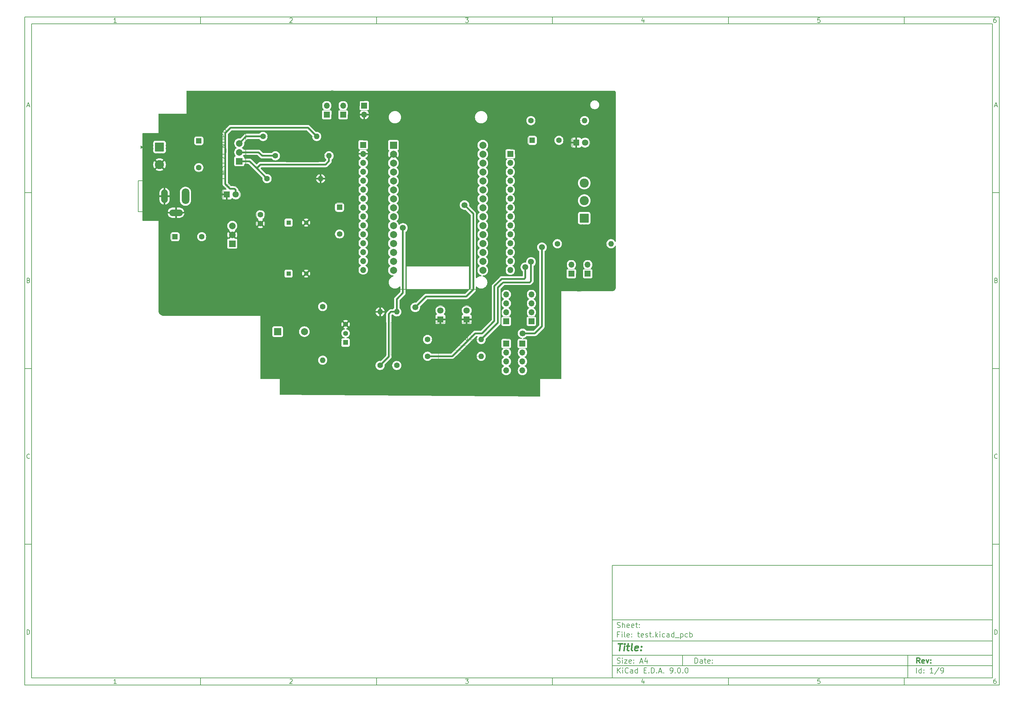
<source format=gbr>
%TF.GenerationSoftware,KiCad,Pcbnew,9.0.0*%
%TF.CreationDate,2025-04-04T13:57:26+02:00*%
%TF.ProjectId,test,74657374-2e6b-4696-9361-645f70636258,rev?*%
%TF.SameCoordinates,Original*%
%TF.FileFunction,Copper,L1,Top*%
%TF.FilePolarity,Positive*%
%FSLAX46Y46*%
G04 Gerber Fmt 4.6, Leading zero omitted, Abs format (unit mm)*
G04 Created by KiCad (PCBNEW 9.0.0) date 2025-04-04 13:57:26*
%MOMM*%
%LPD*%
G01*
G04 APERTURE LIST*
G04 Aperture macros list*
%AMRoundRect*
0 Rectangle with rounded corners*
0 $1 Rounding radius*
0 $2 $3 $4 $5 $6 $7 $8 $9 X,Y pos of 4 corners*
0 Add a 4 corners polygon primitive as box body*
4,1,4,$2,$3,$4,$5,$6,$7,$8,$9,$2,$3,0*
0 Add four circle primitives for the rounded corners*
1,1,$1+$1,$2,$3*
1,1,$1+$1,$4,$5*
1,1,$1+$1,$6,$7*
1,1,$1+$1,$8,$9*
0 Add four rect primitives between the rounded corners*
20,1,$1+$1,$2,$3,$4,$5,0*
20,1,$1+$1,$4,$5,$6,$7,0*
20,1,$1+$1,$6,$7,$8,$9,0*
20,1,$1+$1,$8,$9,$2,$3,0*%
G04 Aperture macros list end*
%ADD10C,0.100000*%
%ADD11C,0.150000*%
%ADD12C,0.300000*%
%ADD13C,0.400000*%
%TA.AperFunction,ComponentPad*%
%ADD14R,1.700000X1.700000*%
%TD*%
%TA.AperFunction,ComponentPad*%
%ADD15O,1.700000X1.700000*%
%TD*%
%TA.AperFunction,ComponentPad*%
%ADD16C,1.600000*%
%TD*%
%TA.AperFunction,ComponentPad*%
%ADD17R,1.800000X1.800000*%
%TD*%
%TA.AperFunction,ComponentPad*%
%ADD18C,1.800000*%
%TD*%
%TA.AperFunction,ComponentPad*%
%ADD19R,1.860000X1.860000*%
%TD*%
%TA.AperFunction,ComponentPad*%
%ADD20C,1.860000*%
%TD*%
%TA.AperFunction,ComponentPad*%
%ADD21O,1.600000X1.600000*%
%TD*%
%TA.AperFunction,ComponentPad*%
%ADD22RoundRect,0.250000X-0.550000X0.550000X-0.550000X-0.550000X0.550000X-0.550000X0.550000X0.550000X0*%
%TD*%
%TA.AperFunction,ComponentPad*%
%ADD23RoundRect,0.250000X-1.050000X1.050000X-1.050000X-1.050000X1.050000X-1.050000X1.050000X1.050000X0*%
%TD*%
%TA.AperFunction,ComponentPad*%
%ADD24C,2.600000*%
%TD*%
%TA.AperFunction,ComponentPad*%
%ADD25R,1.280000X1.280000*%
%TD*%
%TA.AperFunction,ComponentPad*%
%ADD26C,1.280000*%
%TD*%
%TA.AperFunction,ComponentPad*%
%ADD27R,1.410000X1.410000*%
%TD*%
%TA.AperFunction,ComponentPad*%
%ADD28C,1.410000*%
%TD*%
%TA.AperFunction,ComponentPad*%
%ADD29R,2.000000X2.000000*%
%TD*%
%TA.AperFunction,ComponentPad*%
%ADD30C,2.000000*%
%TD*%
%TA.AperFunction,ComponentPad*%
%ADD31O,2.200000X4.400000*%
%TD*%
%TA.AperFunction,ComponentPad*%
%ADD32O,1.900000X3.800000*%
%TD*%
%TA.AperFunction,ComponentPad*%
%ADD33O,3.800000X1.900000*%
%TD*%
%TA.AperFunction,ComponentPad*%
%ADD34RoundRect,0.250000X-0.550000X-0.550000X0.550000X-0.550000X0.550000X0.550000X-0.550000X0.550000X0*%
%TD*%
%TA.AperFunction,ComponentPad*%
%ADD35RoundRect,0.250000X1.050000X-1.050000X1.050000X1.050000X-1.050000X1.050000X-1.050000X-1.050000X0*%
%TD*%
%TA.AperFunction,ViaPad*%
%ADD36C,1.700000*%
%TD*%
%TA.AperFunction,Conductor*%
%ADD37C,0.500000*%
%TD*%
%ADD38C,0.125000*%
%ADD39C,0.120000*%
%ADD40C,0.152400*%
%ADD41C,0.200000*%
%ADD42C,0.127000*%
%ADD43C,0.000000*%
G04 APERTURE END LIST*
D10*
D11*
X177002200Y-166007200D02*
X285002200Y-166007200D01*
X285002200Y-198007200D01*
X177002200Y-198007200D01*
X177002200Y-166007200D01*
D10*
D11*
X10000000Y-10000000D02*
X287002200Y-10000000D01*
X287002200Y-200007200D01*
X10000000Y-200007200D01*
X10000000Y-10000000D01*
D10*
D11*
X12000000Y-12000000D02*
X285002200Y-12000000D01*
X285002200Y-198007200D01*
X12000000Y-198007200D01*
X12000000Y-12000000D01*
D10*
D11*
X60000000Y-12000000D02*
X60000000Y-10000000D01*
D10*
D11*
X110000000Y-12000000D02*
X110000000Y-10000000D01*
D10*
D11*
X160000000Y-12000000D02*
X160000000Y-10000000D01*
D10*
D11*
X210000000Y-12000000D02*
X210000000Y-10000000D01*
D10*
D11*
X260000000Y-12000000D02*
X260000000Y-10000000D01*
D10*
D11*
X36089160Y-11593604D02*
X35346303Y-11593604D01*
X35717731Y-11593604D02*
X35717731Y-10293604D01*
X35717731Y-10293604D02*
X35593922Y-10479319D01*
X35593922Y-10479319D02*
X35470112Y-10603128D01*
X35470112Y-10603128D02*
X35346303Y-10665033D01*
D10*
D11*
X85346303Y-10417414D02*
X85408207Y-10355509D01*
X85408207Y-10355509D02*
X85532017Y-10293604D01*
X85532017Y-10293604D02*
X85841541Y-10293604D01*
X85841541Y-10293604D02*
X85965350Y-10355509D01*
X85965350Y-10355509D02*
X86027255Y-10417414D01*
X86027255Y-10417414D02*
X86089160Y-10541223D01*
X86089160Y-10541223D02*
X86089160Y-10665033D01*
X86089160Y-10665033D02*
X86027255Y-10850747D01*
X86027255Y-10850747D02*
X85284398Y-11593604D01*
X85284398Y-11593604D02*
X86089160Y-11593604D01*
D10*
D11*
X135284398Y-10293604D02*
X136089160Y-10293604D01*
X136089160Y-10293604D02*
X135655826Y-10788842D01*
X135655826Y-10788842D02*
X135841541Y-10788842D01*
X135841541Y-10788842D02*
X135965350Y-10850747D01*
X135965350Y-10850747D02*
X136027255Y-10912652D01*
X136027255Y-10912652D02*
X136089160Y-11036461D01*
X136089160Y-11036461D02*
X136089160Y-11345985D01*
X136089160Y-11345985D02*
X136027255Y-11469795D01*
X136027255Y-11469795D02*
X135965350Y-11531700D01*
X135965350Y-11531700D02*
X135841541Y-11593604D01*
X135841541Y-11593604D02*
X135470112Y-11593604D01*
X135470112Y-11593604D02*
X135346303Y-11531700D01*
X135346303Y-11531700D02*
X135284398Y-11469795D01*
D10*
D11*
X185965350Y-10726938D02*
X185965350Y-11593604D01*
X185655826Y-10231700D02*
X185346303Y-11160271D01*
X185346303Y-11160271D02*
X186151064Y-11160271D01*
D10*
D11*
X236027255Y-10293604D02*
X235408207Y-10293604D01*
X235408207Y-10293604D02*
X235346303Y-10912652D01*
X235346303Y-10912652D02*
X235408207Y-10850747D01*
X235408207Y-10850747D02*
X235532017Y-10788842D01*
X235532017Y-10788842D02*
X235841541Y-10788842D01*
X235841541Y-10788842D02*
X235965350Y-10850747D01*
X235965350Y-10850747D02*
X236027255Y-10912652D01*
X236027255Y-10912652D02*
X236089160Y-11036461D01*
X236089160Y-11036461D02*
X236089160Y-11345985D01*
X236089160Y-11345985D02*
X236027255Y-11469795D01*
X236027255Y-11469795D02*
X235965350Y-11531700D01*
X235965350Y-11531700D02*
X235841541Y-11593604D01*
X235841541Y-11593604D02*
X235532017Y-11593604D01*
X235532017Y-11593604D02*
X235408207Y-11531700D01*
X235408207Y-11531700D02*
X235346303Y-11469795D01*
D10*
D11*
X285965350Y-10293604D02*
X285717731Y-10293604D01*
X285717731Y-10293604D02*
X285593922Y-10355509D01*
X285593922Y-10355509D02*
X285532017Y-10417414D01*
X285532017Y-10417414D02*
X285408207Y-10603128D01*
X285408207Y-10603128D02*
X285346303Y-10850747D01*
X285346303Y-10850747D02*
X285346303Y-11345985D01*
X285346303Y-11345985D02*
X285408207Y-11469795D01*
X285408207Y-11469795D02*
X285470112Y-11531700D01*
X285470112Y-11531700D02*
X285593922Y-11593604D01*
X285593922Y-11593604D02*
X285841541Y-11593604D01*
X285841541Y-11593604D02*
X285965350Y-11531700D01*
X285965350Y-11531700D02*
X286027255Y-11469795D01*
X286027255Y-11469795D02*
X286089160Y-11345985D01*
X286089160Y-11345985D02*
X286089160Y-11036461D01*
X286089160Y-11036461D02*
X286027255Y-10912652D01*
X286027255Y-10912652D02*
X285965350Y-10850747D01*
X285965350Y-10850747D02*
X285841541Y-10788842D01*
X285841541Y-10788842D02*
X285593922Y-10788842D01*
X285593922Y-10788842D02*
X285470112Y-10850747D01*
X285470112Y-10850747D02*
X285408207Y-10912652D01*
X285408207Y-10912652D02*
X285346303Y-11036461D01*
D10*
D11*
X60000000Y-198007200D02*
X60000000Y-200007200D01*
D10*
D11*
X110000000Y-198007200D02*
X110000000Y-200007200D01*
D10*
D11*
X160000000Y-198007200D02*
X160000000Y-200007200D01*
D10*
D11*
X210000000Y-198007200D02*
X210000000Y-200007200D01*
D10*
D11*
X260000000Y-198007200D02*
X260000000Y-200007200D01*
D10*
D11*
X36089160Y-199600804D02*
X35346303Y-199600804D01*
X35717731Y-199600804D02*
X35717731Y-198300804D01*
X35717731Y-198300804D02*
X35593922Y-198486519D01*
X35593922Y-198486519D02*
X35470112Y-198610328D01*
X35470112Y-198610328D02*
X35346303Y-198672233D01*
D10*
D11*
X85346303Y-198424614D02*
X85408207Y-198362709D01*
X85408207Y-198362709D02*
X85532017Y-198300804D01*
X85532017Y-198300804D02*
X85841541Y-198300804D01*
X85841541Y-198300804D02*
X85965350Y-198362709D01*
X85965350Y-198362709D02*
X86027255Y-198424614D01*
X86027255Y-198424614D02*
X86089160Y-198548423D01*
X86089160Y-198548423D02*
X86089160Y-198672233D01*
X86089160Y-198672233D02*
X86027255Y-198857947D01*
X86027255Y-198857947D02*
X85284398Y-199600804D01*
X85284398Y-199600804D02*
X86089160Y-199600804D01*
D10*
D11*
X135284398Y-198300804D02*
X136089160Y-198300804D01*
X136089160Y-198300804D02*
X135655826Y-198796042D01*
X135655826Y-198796042D02*
X135841541Y-198796042D01*
X135841541Y-198796042D02*
X135965350Y-198857947D01*
X135965350Y-198857947D02*
X136027255Y-198919852D01*
X136027255Y-198919852D02*
X136089160Y-199043661D01*
X136089160Y-199043661D02*
X136089160Y-199353185D01*
X136089160Y-199353185D02*
X136027255Y-199476995D01*
X136027255Y-199476995D02*
X135965350Y-199538900D01*
X135965350Y-199538900D02*
X135841541Y-199600804D01*
X135841541Y-199600804D02*
X135470112Y-199600804D01*
X135470112Y-199600804D02*
X135346303Y-199538900D01*
X135346303Y-199538900D02*
X135284398Y-199476995D01*
D10*
D11*
X185965350Y-198734138D02*
X185965350Y-199600804D01*
X185655826Y-198238900D02*
X185346303Y-199167471D01*
X185346303Y-199167471D02*
X186151064Y-199167471D01*
D10*
D11*
X236027255Y-198300804D02*
X235408207Y-198300804D01*
X235408207Y-198300804D02*
X235346303Y-198919852D01*
X235346303Y-198919852D02*
X235408207Y-198857947D01*
X235408207Y-198857947D02*
X235532017Y-198796042D01*
X235532017Y-198796042D02*
X235841541Y-198796042D01*
X235841541Y-198796042D02*
X235965350Y-198857947D01*
X235965350Y-198857947D02*
X236027255Y-198919852D01*
X236027255Y-198919852D02*
X236089160Y-199043661D01*
X236089160Y-199043661D02*
X236089160Y-199353185D01*
X236089160Y-199353185D02*
X236027255Y-199476995D01*
X236027255Y-199476995D02*
X235965350Y-199538900D01*
X235965350Y-199538900D02*
X235841541Y-199600804D01*
X235841541Y-199600804D02*
X235532017Y-199600804D01*
X235532017Y-199600804D02*
X235408207Y-199538900D01*
X235408207Y-199538900D02*
X235346303Y-199476995D01*
D10*
D11*
X285965350Y-198300804D02*
X285717731Y-198300804D01*
X285717731Y-198300804D02*
X285593922Y-198362709D01*
X285593922Y-198362709D02*
X285532017Y-198424614D01*
X285532017Y-198424614D02*
X285408207Y-198610328D01*
X285408207Y-198610328D02*
X285346303Y-198857947D01*
X285346303Y-198857947D02*
X285346303Y-199353185D01*
X285346303Y-199353185D02*
X285408207Y-199476995D01*
X285408207Y-199476995D02*
X285470112Y-199538900D01*
X285470112Y-199538900D02*
X285593922Y-199600804D01*
X285593922Y-199600804D02*
X285841541Y-199600804D01*
X285841541Y-199600804D02*
X285965350Y-199538900D01*
X285965350Y-199538900D02*
X286027255Y-199476995D01*
X286027255Y-199476995D02*
X286089160Y-199353185D01*
X286089160Y-199353185D02*
X286089160Y-199043661D01*
X286089160Y-199043661D02*
X286027255Y-198919852D01*
X286027255Y-198919852D02*
X285965350Y-198857947D01*
X285965350Y-198857947D02*
X285841541Y-198796042D01*
X285841541Y-198796042D02*
X285593922Y-198796042D01*
X285593922Y-198796042D02*
X285470112Y-198857947D01*
X285470112Y-198857947D02*
X285408207Y-198919852D01*
X285408207Y-198919852D02*
X285346303Y-199043661D01*
D10*
D11*
X10000000Y-60000000D02*
X12000000Y-60000000D01*
D10*
D11*
X10000000Y-110000000D02*
X12000000Y-110000000D01*
D10*
D11*
X10000000Y-160000000D02*
X12000000Y-160000000D01*
D10*
D11*
X10690476Y-35222176D02*
X11309523Y-35222176D01*
X10566666Y-35593604D02*
X10999999Y-34293604D01*
X10999999Y-34293604D02*
X11433333Y-35593604D01*
D10*
D11*
X11092857Y-84912652D02*
X11278571Y-84974557D01*
X11278571Y-84974557D02*
X11340476Y-85036461D01*
X11340476Y-85036461D02*
X11402380Y-85160271D01*
X11402380Y-85160271D02*
X11402380Y-85345985D01*
X11402380Y-85345985D02*
X11340476Y-85469795D01*
X11340476Y-85469795D02*
X11278571Y-85531700D01*
X11278571Y-85531700D02*
X11154761Y-85593604D01*
X11154761Y-85593604D02*
X10659523Y-85593604D01*
X10659523Y-85593604D02*
X10659523Y-84293604D01*
X10659523Y-84293604D02*
X11092857Y-84293604D01*
X11092857Y-84293604D02*
X11216666Y-84355509D01*
X11216666Y-84355509D02*
X11278571Y-84417414D01*
X11278571Y-84417414D02*
X11340476Y-84541223D01*
X11340476Y-84541223D02*
X11340476Y-84665033D01*
X11340476Y-84665033D02*
X11278571Y-84788842D01*
X11278571Y-84788842D02*
X11216666Y-84850747D01*
X11216666Y-84850747D02*
X11092857Y-84912652D01*
X11092857Y-84912652D02*
X10659523Y-84912652D01*
D10*
D11*
X11402380Y-135469795D02*
X11340476Y-135531700D01*
X11340476Y-135531700D02*
X11154761Y-135593604D01*
X11154761Y-135593604D02*
X11030952Y-135593604D01*
X11030952Y-135593604D02*
X10845238Y-135531700D01*
X10845238Y-135531700D02*
X10721428Y-135407890D01*
X10721428Y-135407890D02*
X10659523Y-135284080D01*
X10659523Y-135284080D02*
X10597619Y-135036461D01*
X10597619Y-135036461D02*
X10597619Y-134850747D01*
X10597619Y-134850747D02*
X10659523Y-134603128D01*
X10659523Y-134603128D02*
X10721428Y-134479319D01*
X10721428Y-134479319D02*
X10845238Y-134355509D01*
X10845238Y-134355509D02*
X11030952Y-134293604D01*
X11030952Y-134293604D02*
X11154761Y-134293604D01*
X11154761Y-134293604D02*
X11340476Y-134355509D01*
X11340476Y-134355509D02*
X11402380Y-134417414D01*
D10*
D11*
X10659523Y-185593604D02*
X10659523Y-184293604D01*
X10659523Y-184293604D02*
X10969047Y-184293604D01*
X10969047Y-184293604D02*
X11154761Y-184355509D01*
X11154761Y-184355509D02*
X11278571Y-184479319D01*
X11278571Y-184479319D02*
X11340476Y-184603128D01*
X11340476Y-184603128D02*
X11402380Y-184850747D01*
X11402380Y-184850747D02*
X11402380Y-185036461D01*
X11402380Y-185036461D02*
X11340476Y-185284080D01*
X11340476Y-185284080D02*
X11278571Y-185407890D01*
X11278571Y-185407890D02*
X11154761Y-185531700D01*
X11154761Y-185531700D02*
X10969047Y-185593604D01*
X10969047Y-185593604D02*
X10659523Y-185593604D01*
D10*
D11*
X287002200Y-60000000D02*
X285002200Y-60000000D01*
D10*
D11*
X287002200Y-110000000D02*
X285002200Y-110000000D01*
D10*
D11*
X287002200Y-160000000D02*
X285002200Y-160000000D01*
D10*
D11*
X285692676Y-35222176D02*
X286311723Y-35222176D01*
X285568866Y-35593604D02*
X286002199Y-34293604D01*
X286002199Y-34293604D02*
X286435533Y-35593604D01*
D10*
D11*
X286095057Y-84912652D02*
X286280771Y-84974557D01*
X286280771Y-84974557D02*
X286342676Y-85036461D01*
X286342676Y-85036461D02*
X286404580Y-85160271D01*
X286404580Y-85160271D02*
X286404580Y-85345985D01*
X286404580Y-85345985D02*
X286342676Y-85469795D01*
X286342676Y-85469795D02*
X286280771Y-85531700D01*
X286280771Y-85531700D02*
X286156961Y-85593604D01*
X286156961Y-85593604D02*
X285661723Y-85593604D01*
X285661723Y-85593604D02*
X285661723Y-84293604D01*
X285661723Y-84293604D02*
X286095057Y-84293604D01*
X286095057Y-84293604D02*
X286218866Y-84355509D01*
X286218866Y-84355509D02*
X286280771Y-84417414D01*
X286280771Y-84417414D02*
X286342676Y-84541223D01*
X286342676Y-84541223D02*
X286342676Y-84665033D01*
X286342676Y-84665033D02*
X286280771Y-84788842D01*
X286280771Y-84788842D02*
X286218866Y-84850747D01*
X286218866Y-84850747D02*
X286095057Y-84912652D01*
X286095057Y-84912652D02*
X285661723Y-84912652D01*
D10*
D11*
X286404580Y-135469795D02*
X286342676Y-135531700D01*
X286342676Y-135531700D02*
X286156961Y-135593604D01*
X286156961Y-135593604D02*
X286033152Y-135593604D01*
X286033152Y-135593604D02*
X285847438Y-135531700D01*
X285847438Y-135531700D02*
X285723628Y-135407890D01*
X285723628Y-135407890D02*
X285661723Y-135284080D01*
X285661723Y-135284080D02*
X285599819Y-135036461D01*
X285599819Y-135036461D02*
X285599819Y-134850747D01*
X285599819Y-134850747D02*
X285661723Y-134603128D01*
X285661723Y-134603128D02*
X285723628Y-134479319D01*
X285723628Y-134479319D02*
X285847438Y-134355509D01*
X285847438Y-134355509D02*
X286033152Y-134293604D01*
X286033152Y-134293604D02*
X286156961Y-134293604D01*
X286156961Y-134293604D02*
X286342676Y-134355509D01*
X286342676Y-134355509D02*
X286404580Y-134417414D01*
D10*
D11*
X285661723Y-185593604D02*
X285661723Y-184293604D01*
X285661723Y-184293604D02*
X285971247Y-184293604D01*
X285971247Y-184293604D02*
X286156961Y-184355509D01*
X286156961Y-184355509D02*
X286280771Y-184479319D01*
X286280771Y-184479319D02*
X286342676Y-184603128D01*
X286342676Y-184603128D02*
X286404580Y-184850747D01*
X286404580Y-184850747D02*
X286404580Y-185036461D01*
X286404580Y-185036461D02*
X286342676Y-185284080D01*
X286342676Y-185284080D02*
X286280771Y-185407890D01*
X286280771Y-185407890D02*
X286156961Y-185531700D01*
X286156961Y-185531700D02*
X285971247Y-185593604D01*
X285971247Y-185593604D02*
X285661723Y-185593604D01*
D10*
D11*
X200458026Y-193793328D02*
X200458026Y-192293328D01*
X200458026Y-192293328D02*
X200815169Y-192293328D01*
X200815169Y-192293328D02*
X201029455Y-192364757D01*
X201029455Y-192364757D02*
X201172312Y-192507614D01*
X201172312Y-192507614D02*
X201243741Y-192650471D01*
X201243741Y-192650471D02*
X201315169Y-192936185D01*
X201315169Y-192936185D02*
X201315169Y-193150471D01*
X201315169Y-193150471D02*
X201243741Y-193436185D01*
X201243741Y-193436185D02*
X201172312Y-193579042D01*
X201172312Y-193579042D02*
X201029455Y-193721900D01*
X201029455Y-193721900D02*
X200815169Y-193793328D01*
X200815169Y-193793328D02*
X200458026Y-193793328D01*
X202600884Y-193793328D02*
X202600884Y-193007614D01*
X202600884Y-193007614D02*
X202529455Y-192864757D01*
X202529455Y-192864757D02*
X202386598Y-192793328D01*
X202386598Y-192793328D02*
X202100884Y-192793328D01*
X202100884Y-192793328D02*
X201958026Y-192864757D01*
X202600884Y-193721900D02*
X202458026Y-193793328D01*
X202458026Y-193793328D02*
X202100884Y-193793328D01*
X202100884Y-193793328D02*
X201958026Y-193721900D01*
X201958026Y-193721900D02*
X201886598Y-193579042D01*
X201886598Y-193579042D02*
X201886598Y-193436185D01*
X201886598Y-193436185D02*
X201958026Y-193293328D01*
X201958026Y-193293328D02*
X202100884Y-193221900D01*
X202100884Y-193221900D02*
X202458026Y-193221900D01*
X202458026Y-193221900D02*
X202600884Y-193150471D01*
X203100884Y-192793328D02*
X203672312Y-192793328D01*
X203315169Y-192293328D02*
X203315169Y-193579042D01*
X203315169Y-193579042D02*
X203386598Y-193721900D01*
X203386598Y-193721900D02*
X203529455Y-193793328D01*
X203529455Y-193793328D02*
X203672312Y-193793328D01*
X204743741Y-193721900D02*
X204600884Y-193793328D01*
X204600884Y-193793328D02*
X204315170Y-193793328D01*
X204315170Y-193793328D02*
X204172312Y-193721900D01*
X204172312Y-193721900D02*
X204100884Y-193579042D01*
X204100884Y-193579042D02*
X204100884Y-193007614D01*
X204100884Y-193007614D02*
X204172312Y-192864757D01*
X204172312Y-192864757D02*
X204315170Y-192793328D01*
X204315170Y-192793328D02*
X204600884Y-192793328D01*
X204600884Y-192793328D02*
X204743741Y-192864757D01*
X204743741Y-192864757D02*
X204815170Y-193007614D01*
X204815170Y-193007614D02*
X204815170Y-193150471D01*
X204815170Y-193150471D02*
X204100884Y-193293328D01*
X205458026Y-193650471D02*
X205529455Y-193721900D01*
X205529455Y-193721900D02*
X205458026Y-193793328D01*
X205458026Y-193793328D02*
X205386598Y-193721900D01*
X205386598Y-193721900D02*
X205458026Y-193650471D01*
X205458026Y-193650471D02*
X205458026Y-193793328D01*
X205458026Y-192864757D02*
X205529455Y-192936185D01*
X205529455Y-192936185D02*
X205458026Y-193007614D01*
X205458026Y-193007614D02*
X205386598Y-192936185D01*
X205386598Y-192936185D02*
X205458026Y-192864757D01*
X205458026Y-192864757D02*
X205458026Y-193007614D01*
D10*
D11*
X177002200Y-194507200D02*
X285002200Y-194507200D01*
D10*
D11*
X178458026Y-196593328D02*
X178458026Y-195093328D01*
X179315169Y-196593328D02*
X178672312Y-195736185D01*
X179315169Y-195093328D02*
X178458026Y-195950471D01*
X179958026Y-196593328D02*
X179958026Y-195593328D01*
X179958026Y-195093328D02*
X179886598Y-195164757D01*
X179886598Y-195164757D02*
X179958026Y-195236185D01*
X179958026Y-195236185D02*
X180029455Y-195164757D01*
X180029455Y-195164757D02*
X179958026Y-195093328D01*
X179958026Y-195093328D02*
X179958026Y-195236185D01*
X181529455Y-196450471D02*
X181458027Y-196521900D01*
X181458027Y-196521900D02*
X181243741Y-196593328D01*
X181243741Y-196593328D02*
X181100884Y-196593328D01*
X181100884Y-196593328D02*
X180886598Y-196521900D01*
X180886598Y-196521900D02*
X180743741Y-196379042D01*
X180743741Y-196379042D02*
X180672312Y-196236185D01*
X180672312Y-196236185D02*
X180600884Y-195950471D01*
X180600884Y-195950471D02*
X180600884Y-195736185D01*
X180600884Y-195736185D02*
X180672312Y-195450471D01*
X180672312Y-195450471D02*
X180743741Y-195307614D01*
X180743741Y-195307614D02*
X180886598Y-195164757D01*
X180886598Y-195164757D02*
X181100884Y-195093328D01*
X181100884Y-195093328D02*
X181243741Y-195093328D01*
X181243741Y-195093328D02*
X181458027Y-195164757D01*
X181458027Y-195164757D02*
X181529455Y-195236185D01*
X182815170Y-196593328D02*
X182815170Y-195807614D01*
X182815170Y-195807614D02*
X182743741Y-195664757D01*
X182743741Y-195664757D02*
X182600884Y-195593328D01*
X182600884Y-195593328D02*
X182315170Y-195593328D01*
X182315170Y-195593328D02*
X182172312Y-195664757D01*
X182815170Y-196521900D02*
X182672312Y-196593328D01*
X182672312Y-196593328D02*
X182315170Y-196593328D01*
X182315170Y-196593328D02*
X182172312Y-196521900D01*
X182172312Y-196521900D02*
X182100884Y-196379042D01*
X182100884Y-196379042D02*
X182100884Y-196236185D01*
X182100884Y-196236185D02*
X182172312Y-196093328D01*
X182172312Y-196093328D02*
X182315170Y-196021900D01*
X182315170Y-196021900D02*
X182672312Y-196021900D01*
X182672312Y-196021900D02*
X182815170Y-195950471D01*
X184172313Y-196593328D02*
X184172313Y-195093328D01*
X184172313Y-196521900D02*
X184029455Y-196593328D01*
X184029455Y-196593328D02*
X183743741Y-196593328D01*
X183743741Y-196593328D02*
X183600884Y-196521900D01*
X183600884Y-196521900D02*
X183529455Y-196450471D01*
X183529455Y-196450471D02*
X183458027Y-196307614D01*
X183458027Y-196307614D02*
X183458027Y-195879042D01*
X183458027Y-195879042D02*
X183529455Y-195736185D01*
X183529455Y-195736185D02*
X183600884Y-195664757D01*
X183600884Y-195664757D02*
X183743741Y-195593328D01*
X183743741Y-195593328D02*
X184029455Y-195593328D01*
X184029455Y-195593328D02*
X184172313Y-195664757D01*
X186029455Y-195807614D02*
X186529455Y-195807614D01*
X186743741Y-196593328D02*
X186029455Y-196593328D01*
X186029455Y-196593328D02*
X186029455Y-195093328D01*
X186029455Y-195093328D02*
X186743741Y-195093328D01*
X187386598Y-196450471D02*
X187458027Y-196521900D01*
X187458027Y-196521900D02*
X187386598Y-196593328D01*
X187386598Y-196593328D02*
X187315170Y-196521900D01*
X187315170Y-196521900D02*
X187386598Y-196450471D01*
X187386598Y-196450471D02*
X187386598Y-196593328D01*
X188100884Y-196593328D02*
X188100884Y-195093328D01*
X188100884Y-195093328D02*
X188458027Y-195093328D01*
X188458027Y-195093328D02*
X188672313Y-195164757D01*
X188672313Y-195164757D02*
X188815170Y-195307614D01*
X188815170Y-195307614D02*
X188886599Y-195450471D01*
X188886599Y-195450471D02*
X188958027Y-195736185D01*
X188958027Y-195736185D02*
X188958027Y-195950471D01*
X188958027Y-195950471D02*
X188886599Y-196236185D01*
X188886599Y-196236185D02*
X188815170Y-196379042D01*
X188815170Y-196379042D02*
X188672313Y-196521900D01*
X188672313Y-196521900D02*
X188458027Y-196593328D01*
X188458027Y-196593328D02*
X188100884Y-196593328D01*
X189600884Y-196450471D02*
X189672313Y-196521900D01*
X189672313Y-196521900D02*
X189600884Y-196593328D01*
X189600884Y-196593328D02*
X189529456Y-196521900D01*
X189529456Y-196521900D02*
X189600884Y-196450471D01*
X189600884Y-196450471D02*
X189600884Y-196593328D01*
X190243742Y-196164757D02*
X190958028Y-196164757D01*
X190100885Y-196593328D02*
X190600885Y-195093328D01*
X190600885Y-195093328D02*
X191100885Y-196593328D01*
X191600884Y-196450471D02*
X191672313Y-196521900D01*
X191672313Y-196521900D02*
X191600884Y-196593328D01*
X191600884Y-196593328D02*
X191529456Y-196521900D01*
X191529456Y-196521900D02*
X191600884Y-196450471D01*
X191600884Y-196450471D02*
X191600884Y-196593328D01*
X193529456Y-196593328D02*
X193815170Y-196593328D01*
X193815170Y-196593328D02*
X193958027Y-196521900D01*
X193958027Y-196521900D02*
X194029456Y-196450471D01*
X194029456Y-196450471D02*
X194172313Y-196236185D01*
X194172313Y-196236185D02*
X194243742Y-195950471D01*
X194243742Y-195950471D02*
X194243742Y-195379042D01*
X194243742Y-195379042D02*
X194172313Y-195236185D01*
X194172313Y-195236185D02*
X194100885Y-195164757D01*
X194100885Y-195164757D02*
X193958027Y-195093328D01*
X193958027Y-195093328D02*
X193672313Y-195093328D01*
X193672313Y-195093328D02*
X193529456Y-195164757D01*
X193529456Y-195164757D02*
X193458027Y-195236185D01*
X193458027Y-195236185D02*
X193386599Y-195379042D01*
X193386599Y-195379042D02*
X193386599Y-195736185D01*
X193386599Y-195736185D02*
X193458027Y-195879042D01*
X193458027Y-195879042D02*
X193529456Y-195950471D01*
X193529456Y-195950471D02*
X193672313Y-196021900D01*
X193672313Y-196021900D02*
X193958027Y-196021900D01*
X193958027Y-196021900D02*
X194100885Y-195950471D01*
X194100885Y-195950471D02*
X194172313Y-195879042D01*
X194172313Y-195879042D02*
X194243742Y-195736185D01*
X194886598Y-196450471D02*
X194958027Y-196521900D01*
X194958027Y-196521900D02*
X194886598Y-196593328D01*
X194886598Y-196593328D02*
X194815170Y-196521900D01*
X194815170Y-196521900D02*
X194886598Y-196450471D01*
X194886598Y-196450471D02*
X194886598Y-196593328D01*
X195886599Y-195093328D02*
X196029456Y-195093328D01*
X196029456Y-195093328D02*
X196172313Y-195164757D01*
X196172313Y-195164757D02*
X196243742Y-195236185D01*
X196243742Y-195236185D02*
X196315170Y-195379042D01*
X196315170Y-195379042D02*
X196386599Y-195664757D01*
X196386599Y-195664757D02*
X196386599Y-196021900D01*
X196386599Y-196021900D02*
X196315170Y-196307614D01*
X196315170Y-196307614D02*
X196243742Y-196450471D01*
X196243742Y-196450471D02*
X196172313Y-196521900D01*
X196172313Y-196521900D02*
X196029456Y-196593328D01*
X196029456Y-196593328D02*
X195886599Y-196593328D01*
X195886599Y-196593328D02*
X195743742Y-196521900D01*
X195743742Y-196521900D02*
X195672313Y-196450471D01*
X195672313Y-196450471D02*
X195600884Y-196307614D01*
X195600884Y-196307614D02*
X195529456Y-196021900D01*
X195529456Y-196021900D02*
X195529456Y-195664757D01*
X195529456Y-195664757D02*
X195600884Y-195379042D01*
X195600884Y-195379042D02*
X195672313Y-195236185D01*
X195672313Y-195236185D02*
X195743742Y-195164757D01*
X195743742Y-195164757D02*
X195886599Y-195093328D01*
X197029455Y-196450471D02*
X197100884Y-196521900D01*
X197100884Y-196521900D02*
X197029455Y-196593328D01*
X197029455Y-196593328D02*
X196958027Y-196521900D01*
X196958027Y-196521900D02*
X197029455Y-196450471D01*
X197029455Y-196450471D02*
X197029455Y-196593328D01*
X198029456Y-195093328D02*
X198172313Y-195093328D01*
X198172313Y-195093328D02*
X198315170Y-195164757D01*
X198315170Y-195164757D02*
X198386599Y-195236185D01*
X198386599Y-195236185D02*
X198458027Y-195379042D01*
X198458027Y-195379042D02*
X198529456Y-195664757D01*
X198529456Y-195664757D02*
X198529456Y-196021900D01*
X198529456Y-196021900D02*
X198458027Y-196307614D01*
X198458027Y-196307614D02*
X198386599Y-196450471D01*
X198386599Y-196450471D02*
X198315170Y-196521900D01*
X198315170Y-196521900D02*
X198172313Y-196593328D01*
X198172313Y-196593328D02*
X198029456Y-196593328D01*
X198029456Y-196593328D02*
X197886599Y-196521900D01*
X197886599Y-196521900D02*
X197815170Y-196450471D01*
X197815170Y-196450471D02*
X197743741Y-196307614D01*
X197743741Y-196307614D02*
X197672313Y-196021900D01*
X197672313Y-196021900D02*
X197672313Y-195664757D01*
X197672313Y-195664757D02*
X197743741Y-195379042D01*
X197743741Y-195379042D02*
X197815170Y-195236185D01*
X197815170Y-195236185D02*
X197886599Y-195164757D01*
X197886599Y-195164757D02*
X198029456Y-195093328D01*
D10*
D11*
X177002200Y-191507200D02*
X285002200Y-191507200D01*
D10*
D12*
X264413853Y-193785528D02*
X263913853Y-193071242D01*
X263556710Y-193785528D02*
X263556710Y-192285528D01*
X263556710Y-192285528D02*
X264128139Y-192285528D01*
X264128139Y-192285528D02*
X264270996Y-192356957D01*
X264270996Y-192356957D02*
X264342425Y-192428385D01*
X264342425Y-192428385D02*
X264413853Y-192571242D01*
X264413853Y-192571242D02*
X264413853Y-192785528D01*
X264413853Y-192785528D02*
X264342425Y-192928385D01*
X264342425Y-192928385D02*
X264270996Y-192999814D01*
X264270996Y-192999814D02*
X264128139Y-193071242D01*
X264128139Y-193071242D02*
X263556710Y-193071242D01*
X265628139Y-193714100D02*
X265485282Y-193785528D01*
X265485282Y-193785528D02*
X265199568Y-193785528D01*
X265199568Y-193785528D02*
X265056710Y-193714100D01*
X265056710Y-193714100D02*
X264985282Y-193571242D01*
X264985282Y-193571242D02*
X264985282Y-192999814D01*
X264985282Y-192999814D02*
X265056710Y-192856957D01*
X265056710Y-192856957D02*
X265199568Y-192785528D01*
X265199568Y-192785528D02*
X265485282Y-192785528D01*
X265485282Y-192785528D02*
X265628139Y-192856957D01*
X265628139Y-192856957D02*
X265699568Y-192999814D01*
X265699568Y-192999814D02*
X265699568Y-193142671D01*
X265699568Y-193142671D02*
X264985282Y-193285528D01*
X266199567Y-192785528D02*
X266556710Y-193785528D01*
X266556710Y-193785528D02*
X266913853Y-192785528D01*
X267485281Y-193642671D02*
X267556710Y-193714100D01*
X267556710Y-193714100D02*
X267485281Y-193785528D01*
X267485281Y-193785528D02*
X267413853Y-193714100D01*
X267413853Y-193714100D02*
X267485281Y-193642671D01*
X267485281Y-193642671D02*
X267485281Y-193785528D01*
X267485281Y-192856957D02*
X267556710Y-192928385D01*
X267556710Y-192928385D02*
X267485281Y-192999814D01*
X267485281Y-192999814D02*
X267413853Y-192928385D01*
X267413853Y-192928385D02*
X267485281Y-192856957D01*
X267485281Y-192856957D02*
X267485281Y-192999814D01*
D10*
D11*
X178386598Y-193721900D02*
X178600884Y-193793328D01*
X178600884Y-193793328D02*
X178958026Y-193793328D01*
X178958026Y-193793328D02*
X179100884Y-193721900D01*
X179100884Y-193721900D02*
X179172312Y-193650471D01*
X179172312Y-193650471D02*
X179243741Y-193507614D01*
X179243741Y-193507614D02*
X179243741Y-193364757D01*
X179243741Y-193364757D02*
X179172312Y-193221900D01*
X179172312Y-193221900D02*
X179100884Y-193150471D01*
X179100884Y-193150471D02*
X178958026Y-193079042D01*
X178958026Y-193079042D02*
X178672312Y-193007614D01*
X178672312Y-193007614D02*
X178529455Y-192936185D01*
X178529455Y-192936185D02*
X178458026Y-192864757D01*
X178458026Y-192864757D02*
X178386598Y-192721900D01*
X178386598Y-192721900D02*
X178386598Y-192579042D01*
X178386598Y-192579042D02*
X178458026Y-192436185D01*
X178458026Y-192436185D02*
X178529455Y-192364757D01*
X178529455Y-192364757D02*
X178672312Y-192293328D01*
X178672312Y-192293328D02*
X179029455Y-192293328D01*
X179029455Y-192293328D02*
X179243741Y-192364757D01*
X179886597Y-193793328D02*
X179886597Y-192793328D01*
X179886597Y-192293328D02*
X179815169Y-192364757D01*
X179815169Y-192364757D02*
X179886597Y-192436185D01*
X179886597Y-192436185D02*
X179958026Y-192364757D01*
X179958026Y-192364757D02*
X179886597Y-192293328D01*
X179886597Y-192293328D02*
X179886597Y-192436185D01*
X180458026Y-192793328D02*
X181243741Y-192793328D01*
X181243741Y-192793328D02*
X180458026Y-193793328D01*
X180458026Y-193793328D02*
X181243741Y-193793328D01*
X182386598Y-193721900D02*
X182243741Y-193793328D01*
X182243741Y-193793328D02*
X181958027Y-193793328D01*
X181958027Y-193793328D02*
X181815169Y-193721900D01*
X181815169Y-193721900D02*
X181743741Y-193579042D01*
X181743741Y-193579042D02*
X181743741Y-193007614D01*
X181743741Y-193007614D02*
X181815169Y-192864757D01*
X181815169Y-192864757D02*
X181958027Y-192793328D01*
X181958027Y-192793328D02*
X182243741Y-192793328D01*
X182243741Y-192793328D02*
X182386598Y-192864757D01*
X182386598Y-192864757D02*
X182458027Y-193007614D01*
X182458027Y-193007614D02*
X182458027Y-193150471D01*
X182458027Y-193150471D02*
X181743741Y-193293328D01*
X183100883Y-193650471D02*
X183172312Y-193721900D01*
X183172312Y-193721900D02*
X183100883Y-193793328D01*
X183100883Y-193793328D02*
X183029455Y-193721900D01*
X183029455Y-193721900D02*
X183100883Y-193650471D01*
X183100883Y-193650471D02*
X183100883Y-193793328D01*
X183100883Y-192864757D02*
X183172312Y-192936185D01*
X183172312Y-192936185D02*
X183100883Y-193007614D01*
X183100883Y-193007614D02*
X183029455Y-192936185D01*
X183029455Y-192936185D02*
X183100883Y-192864757D01*
X183100883Y-192864757D02*
X183100883Y-193007614D01*
X184886598Y-193364757D02*
X185600884Y-193364757D01*
X184743741Y-193793328D02*
X185243741Y-192293328D01*
X185243741Y-192293328D02*
X185743741Y-193793328D01*
X186886598Y-192793328D02*
X186886598Y-193793328D01*
X186529455Y-192221900D02*
X186172312Y-193293328D01*
X186172312Y-193293328D02*
X187100883Y-193293328D01*
D10*
D11*
X263458026Y-196593328D02*
X263458026Y-195093328D01*
X264815170Y-196593328D02*
X264815170Y-195093328D01*
X264815170Y-196521900D02*
X264672312Y-196593328D01*
X264672312Y-196593328D02*
X264386598Y-196593328D01*
X264386598Y-196593328D02*
X264243741Y-196521900D01*
X264243741Y-196521900D02*
X264172312Y-196450471D01*
X264172312Y-196450471D02*
X264100884Y-196307614D01*
X264100884Y-196307614D02*
X264100884Y-195879042D01*
X264100884Y-195879042D02*
X264172312Y-195736185D01*
X264172312Y-195736185D02*
X264243741Y-195664757D01*
X264243741Y-195664757D02*
X264386598Y-195593328D01*
X264386598Y-195593328D02*
X264672312Y-195593328D01*
X264672312Y-195593328D02*
X264815170Y-195664757D01*
X265529455Y-196450471D02*
X265600884Y-196521900D01*
X265600884Y-196521900D02*
X265529455Y-196593328D01*
X265529455Y-196593328D02*
X265458027Y-196521900D01*
X265458027Y-196521900D02*
X265529455Y-196450471D01*
X265529455Y-196450471D02*
X265529455Y-196593328D01*
X265529455Y-195664757D02*
X265600884Y-195736185D01*
X265600884Y-195736185D02*
X265529455Y-195807614D01*
X265529455Y-195807614D02*
X265458027Y-195736185D01*
X265458027Y-195736185D02*
X265529455Y-195664757D01*
X265529455Y-195664757D02*
X265529455Y-195807614D01*
X268172313Y-196593328D02*
X267315170Y-196593328D01*
X267743741Y-196593328D02*
X267743741Y-195093328D01*
X267743741Y-195093328D02*
X267600884Y-195307614D01*
X267600884Y-195307614D02*
X267458027Y-195450471D01*
X267458027Y-195450471D02*
X267315170Y-195521900D01*
X269886598Y-195021900D02*
X268600884Y-196950471D01*
X270458027Y-196593328D02*
X270743741Y-196593328D01*
X270743741Y-196593328D02*
X270886598Y-196521900D01*
X270886598Y-196521900D02*
X270958027Y-196450471D01*
X270958027Y-196450471D02*
X271100884Y-196236185D01*
X271100884Y-196236185D02*
X271172313Y-195950471D01*
X271172313Y-195950471D02*
X271172313Y-195379042D01*
X271172313Y-195379042D02*
X271100884Y-195236185D01*
X271100884Y-195236185D02*
X271029456Y-195164757D01*
X271029456Y-195164757D02*
X270886598Y-195093328D01*
X270886598Y-195093328D02*
X270600884Y-195093328D01*
X270600884Y-195093328D02*
X270458027Y-195164757D01*
X270458027Y-195164757D02*
X270386598Y-195236185D01*
X270386598Y-195236185D02*
X270315170Y-195379042D01*
X270315170Y-195379042D02*
X270315170Y-195736185D01*
X270315170Y-195736185D02*
X270386598Y-195879042D01*
X270386598Y-195879042D02*
X270458027Y-195950471D01*
X270458027Y-195950471D02*
X270600884Y-196021900D01*
X270600884Y-196021900D02*
X270886598Y-196021900D01*
X270886598Y-196021900D02*
X271029456Y-195950471D01*
X271029456Y-195950471D02*
X271100884Y-195879042D01*
X271100884Y-195879042D02*
X271172313Y-195736185D01*
D10*
D11*
X177002200Y-187507200D02*
X285002200Y-187507200D01*
D10*
D13*
X178693928Y-188211638D02*
X179836785Y-188211638D01*
X179015357Y-190211638D02*
X179265357Y-188211638D01*
X180253452Y-190211638D02*
X180420119Y-188878304D01*
X180503452Y-188211638D02*
X180396309Y-188306876D01*
X180396309Y-188306876D02*
X180479643Y-188402114D01*
X180479643Y-188402114D02*
X180586786Y-188306876D01*
X180586786Y-188306876D02*
X180503452Y-188211638D01*
X180503452Y-188211638D02*
X180479643Y-188402114D01*
X181086786Y-188878304D02*
X181848690Y-188878304D01*
X181455833Y-188211638D02*
X181241548Y-189925923D01*
X181241548Y-189925923D02*
X181312976Y-190116400D01*
X181312976Y-190116400D02*
X181491548Y-190211638D01*
X181491548Y-190211638D02*
X181682024Y-190211638D01*
X182634405Y-190211638D02*
X182455833Y-190116400D01*
X182455833Y-190116400D02*
X182384405Y-189925923D01*
X182384405Y-189925923D02*
X182598690Y-188211638D01*
X184170119Y-190116400D02*
X183967738Y-190211638D01*
X183967738Y-190211638D02*
X183586785Y-190211638D01*
X183586785Y-190211638D02*
X183408214Y-190116400D01*
X183408214Y-190116400D02*
X183336785Y-189925923D01*
X183336785Y-189925923D02*
X183432024Y-189164019D01*
X183432024Y-189164019D02*
X183551071Y-188973542D01*
X183551071Y-188973542D02*
X183753452Y-188878304D01*
X183753452Y-188878304D02*
X184134404Y-188878304D01*
X184134404Y-188878304D02*
X184312976Y-188973542D01*
X184312976Y-188973542D02*
X184384404Y-189164019D01*
X184384404Y-189164019D02*
X184360595Y-189354495D01*
X184360595Y-189354495D02*
X183384404Y-189544971D01*
X185134405Y-190021161D02*
X185217738Y-190116400D01*
X185217738Y-190116400D02*
X185110595Y-190211638D01*
X185110595Y-190211638D02*
X185027262Y-190116400D01*
X185027262Y-190116400D02*
X185134405Y-190021161D01*
X185134405Y-190021161D02*
X185110595Y-190211638D01*
X185265357Y-188973542D02*
X185348690Y-189068780D01*
X185348690Y-189068780D02*
X185241548Y-189164019D01*
X185241548Y-189164019D02*
X185158214Y-189068780D01*
X185158214Y-189068780D02*
X185265357Y-188973542D01*
X185265357Y-188973542D02*
X185241548Y-189164019D01*
D10*
D11*
X178958026Y-185607614D02*
X178458026Y-185607614D01*
X178458026Y-186393328D02*
X178458026Y-184893328D01*
X178458026Y-184893328D02*
X179172312Y-184893328D01*
X179743740Y-186393328D02*
X179743740Y-185393328D01*
X179743740Y-184893328D02*
X179672312Y-184964757D01*
X179672312Y-184964757D02*
X179743740Y-185036185D01*
X179743740Y-185036185D02*
X179815169Y-184964757D01*
X179815169Y-184964757D02*
X179743740Y-184893328D01*
X179743740Y-184893328D02*
X179743740Y-185036185D01*
X180672312Y-186393328D02*
X180529455Y-186321900D01*
X180529455Y-186321900D02*
X180458026Y-186179042D01*
X180458026Y-186179042D02*
X180458026Y-184893328D01*
X181815169Y-186321900D02*
X181672312Y-186393328D01*
X181672312Y-186393328D02*
X181386598Y-186393328D01*
X181386598Y-186393328D02*
X181243740Y-186321900D01*
X181243740Y-186321900D02*
X181172312Y-186179042D01*
X181172312Y-186179042D02*
X181172312Y-185607614D01*
X181172312Y-185607614D02*
X181243740Y-185464757D01*
X181243740Y-185464757D02*
X181386598Y-185393328D01*
X181386598Y-185393328D02*
X181672312Y-185393328D01*
X181672312Y-185393328D02*
X181815169Y-185464757D01*
X181815169Y-185464757D02*
X181886598Y-185607614D01*
X181886598Y-185607614D02*
X181886598Y-185750471D01*
X181886598Y-185750471D02*
X181172312Y-185893328D01*
X182529454Y-186250471D02*
X182600883Y-186321900D01*
X182600883Y-186321900D02*
X182529454Y-186393328D01*
X182529454Y-186393328D02*
X182458026Y-186321900D01*
X182458026Y-186321900D02*
X182529454Y-186250471D01*
X182529454Y-186250471D02*
X182529454Y-186393328D01*
X182529454Y-185464757D02*
X182600883Y-185536185D01*
X182600883Y-185536185D02*
X182529454Y-185607614D01*
X182529454Y-185607614D02*
X182458026Y-185536185D01*
X182458026Y-185536185D02*
X182529454Y-185464757D01*
X182529454Y-185464757D02*
X182529454Y-185607614D01*
X184172312Y-185393328D02*
X184743740Y-185393328D01*
X184386597Y-184893328D02*
X184386597Y-186179042D01*
X184386597Y-186179042D02*
X184458026Y-186321900D01*
X184458026Y-186321900D02*
X184600883Y-186393328D01*
X184600883Y-186393328D02*
X184743740Y-186393328D01*
X185815169Y-186321900D02*
X185672312Y-186393328D01*
X185672312Y-186393328D02*
X185386598Y-186393328D01*
X185386598Y-186393328D02*
X185243740Y-186321900D01*
X185243740Y-186321900D02*
X185172312Y-186179042D01*
X185172312Y-186179042D02*
X185172312Y-185607614D01*
X185172312Y-185607614D02*
X185243740Y-185464757D01*
X185243740Y-185464757D02*
X185386598Y-185393328D01*
X185386598Y-185393328D02*
X185672312Y-185393328D01*
X185672312Y-185393328D02*
X185815169Y-185464757D01*
X185815169Y-185464757D02*
X185886598Y-185607614D01*
X185886598Y-185607614D02*
X185886598Y-185750471D01*
X185886598Y-185750471D02*
X185172312Y-185893328D01*
X186458026Y-186321900D02*
X186600883Y-186393328D01*
X186600883Y-186393328D02*
X186886597Y-186393328D01*
X186886597Y-186393328D02*
X187029454Y-186321900D01*
X187029454Y-186321900D02*
X187100883Y-186179042D01*
X187100883Y-186179042D02*
X187100883Y-186107614D01*
X187100883Y-186107614D02*
X187029454Y-185964757D01*
X187029454Y-185964757D02*
X186886597Y-185893328D01*
X186886597Y-185893328D02*
X186672312Y-185893328D01*
X186672312Y-185893328D02*
X186529454Y-185821900D01*
X186529454Y-185821900D02*
X186458026Y-185679042D01*
X186458026Y-185679042D02*
X186458026Y-185607614D01*
X186458026Y-185607614D02*
X186529454Y-185464757D01*
X186529454Y-185464757D02*
X186672312Y-185393328D01*
X186672312Y-185393328D02*
X186886597Y-185393328D01*
X186886597Y-185393328D02*
X187029454Y-185464757D01*
X187529455Y-185393328D02*
X188100883Y-185393328D01*
X187743740Y-184893328D02*
X187743740Y-186179042D01*
X187743740Y-186179042D02*
X187815169Y-186321900D01*
X187815169Y-186321900D02*
X187958026Y-186393328D01*
X187958026Y-186393328D02*
X188100883Y-186393328D01*
X188600883Y-186250471D02*
X188672312Y-186321900D01*
X188672312Y-186321900D02*
X188600883Y-186393328D01*
X188600883Y-186393328D02*
X188529455Y-186321900D01*
X188529455Y-186321900D02*
X188600883Y-186250471D01*
X188600883Y-186250471D02*
X188600883Y-186393328D01*
X189315169Y-186393328D02*
X189315169Y-184893328D01*
X189458027Y-185821900D02*
X189886598Y-186393328D01*
X189886598Y-185393328D02*
X189315169Y-185964757D01*
X190529455Y-186393328D02*
X190529455Y-185393328D01*
X190529455Y-184893328D02*
X190458027Y-184964757D01*
X190458027Y-184964757D02*
X190529455Y-185036185D01*
X190529455Y-185036185D02*
X190600884Y-184964757D01*
X190600884Y-184964757D02*
X190529455Y-184893328D01*
X190529455Y-184893328D02*
X190529455Y-185036185D01*
X191886599Y-186321900D02*
X191743741Y-186393328D01*
X191743741Y-186393328D02*
X191458027Y-186393328D01*
X191458027Y-186393328D02*
X191315170Y-186321900D01*
X191315170Y-186321900D02*
X191243741Y-186250471D01*
X191243741Y-186250471D02*
X191172313Y-186107614D01*
X191172313Y-186107614D02*
X191172313Y-185679042D01*
X191172313Y-185679042D02*
X191243741Y-185536185D01*
X191243741Y-185536185D02*
X191315170Y-185464757D01*
X191315170Y-185464757D02*
X191458027Y-185393328D01*
X191458027Y-185393328D02*
X191743741Y-185393328D01*
X191743741Y-185393328D02*
X191886599Y-185464757D01*
X193172313Y-186393328D02*
X193172313Y-185607614D01*
X193172313Y-185607614D02*
X193100884Y-185464757D01*
X193100884Y-185464757D02*
X192958027Y-185393328D01*
X192958027Y-185393328D02*
X192672313Y-185393328D01*
X192672313Y-185393328D02*
X192529455Y-185464757D01*
X193172313Y-186321900D02*
X193029455Y-186393328D01*
X193029455Y-186393328D02*
X192672313Y-186393328D01*
X192672313Y-186393328D02*
X192529455Y-186321900D01*
X192529455Y-186321900D02*
X192458027Y-186179042D01*
X192458027Y-186179042D02*
X192458027Y-186036185D01*
X192458027Y-186036185D02*
X192529455Y-185893328D01*
X192529455Y-185893328D02*
X192672313Y-185821900D01*
X192672313Y-185821900D02*
X193029455Y-185821900D01*
X193029455Y-185821900D02*
X193172313Y-185750471D01*
X194529456Y-186393328D02*
X194529456Y-184893328D01*
X194529456Y-186321900D02*
X194386598Y-186393328D01*
X194386598Y-186393328D02*
X194100884Y-186393328D01*
X194100884Y-186393328D02*
X193958027Y-186321900D01*
X193958027Y-186321900D02*
X193886598Y-186250471D01*
X193886598Y-186250471D02*
X193815170Y-186107614D01*
X193815170Y-186107614D02*
X193815170Y-185679042D01*
X193815170Y-185679042D02*
X193886598Y-185536185D01*
X193886598Y-185536185D02*
X193958027Y-185464757D01*
X193958027Y-185464757D02*
X194100884Y-185393328D01*
X194100884Y-185393328D02*
X194386598Y-185393328D01*
X194386598Y-185393328D02*
X194529456Y-185464757D01*
X194886599Y-186536185D02*
X196029456Y-186536185D01*
X196386598Y-185393328D02*
X196386598Y-186893328D01*
X196386598Y-185464757D02*
X196529456Y-185393328D01*
X196529456Y-185393328D02*
X196815170Y-185393328D01*
X196815170Y-185393328D02*
X196958027Y-185464757D01*
X196958027Y-185464757D02*
X197029456Y-185536185D01*
X197029456Y-185536185D02*
X197100884Y-185679042D01*
X197100884Y-185679042D02*
X197100884Y-186107614D01*
X197100884Y-186107614D02*
X197029456Y-186250471D01*
X197029456Y-186250471D02*
X196958027Y-186321900D01*
X196958027Y-186321900D02*
X196815170Y-186393328D01*
X196815170Y-186393328D02*
X196529456Y-186393328D01*
X196529456Y-186393328D02*
X196386598Y-186321900D01*
X198386599Y-186321900D02*
X198243741Y-186393328D01*
X198243741Y-186393328D02*
X197958027Y-186393328D01*
X197958027Y-186393328D02*
X197815170Y-186321900D01*
X197815170Y-186321900D02*
X197743741Y-186250471D01*
X197743741Y-186250471D02*
X197672313Y-186107614D01*
X197672313Y-186107614D02*
X197672313Y-185679042D01*
X197672313Y-185679042D02*
X197743741Y-185536185D01*
X197743741Y-185536185D02*
X197815170Y-185464757D01*
X197815170Y-185464757D02*
X197958027Y-185393328D01*
X197958027Y-185393328D02*
X198243741Y-185393328D01*
X198243741Y-185393328D02*
X198386599Y-185464757D01*
X199029455Y-186393328D02*
X199029455Y-184893328D01*
X199029455Y-185464757D02*
X199172313Y-185393328D01*
X199172313Y-185393328D02*
X199458027Y-185393328D01*
X199458027Y-185393328D02*
X199600884Y-185464757D01*
X199600884Y-185464757D02*
X199672313Y-185536185D01*
X199672313Y-185536185D02*
X199743741Y-185679042D01*
X199743741Y-185679042D02*
X199743741Y-186107614D01*
X199743741Y-186107614D02*
X199672313Y-186250471D01*
X199672313Y-186250471D02*
X199600884Y-186321900D01*
X199600884Y-186321900D02*
X199458027Y-186393328D01*
X199458027Y-186393328D02*
X199172313Y-186393328D01*
X199172313Y-186393328D02*
X199029455Y-186321900D01*
D10*
D11*
X177002200Y-181507200D02*
X285002200Y-181507200D01*
D10*
D11*
X178386598Y-183621900D02*
X178600884Y-183693328D01*
X178600884Y-183693328D02*
X178958026Y-183693328D01*
X178958026Y-183693328D02*
X179100884Y-183621900D01*
X179100884Y-183621900D02*
X179172312Y-183550471D01*
X179172312Y-183550471D02*
X179243741Y-183407614D01*
X179243741Y-183407614D02*
X179243741Y-183264757D01*
X179243741Y-183264757D02*
X179172312Y-183121900D01*
X179172312Y-183121900D02*
X179100884Y-183050471D01*
X179100884Y-183050471D02*
X178958026Y-182979042D01*
X178958026Y-182979042D02*
X178672312Y-182907614D01*
X178672312Y-182907614D02*
X178529455Y-182836185D01*
X178529455Y-182836185D02*
X178458026Y-182764757D01*
X178458026Y-182764757D02*
X178386598Y-182621900D01*
X178386598Y-182621900D02*
X178386598Y-182479042D01*
X178386598Y-182479042D02*
X178458026Y-182336185D01*
X178458026Y-182336185D02*
X178529455Y-182264757D01*
X178529455Y-182264757D02*
X178672312Y-182193328D01*
X178672312Y-182193328D02*
X179029455Y-182193328D01*
X179029455Y-182193328D02*
X179243741Y-182264757D01*
X179886597Y-183693328D02*
X179886597Y-182193328D01*
X180529455Y-183693328D02*
X180529455Y-182907614D01*
X180529455Y-182907614D02*
X180458026Y-182764757D01*
X180458026Y-182764757D02*
X180315169Y-182693328D01*
X180315169Y-182693328D02*
X180100883Y-182693328D01*
X180100883Y-182693328D02*
X179958026Y-182764757D01*
X179958026Y-182764757D02*
X179886597Y-182836185D01*
X181815169Y-183621900D02*
X181672312Y-183693328D01*
X181672312Y-183693328D02*
X181386598Y-183693328D01*
X181386598Y-183693328D02*
X181243740Y-183621900D01*
X181243740Y-183621900D02*
X181172312Y-183479042D01*
X181172312Y-183479042D02*
X181172312Y-182907614D01*
X181172312Y-182907614D02*
X181243740Y-182764757D01*
X181243740Y-182764757D02*
X181386598Y-182693328D01*
X181386598Y-182693328D02*
X181672312Y-182693328D01*
X181672312Y-182693328D02*
X181815169Y-182764757D01*
X181815169Y-182764757D02*
X181886598Y-182907614D01*
X181886598Y-182907614D02*
X181886598Y-183050471D01*
X181886598Y-183050471D02*
X181172312Y-183193328D01*
X183100883Y-183621900D02*
X182958026Y-183693328D01*
X182958026Y-183693328D02*
X182672312Y-183693328D01*
X182672312Y-183693328D02*
X182529454Y-183621900D01*
X182529454Y-183621900D02*
X182458026Y-183479042D01*
X182458026Y-183479042D02*
X182458026Y-182907614D01*
X182458026Y-182907614D02*
X182529454Y-182764757D01*
X182529454Y-182764757D02*
X182672312Y-182693328D01*
X182672312Y-182693328D02*
X182958026Y-182693328D01*
X182958026Y-182693328D02*
X183100883Y-182764757D01*
X183100883Y-182764757D02*
X183172312Y-182907614D01*
X183172312Y-182907614D02*
X183172312Y-183050471D01*
X183172312Y-183050471D02*
X182458026Y-183193328D01*
X183600883Y-182693328D02*
X184172311Y-182693328D01*
X183815168Y-182193328D02*
X183815168Y-183479042D01*
X183815168Y-183479042D02*
X183886597Y-183621900D01*
X183886597Y-183621900D02*
X184029454Y-183693328D01*
X184029454Y-183693328D02*
X184172311Y-183693328D01*
X184672311Y-183550471D02*
X184743740Y-183621900D01*
X184743740Y-183621900D02*
X184672311Y-183693328D01*
X184672311Y-183693328D02*
X184600883Y-183621900D01*
X184600883Y-183621900D02*
X184672311Y-183550471D01*
X184672311Y-183550471D02*
X184672311Y-183693328D01*
X184672311Y-182764757D02*
X184743740Y-182836185D01*
X184743740Y-182836185D02*
X184672311Y-182907614D01*
X184672311Y-182907614D02*
X184600883Y-182836185D01*
X184600883Y-182836185D02*
X184672311Y-182764757D01*
X184672311Y-182764757D02*
X184672311Y-182907614D01*
D10*
D11*
X197002200Y-191507200D02*
X197002200Y-194507200D01*
D10*
D11*
X261002200Y-191507200D02*
X261002200Y-198007200D01*
D14*
%TO.P,J12,1,Pin_1*%
%TO.N,esp_gnd_1*%
X146850000Y-102920000D03*
D15*
%TO.P,J12,2,Pin_2*%
%TO.N,ECHO*%
X146850000Y-105460000D03*
%TO.P,J12,3,Pin_3*%
%TO.N,D5*%
X146850000Y-108000000D03*
%TO.P,J12,4,Pin_4*%
%TO.N,5v*%
X146850000Y-110540000D03*
%TD*%
D14*
%TO.P,J6,1,Pin_1*%
%TO.N,esp_gnd_1*%
X154000000Y-96540000D03*
D15*
%TO.P,J6,2,Pin_2*%
%TO.N,ECHO*%
X154000000Y-94000000D03*
%TO.P,J6,3,Pin_3*%
%TO.N,D5*%
X154000000Y-91460000D03*
%TO.P,J6,4,Pin_4*%
%TO.N,5v*%
X154000000Y-88920000D03*
%TD*%
D16*
%TO.P,C3,1*%
%TO.N,5v*%
X77000000Y-66250000D03*
%TO.P,C3,2*%
%TO.N,esp_gnd_2*%
X77000000Y-68750000D03*
%TD*%
D17*
%TO.P,D1,1,K*%
%TO.N,esp_gnd_2*%
X67460000Y-60500000D03*
D18*
%TO.P,D1,2,A*%
%TO.N,Net-(D1-A)*%
X70000000Y-60500000D03*
%TD*%
D19*
%TO.P,Q1,1,IN*%
%TO.N,12v*%
X69000000Y-74500000D03*
D20*
%TO.P,Q1,2,GND*%
%TO.N,esp_gnd_2*%
X69000000Y-71960000D03*
%TO.P,Q1,3,OUT*%
%TO.N,5v*%
X69000000Y-69420000D03*
%TD*%
D16*
%TO.P,R6,1*%
%TO.N,D13*%
X94700000Y-92380000D03*
D21*
%TO.P,R6,2*%
%TO.N,B*%
X94700000Y-107620000D03*
%TD*%
D17*
%TO.P,D2,1,K*%
%TO.N,esp_gnd_2*%
X128150000Y-96025000D03*
D18*
%TO.P,D2,2,A*%
%TO.N,Net-(D2-A)*%
X128150000Y-93485000D03*
%TD*%
D22*
%TO.P,SW4,1*%
%TO.N,sw4*%
X59487500Y-45232500D03*
D16*
%TO.P,SW4,2*%
%TO.N,12v*%
X59487500Y-52852500D03*
%TD*%
D14*
%TO.P,J7,1,Pin_1*%
%TO.N,esp_gnd_1*%
X146850000Y-96540000D03*
D15*
%TO.P,J7,2,Pin_2*%
%TO.N,ECHO*%
X146850000Y-94000000D03*
%TO.P,J7,3,Pin_3*%
%TO.N,D5*%
X146850000Y-91460000D03*
%TO.P,J7,4,Pin_4*%
%TO.N,5v*%
X146850000Y-88920000D03*
%TD*%
D23*
%TO.P,J14,1,Pin_1*%
%TO.N,sw4*%
X48327500Y-47000000D03*
D24*
%TO.P,J14,2,Pin_2*%
%TO.N,esp_gnd_2*%
X48327500Y-52000000D03*
%TD*%
D14*
%TO.P,J2,1,Pin_1*%
%TO.N,esp_gnd_1*%
X148000000Y-49000000D03*
D15*
%TO.P,J2,2,Pin_2*%
%TO.N,D13*%
X148000000Y-51540000D03*
%TO.P,J2,3,Pin_3*%
%TO.N,D12*%
X148000000Y-54080000D03*
%TO.P,J2,4,Pin_4*%
%TO.N,D14*%
X148000000Y-56620000D03*
%TO.P,J2,5,Pin_5*%
%TO.N,D27*%
X148000000Y-59160000D03*
%TO.P,J2,6,Pin_6*%
%TO.N,D26*%
X148000000Y-61700000D03*
%TO.P,J2,7,Pin_7*%
%TO.N,D25*%
X148000000Y-64240000D03*
%TO.P,J2,8,Pin_8*%
%TO.N,D33*%
X148000000Y-66780000D03*
%TO.P,J2,9,Pin_9*%
%TO.N,D32*%
X148000000Y-69320000D03*
%TO.P,J2,10,Pin_10*%
%TO.N,D35*%
X148000000Y-71860000D03*
%TO.P,J2,11,Pin_11*%
%TO.N,D34*%
X148000000Y-74400000D03*
%TO.P,J2,12,Pin_12*%
%TO.N,VN*%
X148000000Y-76940000D03*
%TO.P,J2,13,Pin_13*%
%TO.N,VP*%
X148000000Y-79480000D03*
%TO.P,J2,14,Pin_14*%
%TO.N,EN*%
X148000000Y-82020000D03*
%TD*%
D16*
%TO.P,R7,1*%
%TO.N,Net-(D2-A)*%
X124500000Y-101750000D03*
D21*
%TO.P,R7,2*%
%TO.N,D26*%
X139740000Y-101750000D03*
%TD*%
D14*
%TO.P,J5,1,Pin_1*%
%TO.N,D22*%
X165350000Y-83000000D03*
D15*
%TO.P,J5,2,Pin_2*%
%TO.N,D21*%
X165350000Y-80460000D03*
%TD*%
D17*
%TO.P,D4,1,K*%
%TO.N,esp_gnd_2*%
X166725000Y-45750000D03*
D18*
%TO.P,D4,2,A*%
%TO.N,Net-(D4-A)*%
X169265000Y-45750000D03*
%TD*%
D22*
%TO.P,SW2,1*%
%TO.N,sw2*%
X99500000Y-64135000D03*
D16*
%TO.P,SW2,2*%
%TO.N,D5*%
X99500000Y-71755000D03*
%TD*%
%TO.P,R2,1*%
%TO.N,3.3v*%
X81260000Y-49500000D03*
D21*
%TO.P,R2,2*%
%TO.N,ADJ*%
X96500000Y-49500000D03*
%TD*%
D14*
%TO.P,J10,1,Pin_1*%
%TO.N,3.3v*%
X100500000Y-37775000D03*
D15*
%TO.P,J10,2,Pin_2*%
%TO.N,5v*%
X100500000Y-35235000D03*
%TD*%
D14*
%TO.P,J11,1,Pin_1*%
%TO.N,3.3v*%
X95850000Y-37775000D03*
D15*
%TO.P,J11,2,Pin_2*%
%TO.N,5v*%
X95850000Y-35235000D03*
%TD*%
D16*
%TO.P,R10,1*%
%TO.N,5v*%
X161380000Y-74500000D03*
D21*
%TO.P,R10,2*%
%TO.N,D27*%
X176620000Y-74500000D03*
%TD*%
D25*
%TO.P,C5,1*%
%TO.N,3.3v*%
X85000000Y-83000000D03*
D26*
%TO.P,C5,2*%
%TO.N,esp_gnd_2*%
X90000000Y-83000000D03*
%TD*%
D16*
%TO.P,R5,1*%
%TO.N,ECHO*%
X115750000Y-109120000D03*
D21*
%TO.P,R5,2*%
%TO.N,D18*%
X115750000Y-93880000D03*
%TD*%
D16*
%TO.P,R3,1*%
%TO.N,ADJ*%
X78880000Y-56000000D03*
D21*
%TO.P,R3,2*%
%TO.N,esp_gnd_2*%
X94120000Y-56000000D03*
%TD*%
D16*
%TO.P,R8,1*%
%TO.N,D32*%
X124500000Y-106500000D03*
D21*
%TO.P,R8,2*%
%TO.N,Net-(D3-A)*%
X139740000Y-106500000D03*
%TD*%
D14*
%TO.P,J3,1,Pin_1*%
%TO.N,esp_gnd_1*%
X106500000Y-35235000D03*
D15*
%TO.P,J3,2,Pin_2*%
%TO.N,esp_gnd_2*%
X106500000Y-37775000D03*
%TD*%
D27*
%TO.P,Q2,1,C*%
%TO.N,buz*%
X101200000Y-102600000D03*
D28*
%TO.P,Q2,2,B*%
%TO.N,B*%
X101200000Y-100000000D03*
%TO.P,Q2,3,E*%
%TO.N,esp_gnd_2*%
X101200000Y-97400000D03*
%TD*%
D14*
%TO.P,J8,1,Pin_1*%
%TO.N,3V3*%
X106200000Y-46385000D03*
D15*
%TO.P,J8,2,Pin_2*%
%TO.N,esp_gnd_2*%
X106200000Y-48925000D03*
%TO.P,J8,3,Pin_3*%
%TO.N,D15*%
X106200000Y-51465000D03*
%TO.P,J8,4,Pin_4*%
%TO.N,D2*%
X106200000Y-54005000D03*
%TO.P,J8,5,Pin_5*%
%TO.N,D4*%
X106200000Y-56545000D03*
%TO.P,J8,6,Pin_6*%
%TO.N,D16*%
X106200000Y-59085000D03*
%TO.P,J8,7,Pin_7*%
%TO.N,D17*%
X106200000Y-61625000D03*
%TO.P,J8,8,Pin_8*%
%TO.N,sw2*%
X106200000Y-64165000D03*
%TO.P,J8,9,Pin_9*%
%TO.N,D18*%
X106200000Y-66705000D03*
%TO.P,J8,10,Pin_10*%
%TO.N,D19*%
X106200000Y-69245000D03*
%TO.P,J8,11,Pin_11*%
%TO.N,D21*%
X106200000Y-71785000D03*
%TO.P,J8,12,Pin_12*%
%TO.N,RXO*%
X106200000Y-74325000D03*
%TO.P,J8,13,Pin_13*%
%TO.N,TXO*%
X106200000Y-76865000D03*
%TO.P,J8,14,Pin_14*%
%TO.N,D22*%
X106200000Y-79405000D03*
%TO.P,J8,15,Pin_15*%
%TO.N,D23*%
X106200000Y-81945000D03*
%TD*%
D25*
%TO.P,C4,1*%
%TO.N,12v*%
X85000000Y-68500000D03*
D26*
%TO.P,C4,2*%
%TO.N,esp_gnd_2*%
X90000000Y-68500000D03*
%TD*%
D29*
%TO.P,U3,1,3V3*%
%TO.N,3V3*%
X114800000Y-46485000D03*
D30*
%TO.P,U3,2,GND*%
%TO.N,esp_gnd_2*%
X114800000Y-49025000D03*
%TO.P,U3,3,D15*%
%TO.N,D15*%
X114800000Y-51565000D03*
%TO.P,U3,4,D2*%
%TO.N,D2*%
X114800000Y-54105000D03*
%TO.P,U3,5,D4*%
%TO.N,D4*%
X114800000Y-56645000D03*
%TO.P,U3,6,RX2*%
%TO.N,D16*%
X114800000Y-59185000D03*
%TO.P,U3,7,TX2*%
%TO.N,D17*%
X114800000Y-61725000D03*
%TO.P,U3,8,D5*%
%TO.N,sw2*%
X114800000Y-64265000D03*
%TO.P,U3,9,D18*%
%TO.N,D18*%
X114800000Y-66805000D03*
%TO.P,U3,10,D19*%
%TO.N,D19*%
X114800000Y-69345000D03*
%TO.P,U3,11,D21*%
%TO.N,D21*%
X114800000Y-71885000D03*
%TO.P,U3,12,RX0*%
%TO.N,RXO*%
X114800000Y-74425000D03*
%TO.P,U3,13,TX0*%
%TO.N,TXO*%
X114800000Y-76965000D03*
%TO.P,U3,14,D22*%
%TO.N,D22*%
X114800000Y-79505000D03*
%TO.P,U3,15,D23*%
%TO.N,D23*%
X114800000Y-82045000D03*
%TO.P,U3,16,EN*%
%TO.N,EN*%
X140200000Y-82045000D03*
%TO.P,U3,17,VP*%
%TO.N,VP*%
X140200000Y-79505000D03*
%TO.P,U3,18,VN*%
%TO.N,VN*%
X140200000Y-76965000D03*
%TO.P,U3,19,D34*%
%TO.N,D34*%
X140200000Y-74425000D03*
%TO.P,U3,20,D35*%
%TO.N,D35*%
X140200000Y-71885000D03*
%TO.P,U3,21,D32*%
%TO.N,D32*%
X140200000Y-69345000D03*
%TO.P,U3,22,D33*%
%TO.N,D33*%
X140200000Y-66805000D03*
%TO.P,U3,23,D25*%
%TO.N,D25*%
X140200000Y-64265000D03*
%TO.P,U3,24,D26*%
%TO.N,D26*%
X140200000Y-61725000D03*
%TO.P,U3,25,D27*%
%TO.N,D27*%
X140200000Y-59185000D03*
%TO.P,U3,26,D14*%
%TO.N,D14*%
X140200000Y-56645000D03*
%TO.P,U3,27,D12*%
%TO.N,D12*%
X140200000Y-54105000D03*
%TO.P,U3,28,D13*%
%TO.N,D13*%
X140200000Y-51565000D03*
%TO.P,U3,29,GND*%
%TO.N,esp_gnd_1*%
X140200000Y-49025000D03*
%TO.P,U3,30,VIN*%
%TO.N,sw1*%
X140200000Y-46485000D03*
%TD*%
D31*
%TO.P,J1,1*%
%TO.N,sw3*%
X55705000Y-61000000D03*
D32*
%TO.P,J1,2*%
%TO.N,esp_gnd_2*%
X49750000Y-61000000D03*
D33*
%TO.P,J1,3*%
X53000000Y-65690000D03*
%TD*%
D14*
%TO.P,J13,1,Pin_1*%
%TO.N,esp_gnd_1*%
X151450000Y-102920000D03*
D15*
%TO.P,J13,2,Pin_2*%
%TO.N,ECHO*%
X151450000Y-105460000D03*
%TO.P,J13,3,Pin_3*%
%TO.N,D5*%
X151450000Y-108000000D03*
%TO.P,J13,4,Pin_4*%
%TO.N,5v*%
X151450000Y-110540000D03*
%TD*%
D16*
%TO.P,R1,1*%
%TO.N,12v*%
X77760000Y-44000000D03*
D21*
%TO.P,R1,2*%
%TO.N,Net-(D1-A)*%
X93000000Y-44000000D03*
%TD*%
D16*
%TO.P,R4,1*%
%TO.N,D18*%
X111000000Y-109120000D03*
D21*
%TO.P,R4,2*%
%TO.N,esp_gnd_2*%
X111000000Y-93880000D03*
%TD*%
D16*
%TO.P,R9,1*%
%TO.N,sw1*%
X153880000Y-39500000D03*
D21*
%TO.P,R9,2*%
%TO.N,Net-(D4-A)*%
X169120000Y-39500000D03*
%TD*%
D17*
%TO.P,D3,1,K*%
%TO.N,esp_gnd_2*%
X135620000Y-96025000D03*
D18*
%TO.P,D3,2,A*%
%TO.N,Net-(D3-A)*%
X135620000Y-93485000D03*
%TD*%
D19*
%TO.P,VR1,1,ADJ*%
%TO.N,ADJ*%
X71000000Y-51040000D03*
D20*
%TO.P,VR1,2,VOUT*%
%TO.N,3.3v*%
X71000000Y-48500000D03*
%TO.P,VR1,3,VIN*%
%TO.N,12v*%
X71000000Y-45960000D03*
%TD*%
D14*
%TO.P,J4,1,Pin_1*%
%TO.N,D22*%
X170000000Y-83000000D03*
D15*
%TO.P,J4,2,Pin_2*%
%TO.N,D21*%
X170000000Y-80460000D03*
%TD*%
D29*
%TO.P,BZ1,1,+*%
%TO.N,5v*%
X81900000Y-99500000D03*
D30*
%TO.P,BZ1,2,-*%
%TO.N,buz*%
X89500000Y-99500000D03*
%TD*%
D34*
%TO.P,SW1,1*%
%TO.N,sw1*%
X154245000Y-45095000D03*
D16*
%TO.P,SW1,2*%
%TO.N,5v*%
X161865000Y-45095000D03*
%TD*%
D34*
%TO.P,SW3,1*%
%TO.N,sw3*%
X52732500Y-72512500D03*
D16*
%TO.P,SW3,2*%
%TO.N,12v*%
X60352500Y-72512500D03*
%TD*%
D35*
%TO.P,J9,1,Pin_1*%
%TO.N,5v*%
X169025000Y-67235000D03*
D24*
%TO.P,J9,2,Pin_2*%
%TO.N,D27*%
X169025000Y-62235000D03*
%TO.P,J9,3,Pin_3*%
%TO.N,esp_gnd_1*%
X169025000Y-57235000D03*
%TD*%
D36*
%TO.N,D26*%
X153900142Y-79656206D03*
%TO.N,D32*%
X152300142Y-81179576D03*
%TO.N,D13*%
X121000000Y-92600000D03*
X135000000Y-63500000D03*
%TO.N,D18*%
X117500000Y-70000000D03*
%TO.N,esp_gnd_1*%
X151500000Y-100000000D03*
X157000000Y-75500000D03*
%TD*%
D37*
%TO.N,3.3v*%
X71000000Y-48500000D02*
X76500000Y-48500000D01*
X76500000Y-48500000D02*
X77500000Y-49500000D01*
X77500000Y-49500000D02*
X81260000Y-49500000D01*
%TO.N,12v*%
X71000000Y-45960000D02*
X72960000Y-44000000D01*
X72960000Y-44000000D02*
X77760000Y-44000000D01*
%TO.N,Net-(D1-A)*%
X67000000Y-43000000D02*
X68500000Y-41500000D01*
X70000000Y-60500000D02*
X70000000Y-59227208D01*
X68349000Y-58849000D02*
X67000000Y-57500000D01*
X67000000Y-57500000D02*
X67000000Y-43000000D01*
X68500000Y-41500000D02*
X90500000Y-41500000D01*
X90500000Y-41500000D02*
X93000000Y-44000000D01*
X70000000Y-59227208D02*
X69621792Y-58849000D01*
X69621792Y-58849000D02*
X68349000Y-58849000D01*
%TO.N,D26*%
X153500000Y-85500000D02*
X153900142Y-85099858D01*
X145500000Y-86000000D02*
X146000000Y-85500000D01*
X144500000Y-96990000D02*
X144500000Y-96500000D01*
X146000000Y-85500000D02*
X153500000Y-85500000D01*
X144500000Y-96500000D02*
X144500000Y-87000000D01*
X153900142Y-85099858D02*
X153900142Y-79656206D01*
X139740000Y-101750000D02*
X144500000Y-96990000D01*
X144500000Y-87000000D02*
X145500000Y-86000000D01*
%TO.N,D32*%
X140000000Y-100000000D02*
X140500000Y-99500000D01*
X143499000Y-96501000D02*
X143499000Y-87000000D01*
X138000000Y-100000000D02*
X140000000Y-100000000D01*
X131500000Y-106500000D02*
X138000000Y-100000000D01*
X143499000Y-87000000D02*
X143499000Y-86585372D01*
X124500000Y-106500000D02*
X131500000Y-106500000D01*
X152000000Y-84500000D02*
X152300142Y-84199858D01*
X140500000Y-99500000D02*
X143499000Y-96501000D01*
X152300142Y-84199858D02*
X152300142Y-81179576D01*
X145542186Y-84542186D02*
X145584372Y-84500000D01*
X143499000Y-86585372D02*
X145542186Y-84542186D01*
X145584372Y-84500000D02*
X152000000Y-84500000D01*
%TO.N,D13*%
X124100000Y-89500000D02*
X135500000Y-89500000D01*
X137500000Y-87500000D02*
X137500000Y-66000000D01*
X137500000Y-66000000D02*
X135000000Y-63500000D01*
X121000000Y-92600000D02*
X124100000Y-89500000D01*
X135500000Y-89500000D02*
X137500000Y-87500000D01*
%TO.N,D18*%
X117500000Y-88500000D02*
X117500000Y-70000000D01*
X114120000Y-93880000D02*
X115750000Y-93880000D01*
X111000000Y-109120000D02*
X113500000Y-106620000D01*
X115750000Y-93880000D02*
X115750000Y-90250000D01*
X113500000Y-94500000D02*
X114120000Y-93880000D01*
X113500000Y-106620000D02*
X113500000Y-94500000D01*
X115750000Y-90250000D02*
X117500000Y-88500000D01*
%TO.N,ADJ*%
X95500000Y-52000000D02*
X77000000Y-52000000D01*
X73920000Y-51040000D02*
X75940000Y-53060000D01*
X75940000Y-53060000D02*
X78880000Y-56000000D01*
X96500000Y-51000000D02*
X95500000Y-52000000D01*
X96500000Y-49500000D02*
X96500000Y-51000000D01*
X77000000Y-52000000D02*
X75940000Y-53060000D01*
X71000000Y-51040000D02*
X73920000Y-51040000D01*
%TO.N,esp_gnd_1*%
X155000000Y-100000000D02*
X151500000Y-100000000D01*
X157000000Y-75500000D02*
X157000000Y-98000000D01*
X157000000Y-98000000D02*
X155000000Y-100000000D01*
%TD*%
%TA.AperFunction,Conductor*%
%TO.N,esp_gnd_2*%
G36*
X177506922Y-31001280D02*
G01*
X177597266Y-31011459D01*
X177624331Y-31017636D01*
X177703540Y-31045352D01*
X177728553Y-31057398D01*
X177799606Y-31102043D01*
X177821313Y-31119355D01*
X177880644Y-31178686D01*
X177897957Y-31200395D01*
X177942600Y-31271444D01*
X177954648Y-31296462D01*
X177982362Y-31375666D01*
X177988540Y-31402735D01*
X177998720Y-31493076D01*
X177999500Y-31506961D01*
X177999500Y-73826327D01*
X177979815Y-73893366D01*
X177927011Y-73939121D01*
X177857853Y-73949065D01*
X177794297Y-73920040D01*
X177765015Y-73882622D01*
X177761636Y-73875991D01*
X177732287Y-73818390D01*
X177680648Y-73747314D01*
X177611971Y-73652786D01*
X177467213Y-73508028D01*
X177301613Y-73387715D01*
X177301612Y-73387714D01*
X177301610Y-73387713D01*
X177244653Y-73358691D01*
X177119223Y-73294781D01*
X176924534Y-73231522D01*
X176749995Y-73203878D01*
X176722352Y-73199500D01*
X176517648Y-73199500D01*
X176493329Y-73203351D01*
X176315465Y-73231522D01*
X176120776Y-73294781D01*
X175938386Y-73387715D01*
X175772786Y-73508028D01*
X175628028Y-73652786D01*
X175507715Y-73818386D01*
X175414781Y-74000776D01*
X175351522Y-74195465D01*
X175319500Y-74397648D01*
X175319500Y-74602351D01*
X175351522Y-74804534D01*
X175414781Y-74999223D01*
X175452028Y-75072323D01*
X175503668Y-75173672D01*
X175507715Y-75181613D01*
X175628028Y-75347213D01*
X175772786Y-75491971D01*
X175914596Y-75595000D01*
X175938390Y-75612287D01*
X176044685Y-75666447D01*
X176120776Y-75705218D01*
X176120778Y-75705218D01*
X176120781Y-75705220D01*
X176204777Y-75732512D01*
X176315465Y-75768477D01*
X176397190Y-75781421D01*
X176517648Y-75800500D01*
X176517649Y-75800500D01*
X176722351Y-75800500D01*
X176722352Y-75800500D01*
X176924534Y-75768477D01*
X177119219Y-75705220D01*
X177301610Y-75612287D01*
X177423739Y-75523556D01*
X177467213Y-75491971D01*
X177467215Y-75491968D01*
X177467219Y-75491966D01*
X177611966Y-75347219D01*
X177611968Y-75347215D01*
X177611971Y-75347213D01*
X177732284Y-75181614D01*
X177732285Y-75181613D01*
X177732287Y-75181610D01*
X177765015Y-75117376D01*
X177812989Y-75066581D01*
X177880810Y-75049786D01*
X177946945Y-75072323D01*
X177990397Y-75127038D01*
X177999500Y-75173672D01*
X177999500Y-86994586D01*
X177999028Y-87005394D01*
X177985260Y-87162753D01*
X177981507Y-87184038D01*
X177942030Y-87331369D01*
X177934637Y-87351681D01*
X177870177Y-87489915D01*
X177859370Y-87508633D01*
X177771880Y-87633582D01*
X177757986Y-87650140D01*
X177650140Y-87757986D01*
X177633582Y-87771880D01*
X177508633Y-87859370D01*
X177489915Y-87870177D01*
X177351681Y-87934637D01*
X177331369Y-87942030D01*
X177184038Y-87981507D01*
X177162753Y-87985260D01*
X177005395Y-87999028D01*
X176994587Y-87999500D01*
X164368874Y-87999500D01*
X164365304Y-87999734D01*
X164357193Y-88000000D01*
X162500000Y-88000000D01*
X162500000Y-89857192D01*
X162499735Y-89865301D01*
X162499500Y-89868886D01*
X162499500Y-112876000D01*
X162479815Y-112943039D01*
X162427011Y-112988794D01*
X162375500Y-113000000D01*
X156500000Y-113000000D01*
X156500000Y-117875159D01*
X156480315Y-117942198D01*
X156427511Y-117987953D01*
X156375162Y-117999156D01*
X82623162Y-117500832D01*
X82556257Y-117480695D01*
X82510860Y-117427583D01*
X82500000Y-117376835D01*
X82500000Y-113000000D01*
X77124500Y-113000000D01*
X77057461Y-112980315D01*
X77011706Y-112927511D01*
X77000500Y-112876000D01*
X77000500Y-109017648D01*
X109699500Y-109017648D01*
X109699500Y-109222351D01*
X109731522Y-109424534D01*
X109794781Y-109619223D01*
X109887715Y-109801613D01*
X110008028Y-109967213D01*
X110152786Y-110111971D01*
X110306649Y-110223757D01*
X110318390Y-110232287D01*
X110434607Y-110291503D01*
X110500776Y-110325218D01*
X110500778Y-110325218D01*
X110500781Y-110325220D01*
X110605137Y-110359127D01*
X110695465Y-110388477D01*
X110796557Y-110404488D01*
X110897648Y-110420500D01*
X110897649Y-110420500D01*
X111102351Y-110420500D01*
X111102352Y-110420500D01*
X111304534Y-110388477D01*
X111499219Y-110325220D01*
X111681610Y-110232287D01*
X111774590Y-110164732D01*
X111847213Y-110111971D01*
X111847215Y-110111968D01*
X111847219Y-110111966D01*
X111991966Y-109967219D01*
X111991968Y-109967215D01*
X111991971Y-109967213D01*
X112044732Y-109894590D01*
X112112287Y-109801610D01*
X112205220Y-109619219D01*
X112268477Y-109424534D01*
X112300500Y-109222352D01*
X112300500Y-109017648D01*
X114449500Y-109017648D01*
X114449500Y-109222351D01*
X114481522Y-109424534D01*
X114544781Y-109619223D01*
X114637715Y-109801613D01*
X114758028Y-109967213D01*
X114902786Y-110111971D01*
X115056649Y-110223757D01*
X115068390Y-110232287D01*
X115184607Y-110291503D01*
X115250776Y-110325218D01*
X115250778Y-110325218D01*
X115250781Y-110325220D01*
X115355137Y-110359127D01*
X115445465Y-110388477D01*
X115546557Y-110404488D01*
X115647648Y-110420500D01*
X115647649Y-110420500D01*
X115852351Y-110420500D01*
X115852352Y-110420500D01*
X116054534Y-110388477D01*
X116249219Y-110325220D01*
X116431610Y-110232287D01*
X116524590Y-110164732D01*
X116597213Y-110111971D01*
X116597215Y-110111968D01*
X116597219Y-110111966D01*
X116741966Y-109967219D01*
X116741968Y-109967215D01*
X116741971Y-109967213D01*
X116794732Y-109894590D01*
X116862287Y-109801610D01*
X116955220Y-109619219D01*
X117018477Y-109424534D01*
X117050500Y-109222352D01*
X117050500Y-109017648D01*
X117041473Y-108960653D01*
X117018477Y-108815465D01*
X116955218Y-108620776D01*
X116903060Y-108518412D01*
X116862287Y-108438390D01*
X116854556Y-108427749D01*
X116741971Y-108272786D01*
X116597213Y-108128028D01*
X116431613Y-108007715D01*
X116431612Y-108007714D01*
X116431610Y-108007713D01*
X116374653Y-107978691D01*
X116249223Y-107914781D01*
X116054534Y-107851522D01*
X115879995Y-107823878D01*
X115852352Y-107819500D01*
X115647648Y-107819500D01*
X115623329Y-107823351D01*
X115445465Y-107851522D01*
X115250776Y-107914781D01*
X115068386Y-108007715D01*
X114902786Y-108128028D01*
X114758028Y-108272786D01*
X114637715Y-108438386D01*
X114544781Y-108620776D01*
X114481522Y-108815465D01*
X114449500Y-109017648D01*
X112300500Y-109017648D01*
X112291569Y-108961264D01*
X112291479Y-108960653D01*
X112296240Y-108926684D01*
X112300635Y-108892680D01*
X112301104Y-108891993D01*
X112301179Y-108891460D01*
X112302593Y-108889816D01*
X112326470Y-108854896D01*
X114082952Y-107098416D01*
X114163132Y-106978416D01*
X114165084Y-106975495D01*
X114221658Y-106838913D01*
X114244379Y-106724692D01*
X114250500Y-106693920D01*
X114250500Y-106397648D01*
X123199500Y-106397648D01*
X123199500Y-106602351D01*
X123231522Y-106804534D01*
X123294781Y-106999223D01*
X123387715Y-107181613D01*
X123508028Y-107347213D01*
X123652786Y-107491971D01*
X123807749Y-107604556D01*
X123818390Y-107612287D01*
X123934607Y-107671503D01*
X124000776Y-107705218D01*
X124000778Y-107705218D01*
X124000781Y-107705220D01*
X124053505Y-107722351D01*
X124195465Y-107768477D01*
X124296557Y-107784488D01*
X124397648Y-107800500D01*
X124397649Y-107800500D01*
X124602351Y-107800500D01*
X124602352Y-107800500D01*
X124804534Y-107768477D01*
X124999219Y-107705220D01*
X125181610Y-107612287D01*
X125274590Y-107544732D01*
X125347213Y-107491971D01*
X125347215Y-107491968D01*
X125347219Y-107491966D01*
X125491966Y-107347219D01*
X125515036Y-107315466D01*
X125525100Y-107301615D01*
X125580429Y-107258949D01*
X125625418Y-107250500D01*
X131573920Y-107250500D01*
X131671462Y-107231096D01*
X131718913Y-107221658D01*
X131855495Y-107165084D01*
X131904729Y-107132186D01*
X131978416Y-107082952D01*
X132663720Y-106397648D01*
X138439500Y-106397648D01*
X138439500Y-106602351D01*
X138471522Y-106804534D01*
X138534781Y-106999223D01*
X138627715Y-107181613D01*
X138748028Y-107347213D01*
X138892786Y-107491971D01*
X139047749Y-107604556D01*
X139058390Y-107612287D01*
X139174607Y-107671503D01*
X139240776Y-107705218D01*
X139240778Y-107705218D01*
X139240781Y-107705220D01*
X139293505Y-107722351D01*
X139435465Y-107768477D01*
X139536557Y-107784488D01*
X139637648Y-107800500D01*
X139637649Y-107800500D01*
X139842351Y-107800500D01*
X139842352Y-107800500D01*
X140044534Y-107768477D01*
X140239219Y-107705220D01*
X140421610Y-107612287D01*
X140514590Y-107544732D01*
X140587213Y-107491971D01*
X140587215Y-107491968D01*
X140587219Y-107491966D01*
X140731966Y-107347219D01*
X140731968Y-107347215D01*
X140731971Y-107347213D01*
X140802236Y-107250500D01*
X140852287Y-107181610D01*
X140945220Y-106999219D01*
X141008477Y-106804534D01*
X141040500Y-106602352D01*
X141040500Y-106397648D01*
X141008477Y-106195466D01*
X140945220Y-106000781D01*
X140945218Y-106000778D01*
X140945218Y-106000776D01*
X140911503Y-105934607D01*
X140852287Y-105818390D01*
X140800177Y-105746666D01*
X140731971Y-105652786D01*
X140587213Y-105508028D01*
X140421613Y-105387715D01*
X140421612Y-105387714D01*
X140421610Y-105387713D01*
X140364653Y-105358691D01*
X140239223Y-105294781D01*
X140044534Y-105231522D01*
X139869995Y-105203878D01*
X139842352Y-105199500D01*
X139637648Y-105199500D01*
X139613329Y-105203351D01*
X139435465Y-105231522D01*
X139240776Y-105294781D01*
X139058386Y-105387715D01*
X138892786Y-105508028D01*
X138748028Y-105652786D01*
X138627715Y-105818386D01*
X138534781Y-106000776D01*
X138471522Y-106195465D01*
X138439500Y-106397648D01*
X132663720Y-106397648D01*
X135183885Y-103877483D01*
X138274548Y-100786819D01*
X138335871Y-100753334D01*
X138362229Y-100750500D01*
X138615309Y-100750500D01*
X138682348Y-100770185D01*
X138728103Y-100822989D01*
X138738047Y-100892147D01*
X138715627Y-100947385D01*
X138627715Y-101068386D01*
X138534781Y-101250776D01*
X138471522Y-101445465D01*
X138439500Y-101647648D01*
X138439500Y-101852351D01*
X138471522Y-102054534D01*
X138534781Y-102249223D01*
X138627715Y-102431613D01*
X138748028Y-102597213D01*
X138892786Y-102741971D01*
X139047749Y-102854556D01*
X139058390Y-102862287D01*
X139174607Y-102921503D01*
X139240776Y-102955218D01*
X139240778Y-102955218D01*
X139240781Y-102955220D01*
X139345137Y-102989127D01*
X139435465Y-103018477D01*
X139536557Y-103034488D01*
X139637648Y-103050500D01*
X139637649Y-103050500D01*
X139842351Y-103050500D01*
X139842352Y-103050500D01*
X140044534Y-103018477D01*
X140239219Y-102955220D01*
X140421610Y-102862287D01*
X140514590Y-102794732D01*
X140587213Y-102741971D01*
X140587215Y-102741968D01*
X140587219Y-102741966D01*
X140731966Y-102597219D01*
X140731968Y-102597215D01*
X140731971Y-102597213D01*
X140784732Y-102524590D01*
X140852287Y-102431610D01*
X140945220Y-102249219D01*
X141008477Y-102054534D01*
X141013609Y-102022135D01*
X145499500Y-102022135D01*
X145499500Y-103817870D01*
X145499501Y-103817876D01*
X145505908Y-103877483D01*
X145556202Y-104012328D01*
X145556206Y-104012335D01*
X145642452Y-104127544D01*
X145642455Y-104127547D01*
X145757664Y-104213793D01*
X145757671Y-104213797D01*
X145889082Y-104262810D01*
X145945016Y-104304681D01*
X145969433Y-104370145D01*
X145954582Y-104438418D01*
X145933431Y-104466673D01*
X145819889Y-104580215D01*
X145694951Y-104752179D01*
X145598444Y-104941585D01*
X145532753Y-105143760D01*
X145523925Y-105199500D01*
X145499500Y-105353713D01*
X145499500Y-105566287D01*
X145532754Y-105776243D01*
X145546448Y-105818390D01*
X145598444Y-105978414D01*
X145694951Y-106167820D01*
X145819890Y-106339786D01*
X145970213Y-106490109D01*
X146142182Y-106615050D01*
X146150946Y-106619516D01*
X146201742Y-106667491D01*
X146218536Y-106735312D01*
X146195998Y-106801447D01*
X146150946Y-106840484D01*
X146142182Y-106844949D01*
X145970213Y-106969890D01*
X145819890Y-107120213D01*
X145694951Y-107292179D01*
X145598444Y-107481585D01*
X145532753Y-107683760D01*
X145508292Y-107838202D01*
X145499500Y-107893713D01*
X145499500Y-108106287D01*
X145509534Y-108169644D01*
X145530436Y-108301613D01*
X145532754Y-108316243D01*
X145581809Y-108467219D01*
X145598444Y-108518414D01*
X145694951Y-108707820D01*
X145819890Y-108879786D01*
X145970213Y-109030109D01*
X146142182Y-109155050D01*
X146150946Y-109159516D01*
X146201742Y-109207491D01*
X146218536Y-109275312D01*
X146195998Y-109341447D01*
X146150946Y-109380484D01*
X146142182Y-109384949D01*
X145970213Y-109509890D01*
X145819890Y-109660213D01*
X145694951Y-109832179D01*
X145598444Y-110021585D01*
X145532753Y-110223760D01*
X145499500Y-110433713D01*
X145499500Y-110646286D01*
X145532753Y-110856239D01*
X145598444Y-111058414D01*
X145694951Y-111247820D01*
X145819890Y-111419786D01*
X145970213Y-111570109D01*
X146142179Y-111695048D01*
X146142181Y-111695049D01*
X146142184Y-111695051D01*
X146331588Y-111791557D01*
X146533757Y-111857246D01*
X146743713Y-111890500D01*
X146743714Y-111890500D01*
X146956286Y-111890500D01*
X146956287Y-111890500D01*
X147166243Y-111857246D01*
X147368412Y-111791557D01*
X147557816Y-111695051D01*
X147579789Y-111679086D01*
X147729786Y-111570109D01*
X147729788Y-111570106D01*
X147729792Y-111570104D01*
X147880104Y-111419792D01*
X147880106Y-111419788D01*
X147880109Y-111419786D01*
X148005048Y-111247820D01*
X148005047Y-111247820D01*
X148005051Y-111247816D01*
X148101557Y-111058412D01*
X148167246Y-110856243D01*
X148200500Y-110646287D01*
X148200500Y-110433713D01*
X148167246Y-110223757D01*
X148101557Y-110021588D01*
X148005051Y-109832184D01*
X148005049Y-109832181D01*
X148005048Y-109832179D01*
X147880109Y-109660213D01*
X147729786Y-109509890D01*
X147557820Y-109384951D01*
X147557115Y-109384591D01*
X147549054Y-109380485D01*
X147498259Y-109332512D01*
X147481463Y-109264692D01*
X147503999Y-109198556D01*
X147549054Y-109159515D01*
X147557816Y-109155051D01*
X147579789Y-109139086D01*
X147729786Y-109030109D01*
X147729788Y-109030106D01*
X147729792Y-109030104D01*
X147880104Y-108879792D01*
X147880106Y-108879788D01*
X147880109Y-108879786D01*
X148005048Y-108707820D01*
X148005047Y-108707820D01*
X148005051Y-108707816D01*
X148101557Y-108518412D01*
X148167246Y-108316243D01*
X148200500Y-108106287D01*
X148200500Y-107893713D01*
X148167246Y-107683757D01*
X148101557Y-107481588D01*
X148005051Y-107292184D01*
X148005049Y-107292181D01*
X148005048Y-107292179D01*
X147880109Y-107120213D01*
X147729786Y-106969890D01*
X147557820Y-106844951D01*
X147557115Y-106844591D01*
X147549054Y-106840485D01*
X147498259Y-106792512D01*
X147481463Y-106724692D01*
X147503999Y-106658556D01*
X147549054Y-106619515D01*
X147557816Y-106615051D01*
X147579789Y-106599086D01*
X147729786Y-106490109D01*
X147729788Y-106490106D01*
X147729792Y-106490104D01*
X147880104Y-106339792D01*
X147880106Y-106339788D01*
X147880109Y-106339786D01*
X148005048Y-106167820D01*
X148005047Y-106167820D01*
X148005051Y-106167816D01*
X148101557Y-105978412D01*
X148167246Y-105776243D01*
X148200500Y-105566287D01*
X148200500Y-105353713D01*
X148167246Y-105143757D01*
X148101557Y-104941588D01*
X148005051Y-104752184D01*
X148005049Y-104752181D01*
X148005048Y-104752179D01*
X147880109Y-104580213D01*
X147766569Y-104466673D01*
X147733084Y-104405350D01*
X147738068Y-104335658D01*
X147779940Y-104279725D01*
X147810915Y-104262810D01*
X147942331Y-104213796D01*
X148057546Y-104127546D01*
X148143796Y-104012331D01*
X148194091Y-103877483D01*
X148200500Y-103817873D01*
X148200499Y-102022135D01*
X150099500Y-102022135D01*
X150099500Y-103817870D01*
X150099501Y-103817876D01*
X150105908Y-103877483D01*
X150156202Y-104012328D01*
X150156206Y-104012335D01*
X150242452Y-104127544D01*
X150242455Y-104127547D01*
X150357664Y-104213793D01*
X150357671Y-104213797D01*
X150489082Y-104262810D01*
X150545016Y-104304681D01*
X150569433Y-104370145D01*
X150554582Y-104438418D01*
X150533431Y-104466673D01*
X150419889Y-104580215D01*
X150294951Y-104752179D01*
X150198444Y-104941585D01*
X150132753Y-105143760D01*
X150123925Y-105199500D01*
X150099500Y-105353713D01*
X150099500Y-105566287D01*
X150132754Y-105776243D01*
X150146448Y-105818390D01*
X150198444Y-105978414D01*
X150294951Y-106167820D01*
X150419890Y-106339786D01*
X150570213Y-106490109D01*
X150742182Y-106615050D01*
X150750946Y-106619516D01*
X150801742Y-106667491D01*
X150818536Y-106735312D01*
X150795998Y-106801447D01*
X150750946Y-106840484D01*
X150742182Y-106844949D01*
X150570213Y-106969890D01*
X150419890Y-107120213D01*
X150294951Y-107292179D01*
X150198444Y-107481585D01*
X150132753Y-107683760D01*
X150108292Y-107838202D01*
X150099500Y-107893713D01*
X150099500Y-108106287D01*
X150109534Y-108169644D01*
X150130436Y-108301613D01*
X150132754Y-108316243D01*
X150181809Y-108467219D01*
X150198444Y-108518414D01*
X150294951Y-108707820D01*
X150419890Y-108879786D01*
X150570213Y-109030109D01*
X150742182Y-109155050D01*
X150750946Y-109159516D01*
X150801742Y-109207491D01*
X150818536Y-109275312D01*
X150795998Y-109341447D01*
X150750946Y-109380484D01*
X150742182Y-109384949D01*
X150570213Y-109509890D01*
X150419890Y-109660213D01*
X150294951Y-109832179D01*
X150198444Y-110021585D01*
X150132753Y-110223760D01*
X150099500Y-110433713D01*
X150099500Y-110646286D01*
X150132753Y-110856239D01*
X150198444Y-111058414D01*
X150294951Y-111247820D01*
X150419890Y-111419786D01*
X150570213Y-111570109D01*
X150742179Y-111695048D01*
X150742181Y-111695049D01*
X150742184Y-111695051D01*
X150931588Y-111791557D01*
X151133757Y-111857246D01*
X151343713Y-111890500D01*
X151343714Y-111890500D01*
X151556286Y-111890500D01*
X151556287Y-111890500D01*
X151766243Y-111857246D01*
X151968412Y-111791557D01*
X152157816Y-111695051D01*
X152179789Y-111679086D01*
X152329786Y-111570109D01*
X152329788Y-111570106D01*
X152329792Y-111570104D01*
X152480104Y-111419792D01*
X152480106Y-111419788D01*
X152480109Y-111419786D01*
X152605048Y-111247820D01*
X152605047Y-111247820D01*
X152605051Y-111247816D01*
X152701557Y-111058412D01*
X152767246Y-110856243D01*
X152800500Y-110646287D01*
X152800500Y-110433713D01*
X152767246Y-110223757D01*
X152701557Y-110021588D01*
X152605051Y-109832184D01*
X152605049Y-109832181D01*
X152605048Y-109832179D01*
X152480109Y-109660213D01*
X152329786Y-109509890D01*
X152157820Y-109384951D01*
X152157115Y-109384591D01*
X152149054Y-109380485D01*
X152098259Y-109332512D01*
X152081463Y-109264692D01*
X152103999Y-109198556D01*
X152149054Y-109159515D01*
X152157816Y-109155051D01*
X152179789Y-109139086D01*
X152329786Y-109030109D01*
X152329788Y-109030106D01*
X152329792Y-109030104D01*
X152480104Y-108879792D01*
X152480106Y-108879788D01*
X152480109Y-108879786D01*
X152605048Y-108707820D01*
X152605047Y-108707820D01*
X152605051Y-108707816D01*
X152701557Y-108518412D01*
X152767246Y-108316243D01*
X152800500Y-108106287D01*
X152800500Y-107893713D01*
X152767246Y-107683757D01*
X152701557Y-107481588D01*
X152605051Y-107292184D01*
X152605049Y-107292181D01*
X152605048Y-107292179D01*
X152480109Y-107120213D01*
X152329786Y-106969890D01*
X152157820Y-106844951D01*
X152157115Y-106844591D01*
X152149054Y-106840485D01*
X152098259Y-106792512D01*
X152081463Y-106724692D01*
X152103999Y-106658556D01*
X152149054Y-106619515D01*
X152157816Y-106615051D01*
X152179789Y-106599086D01*
X152329786Y-106490109D01*
X152329788Y-106490106D01*
X152329792Y-106490104D01*
X152480104Y-106339792D01*
X152480106Y-106339788D01*
X152480109Y-106339786D01*
X152605048Y-106167820D01*
X152605047Y-106167820D01*
X152605051Y-106167816D01*
X152701557Y-105978412D01*
X152767246Y-105776243D01*
X152800500Y-105566287D01*
X152800500Y-105353713D01*
X152767246Y-105143757D01*
X152701557Y-104941588D01*
X152605051Y-104752184D01*
X152605049Y-104752181D01*
X152605048Y-104752179D01*
X152480109Y-104580213D01*
X152366569Y-104466673D01*
X152333084Y-104405350D01*
X152338068Y-104335658D01*
X152379940Y-104279725D01*
X152410915Y-104262810D01*
X152542331Y-104213796D01*
X152657546Y-104127546D01*
X152743796Y-104012331D01*
X152794091Y-103877483D01*
X152800500Y-103817873D01*
X152800499Y-102022128D01*
X152794091Y-101962517D01*
X152753001Y-101852350D01*
X152743797Y-101827671D01*
X152743793Y-101827664D01*
X152657547Y-101712455D01*
X152657544Y-101712452D01*
X152542335Y-101626206D01*
X152542328Y-101626202D01*
X152407482Y-101575908D01*
X152407483Y-101575908D01*
X152347883Y-101569501D01*
X152347881Y-101569500D01*
X152347873Y-101569500D01*
X152347865Y-101569500D01*
X151799140Y-101569500D01*
X151732101Y-101549815D01*
X151686346Y-101497011D01*
X151676402Y-101427853D01*
X151705427Y-101364297D01*
X151764205Y-101326523D01*
X151779726Y-101323029D01*
X151816243Y-101317246D01*
X152018412Y-101251557D01*
X152207816Y-101155051D01*
X152259943Y-101117179D01*
X152379786Y-101030109D01*
X152379788Y-101030106D01*
X152379792Y-101030104D01*
X152530104Y-100879792D01*
X152546266Y-100857547D01*
X152586903Y-100801615D01*
X152642233Y-100758949D01*
X152687221Y-100750500D01*
X155073920Y-100750500D01*
X155171462Y-100731096D01*
X155218913Y-100721658D01*
X155355495Y-100665084D01*
X155424977Y-100618658D01*
X155478416Y-100582952D01*
X157582951Y-98478416D01*
X157600517Y-98452127D01*
X157665084Y-98355495D01*
X157721658Y-98218913D01*
X157736867Y-98142454D01*
X157750500Y-98073920D01*
X157750500Y-80353713D01*
X163999500Y-80353713D01*
X163999500Y-80566286D01*
X164031518Y-80768443D01*
X164032754Y-80776243D01*
X164077805Y-80914896D01*
X164098444Y-80978414D01*
X164194951Y-81167820D01*
X164319890Y-81339786D01*
X164433430Y-81453326D01*
X164466915Y-81514649D01*
X164461931Y-81584341D01*
X164420059Y-81640274D01*
X164389083Y-81657189D01*
X164257669Y-81706203D01*
X164257664Y-81706206D01*
X164142455Y-81792452D01*
X164142452Y-81792455D01*
X164056206Y-81907664D01*
X164056202Y-81907671D01*
X164005908Y-82042517D01*
X163999501Y-82102116D01*
X163999501Y-82102123D01*
X163999500Y-82102135D01*
X163999500Y-83897870D01*
X163999501Y-83897876D01*
X164005908Y-83957483D01*
X164056202Y-84092328D01*
X164056206Y-84092335D01*
X164142452Y-84207544D01*
X164142455Y-84207547D01*
X164257664Y-84293793D01*
X164257671Y-84293797D01*
X164392517Y-84344091D01*
X164392516Y-84344091D01*
X164399444Y-84344835D01*
X164452127Y-84350500D01*
X166247872Y-84350499D01*
X166307483Y-84344091D01*
X166442331Y-84293796D01*
X166557546Y-84207546D01*
X166643796Y-84092331D01*
X166694091Y-83957483D01*
X166700500Y-83897873D01*
X166700499Y-82102128D01*
X166694091Y-82042517D01*
X166691314Y-82035072D01*
X166643797Y-81907671D01*
X166643793Y-81907664D01*
X166557547Y-81792455D01*
X166557544Y-81792452D01*
X166442335Y-81706206D01*
X166442328Y-81706202D01*
X166310917Y-81657189D01*
X166254983Y-81615318D01*
X166230566Y-81549853D01*
X166245418Y-81481580D01*
X166266563Y-81453332D01*
X166380104Y-81339792D01*
X166419286Y-81285863D01*
X166505048Y-81167820D01*
X166505047Y-81167820D01*
X166505051Y-81167816D01*
X166601557Y-80978412D01*
X166667246Y-80776243D01*
X166700500Y-80566287D01*
X166700500Y-80353713D01*
X168649500Y-80353713D01*
X168649500Y-80566286D01*
X168681518Y-80768443D01*
X168682754Y-80776243D01*
X168727805Y-80914896D01*
X168748444Y-80978414D01*
X168844951Y-81167820D01*
X168969890Y-81339786D01*
X169083430Y-81453326D01*
X169116915Y-81514649D01*
X169111931Y-81584341D01*
X169070059Y-81640274D01*
X169039083Y-81657189D01*
X168907669Y-81706203D01*
X168907664Y-81706206D01*
X168792455Y-81792452D01*
X168792452Y-81792455D01*
X168706206Y-81907664D01*
X168706202Y-81907671D01*
X168655908Y-82042517D01*
X168649501Y-82102116D01*
X168649501Y-82102123D01*
X168649500Y-82102135D01*
X168649500Y-83897870D01*
X168649501Y-83897876D01*
X168655908Y-83957483D01*
X168706202Y-84092328D01*
X168706206Y-84092335D01*
X168792452Y-84207544D01*
X168792455Y-84207547D01*
X168907664Y-84293793D01*
X168907671Y-84293797D01*
X169042517Y-84344091D01*
X169042516Y-84344091D01*
X169049444Y-84344835D01*
X169102127Y-84350500D01*
X170897872Y-84350499D01*
X170957483Y-84344091D01*
X171092331Y-84293796D01*
X171207546Y-84207546D01*
X171293796Y-84092331D01*
X171344091Y-83957483D01*
X171350500Y-83897873D01*
X171350499Y-82102128D01*
X171344091Y-82042517D01*
X171341314Y-82035072D01*
X171293797Y-81907671D01*
X171293793Y-81907664D01*
X171207547Y-81792455D01*
X171207544Y-81792452D01*
X171092335Y-81706206D01*
X171092328Y-81706202D01*
X170960917Y-81657189D01*
X170904983Y-81615318D01*
X170880566Y-81549853D01*
X170895418Y-81481580D01*
X170916563Y-81453332D01*
X171030104Y-81339792D01*
X171069286Y-81285863D01*
X171155048Y-81167820D01*
X171155047Y-81167820D01*
X171155051Y-81167816D01*
X171251557Y-80978412D01*
X171317246Y-80776243D01*
X171350500Y-80566287D01*
X171350500Y-80353713D01*
X171317246Y-80143757D01*
X171251557Y-79941588D01*
X171155051Y-79752184D01*
X171155049Y-79752181D01*
X171155048Y-79752179D01*
X171030109Y-79580213D01*
X170879786Y-79429890D01*
X170707820Y-79304951D01*
X170518414Y-79208444D01*
X170518413Y-79208443D01*
X170518412Y-79208443D01*
X170316243Y-79142754D01*
X170316241Y-79142753D01*
X170316240Y-79142753D01*
X170154957Y-79117208D01*
X170106287Y-79109500D01*
X169893713Y-79109500D01*
X169845042Y-79117208D01*
X169683760Y-79142753D01*
X169481585Y-79208444D01*
X169292179Y-79304951D01*
X169120213Y-79429890D01*
X168969890Y-79580213D01*
X168844951Y-79752179D01*
X168748444Y-79941585D01*
X168682753Y-80143760D01*
X168649500Y-80353713D01*
X166700500Y-80353713D01*
X166667246Y-80143757D01*
X166601557Y-79941588D01*
X166505051Y-79752184D01*
X166505049Y-79752181D01*
X166505048Y-79752179D01*
X166380109Y-79580213D01*
X166229786Y-79429890D01*
X166057820Y-79304951D01*
X165868414Y-79208444D01*
X165868413Y-79208443D01*
X165868412Y-79208443D01*
X165666243Y-79142754D01*
X165666241Y-79142753D01*
X165666240Y-79142753D01*
X165504957Y-79117208D01*
X165456287Y-79109500D01*
X165243713Y-79109500D01*
X165195042Y-79117208D01*
X165033760Y-79142753D01*
X164831585Y-79208444D01*
X164642179Y-79304951D01*
X164470213Y-79429890D01*
X164319890Y-79580213D01*
X164194951Y-79752179D01*
X164098444Y-79941585D01*
X164032753Y-80143760D01*
X163999500Y-80353713D01*
X157750500Y-80353713D01*
X157750500Y-76687220D01*
X157770185Y-76620181D01*
X157801614Y-76586902D01*
X157879792Y-76530104D01*
X158030104Y-76379792D01*
X158030106Y-76379788D01*
X158030109Y-76379786D01*
X158155048Y-76207820D01*
X158155047Y-76207820D01*
X158155051Y-76207816D01*
X158251557Y-76018412D01*
X158317246Y-75816243D01*
X158350500Y-75606287D01*
X158350500Y-75393713D01*
X158317246Y-75183757D01*
X158251557Y-74981588D01*
X158155051Y-74792184D01*
X158155049Y-74792181D01*
X158155048Y-74792179D01*
X158030109Y-74620213D01*
X157879786Y-74469890D01*
X157780352Y-74397648D01*
X160079500Y-74397648D01*
X160079500Y-74602351D01*
X160111522Y-74804534D01*
X160174781Y-74999223D01*
X160212028Y-75072323D01*
X160263668Y-75173672D01*
X160267715Y-75181613D01*
X160388028Y-75347213D01*
X160532786Y-75491971D01*
X160674596Y-75595000D01*
X160698390Y-75612287D01*
X160804685Y-75666447D01*
X160880776Y-75705218D01*
X160880778Y-75705218D01*
X160880781Y-75705220D01*
X160964777Y-75732512D01*
X161075465Y-75768477D01*
X161157190Y-75781421D01*
X161277648Y-75800500D01*
X161277649Y-75800500D01*
X161482351Y-75800500D01*
X161482352Y-75800500D01*
X161684534Y-75768477D01*
X161879219Y-75705220D01*
X162061610Y-75612287D01*
X162183739Y-75523556D01*
X162227213Y-75491971D01*
X162227215Y-75491968D01*
X162227219Y-75491966D01*
X162371966Y-75347219D01*
X162371968Y-75347215D01*
X162371971Y-75347213D01*
X162475444Y-75204792D01*
X162492287Y-75181610D01*
X162585220Y-74999219D01*
X162648477Y-74804534D01*
X162680500Y-74602352D01*
X162680500Y-74397648D01*
X162648477Y-74195465D01*
X162619127Y-74105137D01*
X162585220Y-74000781D01*
X162585218Y-74000778D01*
X162585218Y-74000776D01*
X162530489Y-73893366D01*
X162492287Y-73818390D01*
X162440648Y-73747314D01*
X162371971Y-73652786D01*
X162227213Y-73508028D01*
X162061613Y-73387715D01*
X162061612Y-73387714D01*
X162061610Y-73387713D01*
X162004653Y-73358691D01*
X161879223Y-73294781D01*
X161684534Y-73231522D01*
X161509995Y-73203878D01*
X161482352Y-73199500D01*
X161277648Y-73199500D01*
X161253329Y-73203351D01*
X161075465Y-73231522D01*
X160880776Y-73294781D01*
X160698386Y-73387715D01*
X160532786Y-73508028D01*
X160388028Y-73652786D01*
X160267715Y-73818386D01*
X160174781Y-74000776D01*
X160111522Y-74195465D01*
X160079500Y-74397648D01*
X157780352Y-74397648D01*
X157707820Y-74344951D01*
X157518414Y-74248444D01*
X157518413Y-74248443D01*
X157518412Y-74248443D01*
X157316243Y-74182754D01*
X157316241Y-74182753D01*
X157316240Y-74182753D01*
X157154957Y-74157208D01*
X157106287Y-74149500D01*
X156893713Y-74149500D01*
X156845042Y-74157208D01*
X156683760Y-74182753D01*
X156481585Y-74248444D01*
X156292179Y-74344951D01*
X156120213Y-74469890D01*
X155969890Y-74620213D01*
X155844951Y-74792179D01*
X155748444Y-74981585D01*
X155682753Y-75183760D01*
X155667544Y-75279786D01*
X155649500Y-75393713D01*
X155649500Y-75606287D01*
X155656426Y-75650013D01*
X155680260Y-75800500D01*
X155682754Y-75816243D01*
X155737654Y-75985208D01*
X155748444Y-76018414D01*
X155844951Y-76207820D01*
X155969890Y-76379786D01*
X155969896Y-76379792D01*
X156120208Y-76530104D01*
X156198384Y-76586902D01*
X156241051Y-76642231D01*
X156249500Y-76687220D01*
X156249500Y-97637770D01*
X156229815Y-97704809D01*
X156213181Y-97725451D01*
X154725451Y-99213181D01*
X154664128Y-99246666D01*
X154637770Y-99249500D01*
X152687221Y-99249500D01*
X152620182Y-99229815D01*
X152586903Y-99198385D01*
X152530107Y-99120211D01*
X152379786Y-98969890D01*
X152207820Y-98844951D01*
X152018414Y-98748444D01*
X152018413Y-98748443D01*
X152018412Y-98748443D01*
X151816243Y-98682754D01*
X151816241Y-98682753D01*
X151816240Y-98682753D01*
X151654957Y-98657208D01*
X151606287Y-98649500D01*
X151393713Y-98649500D01*
X151345042Y-98657208D01*
X151183760Y-98682753D01*
X150981585Y-98748444D01*
X150792179Y-98844951D01*
X150620213Y-98969890D01*
X150469890Y-99120213D01*
X150344951Y-99292179D01*
X150248444Y-99481585D01*
X150182753Y-99683760D01*
X150149500Y-99893713D01*
X150149500Y-100106286D01*
X150178032Y-100286433D01*
X150182754Y-100316243D01*
X150235153Y-100477511D01*
X150248444Y-100518414D01*
X150344951Y-100707820D01*
X150469890Y-100879786D01*
X150620213Y-101030109D01*
X150792179Y-101155048D01*
X150792181Y-101155049D01*
X150792184Y-101155051D01*
X150981588Y-101251557D01*
X151183757Y-101317246D01*
X151220260Y-101323027D01*
X151283393Y-101352955D01*
X151320324Y-101412266D01*
X151319328Y-101482129D01*
X151280718Y-101540362D01*
X151216755Y-101568477D01*
X151200861Y-101569500D01*
X150552129Y-101569500D01*
X150552123Y-101569501D01*
X150492516Y-101575908D01*
X150357671Y-101626202D01*
X150357664Y-101626206D01*
X150242455Y-101712452D01*
X150242452Y-101712455D01*
X150156206Y-101827664D01*
X150156202Y-101827671D01*
X150105908Y-101962517D01*
X150099501Y-102022116D01*
X150099501Y-102022123D01*
X150099500Y-102022135D01*
X148200499Y-102022135D01*
X148200499Y-102022128D01*
X148194091Y-101962517D01*
X148153001Y-101852350D01*
X148143797Y-101827671D01*
X148143793Y-101827664D01*
X148057547Y-101712455D01*
X148057544Y-101712452D01*
X147942335Y-101626206D01*
X147942328Y-101626202D01*
X147807482Y-101575908D01*
X147807483Y-101575908D01*
X147747883Y-101569501D01*
X147747881Y-101569500D01*
X147747873Y-101569500D01*
X147747864Y-101569500D01*
X145952129Y-101569500D01*
X145952123Y-101569501D01*
X145892516Y-101575908D01*
X145757671Y-101626202D01*
X145757664Y-101626206D01*
X145642455Y-101712452D01*
X145642452Y-101712455D01*
X145556206Y-101827664D01*
X145556202Y-101827671D01*
X145505908Y-101962517D01*
X145499501Y-102022116D01*
X145499501Y-102022123D01*
X145499500Y-102022135D01*
X141013609Y-102022135D01*
X141040500Y-101852352D01*
X141040500Y-101647648D01*
X141031681Y-101591971D01*
X141040635Y-101522679D01*
X141066470Y-101484895D01*
X145082952Y-97468415D01*
X145128331Y-97400500D01*
X145165084Y-97345495D01*
X145204432Y-97250500D01*
X145221659Y-97208912D01*
X145250500Y-97063917D01*
X145250500Y-96916082D01*
X145250500Y-96426082D01*
X145250500Y-88813713D01*
X145499500Y-88813713D01*
X145499500Y-89026287D01*
X145532754Y-89236243D01*
X145571529Y-89355581D01*
X145598444Y-89438414D01*
X145694951Y-89627820D01*
X145819890Y-89799786D01*
X145970213Y-89950109D01*
X146142182Y-90075050D01*
X146150946Y-90079516D01*
X146201742Y-90127491D01*
X146218536Y-90195312D01*
X146195998Y-90261447D01*
X146150946Y-90300484D01*
X146142182Y-90304949D01*
X145970213Y-90429890D01*
X145819890Y-90580213D01*
X145694951Y-90752179D01*
X145598444Y-90941585D01*
X145532753Y-91143760D01*
X145499500Y-91353713D01*
X145499500Y-91566286D01*
X145532753Y-91776239D01*
X145598444Y-91978414D01*
X145694951Y-92167820D01*
X145819890Y-92339786D01*
X145970213Y-92490109D01*
X146142182Y-92615050D01*
X146150946Y-92619516D01*
X146201742Y-92667491D01*
X146218536Y-92735312D01*
X146195998Y-92801447D01*
X146150946Y-92840484D01*
X146142182Y-92844949D01*
X145970213Y-92969890D01*
X145819890Y-93120213D01*
X145694951Y-93292179D01*
X145598444Y-93481585D01*
X145532753Y-93683760D01*
X145499500Y-93893713D01*
X145499500Y-94106286D01*
X145531874Y-94310691D01*
X145532754Y-94316243D01*
X145586600Y-94481964D01*
X145598444Y-94518414D01*
X145694951Y-94707820D01*
X145819890Y-94879786D01*
X145933430Y-94993326D01*
X145966915Y-95054649D01*
X145961931Y-95124341D01*
X145920059Y-95180274D01*
X145889083Y-95197189D01*
X145757669Y-95246203D01*
X145757664Y-95246206D01*
X145642455Y-95332452D01*
X145642452Y-95332455D01*
X145556206Y-95447664D01*
X145556202Y-95447671D01*
X145505908Y-95582517D01*
X145499501Y-95642116D01*
X145499501Y-95642123D01*
X145499500Y-95642135D01*
X145499500Y-97437870D01*
X145499501Y-97437876D01*
X145505908Y-97497483D01*
X145556202Y-97632328D01*
X145556206Y-97632335D01*
X145642452Y-97747544D01*
X145642455Y-97747547D01*
X145757664Y-97833793D01*
X145757671Y-97833797D01*
X145892517Y-97884091D01*
X145892516Y-97884091D01*
X145899444Y-97884835D01*
X145952127Y-97890500D01*
X147747872Y-97890499D01*
X147807483Y-97884091D01*
X147942331Y-97833796D01*
X148057546Y-97747546D01*
X148143796Y-97632331D01*
X148194091Y-97497483D01*
X148200500Y-97437873D01*
X148200499Y-95642128D01*
X148194091Y-95582517D01*
X148191287Y-95575000D01*
X148143797Y-95447671D01*
X148143793Y-95447664D01*
X148057547Y-95332455D01*
X148057544Y-95332452D01*
X147942335Y-95246206D01*
X147942328Y-95246202D01*
X147810917Y-95197189D01*
X147754983Y-95155318D01*
X147730566Y-95089853D01*
X147745418Y-95021580D01*
X147766563Y-94993332D01*
X147880104Y-94879792D01*
X147889333Y-94867090D01*
X148005048Y-94707820D01*
X148005047Y-94707820D01*
X148005051Y-94707816D01*
X148101557Y-94518412D01*
X148167246Y-94316243D01*
X148200500Y-94106287D01*
X148200500Y-93893713D01*
X148167246Y-93683757D01*
X148101557Y-93481588D01*
X148005051Y-93292184D01*
X148005049Y-93292181D01*
X148005048Y-93292179D01*
X147880109Y-93120213D01*
X147729786Y-92969890D01*
X147557820Y-92844951D01*
X147557115Y-92844591D01*
X147549054Y-92840485D01*
X147498259Y-92792512D01*
X147481463Y-92724692D01*
X147503999Y-92658556D01*
X147549054Y-92619515D01*
X147557816Y-92615051D01*
X147616197Y-92572635D01*
X147729786Y-92490109D01*
X147729788Y-92490106D01*
X147729792Y-92490104D01*
X147880104Y-92339792D01*
X147880106Y-92339788D01*
X147880109Y-92339786D01*
X148005048Y-92167820D01*
X148005047Y-92167820D01*
X148005051Y-92167816D01*
X148101557Y-91978412D01*
X148167246Y-91776243D01*
X148200500Y-91566287D01*
X148200500Y-91353713D01*
X148167246Y-91143757D01*
X148101557Y-90941588D01*
X148005051Y-90752184D01*
X148005049Y-90752181D01*
X148005048Y-90752179D01*
X147880109Y-90580213D01*
X147729786Y-90429890D01*
X147557820Y-90304951D01*
X147557115Y-90304591D01*
X147549054Y-90300485D01*
X147498259Y-90252512D01*
X147481463Y-90184692D01*
X147503999Y-90118556D01*
X147549054Y-90079515D01*
X147557816Y-90075051D01*
X147661116Y-90000000D01*
X147729786Y-89950109D01*
X147729788Y-89950106D01*
X147729792Y-89950104D01*
X147880104Y-89799792D01*
X147880106Y-89799788D01*
X147880109Y-89799786D01*
X148005048Y-89627820D01*
X148005047Y-89627820D01*
X148005051Y-89627816D01*
X148101557Y-89438412D01*
X148167246Y-89236243D01*
X148200500Y-89026287D01*
X148200500Y-88813713D01*
X152649500Y-88813713D01*
X152649500Y-89026287D01*
X152682754Y-89236243D01*
X152721529Y-89355581D01*
X152748444Y-89438414D01*
X152844951Y-89627820D01*
X152969890Y-89799786D01*
X153120213Y-89950109D01*
X153292182Y-90075050D01*
X153300946Y-90079516D01*
X153351742Y-90127491D01*
X153368536Y-90195312D01*
X153345998Y-90261447D01*
X153300946Y-90300484D01*
X153292182Y-90304949D01*
X153120213Y-90429890D01*
X152969890Y-90580213D01*
X152844951Y-90752179D01*
X152748444Y-90941585D01*
X152682753Y-91143760D01*
X152649500Y-91353713D01*
X152649500Y-91566286D01*
X152682753Y-91776239D01*
X152748444Y-91978414D01*
X152844951Y-92167820D01*
X152969890Y-92339786D01*
X153120213Y-92490109D01*
X153292182Y-92615050D01*
X153300946Y-92619516D01*
X153351742Y-92667491D01*
X153368536Y-92735312D01*
X153345998Y-92801447D01*
X153300946Y-92840484D01*
X153292182Y-92844949D01*
X153120213Y-92969890D01*
X152969890Y-93120213D01*
X152844951Y-93292179D01*
X152748444Y-93481585D01*
X152682753Y-93683760D01*
X152649500Y-93893713D01*
X152649500Y-94106286D01*
X152681874Y-94310691D01*
X152682754Y-94316243D01*
X152736600Y-94481964D01*
X152748444Y-94518414D01*
X152844951Y-94707820D01*
X152969890Y-94879786D01*
X153083430Y-94993326D01*
X153116915Y-95054649D01*
X153111931Y-95124341D01*
X153070059Y-95180274D01*
X153039083Y-95197189D01*
X152907669Y-95246203D01*
X152907664Y-95246206D01*
X152792455Y-95332452D01*
X152792452Y-95332455D01*
X152706206Y-95447664D01*
X152706202Y-95447671D01*
X152655908Y-95582517D01*
X152649501Y-95642116D01*
X152649501Y-95642123D01*
X152649500Y-95642135D01*
X152649500Y-97437870D01*
X152649501Y-97437876D01*
X152655908Y-97497483D01*
X152706202Y-97632328D01*
X152706206Y-97632335D01*
X152792452Y-97747544D01*
X152792455Y-97747547D01*
X152907664Y-97833793D01*
X152907671Y-97833797D01*
X153042517Y-97884091D01*
X153042516Y-97884091D01*
X153049444Y-97884835D01*
X153102127Y-97890500D01*
X154897872Y-97890499D01*
X154957483Y-97884091D01*
X155092331Y-97833796D01*
X155207546Y-97747546D01*
X155293796Y-97632331D01*
X155344091Y-97497483D01*
X155350500Y-97437873D01*
X155350499Y-95642128D01*
X155344091Y-95582517D01*
X155341287Y-95575000D01*
X155293797Y-95447671D01*
X155293793Y-95447664D01*
X155207547Y-95332455D01*
X155207544Y-95332452D01*
X155092335Y-95246206D01*
X155092328Y-95246202D01*
X154960917Y-95197189D01*
X154904983Y-95155318D01*
X154880566Y-95089853D01*
X154895418Y-95021580D01*
X154916563Y-94993332D01*
X155030104Y-94879792D01*
X155039333Y-94867090D01*
X155155048Y-94707820D01*
X155155047Y-94707820D01*
X155155051Y-94707816D01*
X155251557Y-94518412D01*
X155317246Y-94316243D01*
X155350500Y-94106287D01*
X155350500Y-93893713D01*
X155317246Y-93683757D01*
X155251557Y-93481588D01*
X155155051Y-93292184D01*
X155155049Y-93292181D01*
X155155048Y-93292179D01*
X155030109Y-93120213D01*
X154879786Y-92969890D01*
X154707820Y-92844951D01*
X154707115Y-92844591D01*
X154699054Y-92840485D01*
X154648259Y-92792512D01*
X154631463Y-92724692D01*
X154653999Y-92658556D01*
X154699054Y-92619515D01*
X154707816Y-92615051D01*
X154766197Y-92572635D01*
X154879786Y-92490109D01*
X154879788Y-92490106D01*
X154879792Y-92490104D01*
X155030104Y-92339792D01*
X155030106Y-92339788D01*
X155030109Y-92339786D01*
X155155048Y-92167820D01*
X155155047Y-92167820D01*
X155155051Y-92167816D01*
X155251557Y-91978412D01*
X155317246Y-91776243D01*
X155350500Y-91566287D01*
X155350500Y-91353713D01*
X155317246Y-91143757D01*
X155251557Y-90941588D01*
X155155051Y-90752184D01*
X155155049Y-90752181D01*
X155155048Y-90752179D01*
X155030109Y-90580213D01*
X154879786Y-90429890D01*
X154707820Y-90304951D01*
X154707115Y-90304591D01*
X154699054Y-90300485D01*
X154648259Y-90252512D01*
X154631463Y-90184692D01*
X154653999Y-90118556D01*
X154699054Y-90079515D01*
X154707816Y-90075051D01*
X154811116Y-90000000D01*
X154879786Y-89950109D01*
X154879788Y-89950106D01*
X154879792Y-89950104D01*
X155030104Y-89799792D01*
X155030106Y-89799788D01*
X155030109Y-89799786D01*
X155155048Y-89627820D01*
X155155047Y-89627820D01*
X155155051Y-89627816D01*
X155251557Y-89438412D01*
X155317246Y-89236243D01*
X155350500Y-89026287D01*
X155350500Y-88813713D01*
X155317246Y-88603757D01*
X155251557Y-88401588D01*
X155155051Y-88212184D01*
X155155049Y-88212181D01*
X155155048Y-88212179D01*
X155030109Y-88040213D01*
X154879786Y-87889890D01*
X154707820Y-87764951D01*
X154518414Y-87668444D01*
X154518413Y-87668443D01*
X154518412Y-87668443D01*
X154316243Y-87602754D01*
X154316241Y-87602753D01*
X154316240Y-87602753D01*
X154154957Y-87577208D01*
X154106287Y-87569500D01*
X153893713Y-87569500D01*
X153845042Y-87577208D01*
X153683760Y-87602753D01*
X153481585Y-87668444D01*
X153292179Y-87764951D01*
X153120213Y-87889890D01*
X152969890Y-88040213D01*
X152844951Y-88212179D01*
X152748444Y-88401585D01*
X152682753Y-88603760D01*
X152655102Y-88778342D01*
X152649500Y-88813713D01*
X148200500Y-88813713D01*
X148167246Y-88603757D01*
X148101557Y-88401588D01*
X148005051Y-88212184D01*
X148005049Y-88212181D01*
X148005048Y-88212179D01*
X147880109Y-88040213D01*
X147729786Y-87889890D01*
X147557820Y-87764951D01*
X147368414Y-87668444D01*
X147368413Y-87668443D01*
X147368412Y-87668443D01*
X147166243Y-87602754D01*
X147166241Y-87602753D01*
X147166240Y-87602753D01*
X147004957Y-87577208D01*
X146956287Y-87569500D01*
X146743713Y-87569500D01*
X146695042Y-87577208D01*
X146533760Y-87602753D01*
X146331585Y-87668444D01*
X146142179Y-87764951D01*
X145970213Y-87889890D01*
X145819890Y-88040213D01*
X145694951Y-88212179D01*
X145598444Y-88401585D01*
X145532753Y-88603760D01*
X145505102Y-88778342D01*
X145499500Y-88813713D01*
X145250500Y-88813713D01*
X145250500Y-87362228D01*
X145270185Y-87295189D01*
X145286815Y-87274551D01*
X145968206Y-86593159D01*
X145968211Y-86593156D01*
X145978414Y-86582952D01*
X145978416Y-86582952D01*
X146274549Y-86286819D01*
X146335872Y-86253334D01*
X146362230Y-86250500D01*
X153573920Y-86250500D01*
X153677594Y-86229877D01*
X153718913Y-86221658D01*
X153855495Y-86165084D01*
X153904729Y-86132186D01*
X153978416Y-86082952D01*
X154483093Y-85578274D01*
X154565226Y-85455353D01*
X154621800Y-85318771D01*
X154650642Y-85173776D01*
X154650642Y-85025941D01*
X154650642Y-80843426D01*
X154670327Y-80776387D01*
X154701756Y-80743108D01*
X154779934Y-80686310D01*
X154930246Y-80535998D01*
X154930248Y-80535994D01*
X154930251Y-80535992D01*
X155055190Y-80364026D01*
X155055189Y-80364026D01*
X155055193Y-80364022D01*
X155151699Y-80174618D01*
X155217388Y-79972449D01*
X155250642Y-79762493D01*
X155250642Y-79549919D01*
X155217388Y-79339963D01*
X155151699Y-79137794D01*
X155055193Y-78948390D01*
X155055191Y-78948387D01*
X155055190Y-78948385D01*
X154930251Y-78776419D01*
X154779928Y-78626096D01*
X154607962Y-78501157D01*
X154418556Y-78404650D01*
X154418555Y-78404649D01*
X154418554Y-78404649D01*
X154216385Y-78338960D01*
X154216383Y-78338959D01*
X154216382Y-78338959D01*
X154055099Y-78313414D01*
X154006429Y-78305706D01*
X153793855Y-78305706D01*
X153745184Y-78313414D01*
X153583902Y-78338959D01*
X153381727Y-78404650D01*
X153192321Y-78501157D01*
X153020355Y-78626096D01*
X152870032Y-78776419D01*
X152745093Y-78948385D01*
X152648586Y-79137791D01*
X152582895Y-79339966D01*
X152549642Y-79549919D01*
X152549642Y-79706572D01*
X152529957Y-79773611D01*
X152477153Y-79819366D01*
X152411342Y-79828828D01*
X152411293Y-79829458D01*
X152408495Y-79829237D01*
X152407995Y-79829310D01*
X152406454Y-79829077D01*
X152406436Y-79829076D01*
X152406429Y-79829076D01*
X152193855Y-79829076D01*
X152145184Y-79836784D01*
X151983902Y-79862329D01*
X151781727Y-79928020D01*
X151592321Y-80024527D01*
X151420355Y-80149466D01*
X151270032Y-80299789D01*
X151145093Y-80471755D01*
X151048586Y-80661161D01*
X151048585Y-80661163D01*
X151048585Y-80661164D01*
X151025713Y-80731557D01*
X150982895Y-80863336D01*
X150949642Y-81073289D01*
X150949642Y-81285862D01*
X150981990Y-81490104D01*
X150982896Y-81495819D01*
X151047169Y-81693631D01*
X151048586Y-81697990D01*
X151145093Y-81887396D01*
X151270032Y-82059362D01*
X151270038Y-82059368D01*
X151420350Y-82209680D01*
X151498526Y-82266478D01*
X151541193Y-82321807D01*
X151549642Y-82366796D01*
X151549642Y-83625500D01*
X151529957Y-83692539D01*
X151477153Y-83738294D01*
X151425642Y-83749500D01*
X145510452Y-83749500D01*
X145365464Y-83778340D01*
X145365458Y-83778342D01*
X145228880Y-83834914D01*
X145228868Y-83834921D01*
X145179641Y-83867813D01*
X145105960Y-83917044D01*
X145105957Y-83917046D01*
X145065522Y-83957482D01*
X144959234Y-84063770D01*
X144959232Y-84063772D01*
X142916052Y-86106950D01*
X142916046Y-86106957D01*
X142877208Y-86165083D01*
X142877209Y-86165084D01*
X142833913Y-86229880D01*
X142777343Y-86366454D01*
X142777340Y-86366464D01*
X142748500Y-86511451D01*
X142748500Y-96138769D01*
X142728815Y-96205808D01*
X142712181Y-96226450D01*
X140004142Y-98934489D01*
X139725451Y-99213181D01*
X139664128Y-99246666D01*
X139637770Y-99249500D01*
X137926080Y-99249500D01*
X137781092Y-99278340D01*
X137781082Y-99278343D01*
X137644511Y-99334912D01*
X137644498Y-99334919D01*
X137521584Y-99417048D01*
X137521580Y-99417051D01*
X131225451Y-105713181D01*
X131164128Y-105746666D01*
X131137770Y-105749500D01*
X125625418Y-105749500D01*
X125558379Y-105729815D01*
X125525100Y-105698385D01*
X125491971Y-105652787D01*
X125491967Y-105652782D01*
X125347213Y-105508028D01*
X125181613Y-105387715D01*
X125181612Y-105387714D01*
X125181610Y-105387713D01*
X125124653Y-105358691D01*
X124999223Y-105294781D01*
X124804534Y-105231522D01*
X124629995Y-105203878D01*
X124602352Y-105199500D01*
X124397648Y-105199500D01*
X124373329Y-105203351D01*
X124195465Y-105231522D01*
X124000776Y-105294781D01*
X123818386Y-105387715D01*
X123652786Y-105508028D01*
X123508028Y-105652786D01*
X123387715Y-105818386D01*
X123294781Y-106000776D01*
X123231522Y-106195465D01*
X123199500Y-106397648D01*
X114250500Y-106397648D01*
X114250500Y-101647648D01*
X123199500Y-101647648D01*
X123199500Y-101852351D01*
X123231522Y-102054534D01*
X123294781Y-102249223D01*
X123387715Y-102431613D01*
X123508028Y-102597213D01*
X123652786Y-102741971D01*
X123807749Y-102854556D01*
X123818390Y-102862287D01*
X123934607Y-102921503D01*
X124000776Y-102955218D01*
X124000778Y-102955218D01*
X124000781Y-102955220D01*
X124105137Y-102989127D01*
X124195465Y-103018477D01*
X124296557Y-103034488D01*
X124397648Y-103050500D01*
X124397649Y-103050500D01*
X124602351Y-103050500D01*
X124602352Y-103050500D01*
X124804534Y-103018477D01*
X124999219Y-102955220D01*
X125181610Y-102862287D01*
X125274590Y-102794732D01*
X125347213Y-102741971D01*
X125347215Y-102741968D01*
X125347219Y-102741966D01*
X125491966Y-102597219D01*
X125491968Y-102597215D01*
X125491971Y-102597213D01*
X125544732Y-102524590D01*
X125612287Y-102431610D01*
X125705220Y-102249219D01*
X125768477Y-102054534D01*
X125800500Y-101852352D01*
X125800500Y-101647648D01*
X125791682Y-101591972D01*
X125768477Y-101445465D01*
X125705218Y-101250776D01*
X125656443Y-101155051D01*
X125612287Y-101068390D01*
X125585146Y-101031033D01*
X125491971Y-100902786D01*
X125347213Y-100758028D01*
X125181613Y-100637715D01*
X125181612Y-100637714D01*
X125181610Y-100637713D01*
X125074136Y-100582952D01*
X124999223Y-100544781D01*
X124804534Y-100481522D01*
X124629995Y-100453878D01*
X124602352Y-100449500D01*
X124397648Y-100449500D01*
X124373329Y-100453351D01*
X124195465Y-100481522D01*
X124000776Y-100544781D01*
X123818386Y-100637715D01*
X123652786Y-100758028D01*
X123508028Y-100902786D01*
X123387715Y-101068386D01*
X123294781Y-101250776D01*
X123231522Y-101445465D01*
X123199500Y-101647648D01*
X114250500Y-101647648D01*
X114250500Y-94862229D01*
X114259144Y-94832788D01*
X114265668Y-94802802D01*
X114269422Y-94797786D01*
X114270185Y-94795190D01*
X114286819Y-94774548D01*
X114394548Y-94666819D01*
X114455871Y-94633334D01*
X114482229Y-94630500D01*
X114624582Y-94630500D01*
X114691621Y-94650185D01*
X114724900Y-94681615D01*
X114758028Y-94727212D01*
X114758032Y-94727217D01*
X114902786Y-94871971D01*
X115054714Y-94982351D01*
X115068390Y-94992287D01*
X115171696Y-95044924D01*
X115250776Y-95085218D01*
X115250778Y-95085218D01*
X115250781Y-95085220D01*
X115301200Y-95101602D01*
X115445465Y-95148477D01*
X115546557Y-95164488D01*
X115647648Y-95180500D01*
X115647649Y-95180500D01*
X115852351Y-95180500D01*
X115852352Y-95180500D01*
X116054534Y-95148477D01*
X116249219Y-95085220D01*
X116431610Y-94992287D01*
X116524590Y-94924732D01*
X116597213Y-94871971D01*
X116597215Y-94871968D01*
X116597219Y-94871966D01*
X116741966Y-94727219D01*
X116741968Y-94727215D01*
X116741971Y-94727213D01*
X116827192Y-94609914D01*
X116862287Y-94561610D01*
X116955220Y-94379219D01*
X117018477Y-94184534D01*
X117050500Y-93982352D01*
X117050500Y-93777648D01*
X117030041Y-93648477D01*
X117018477Y-93575465D01*
X116955218Y-93380776D01*
X116912556Y-93297048D01*
X116862287Y-93198390D01*
X116854556Y-93187749D01*
X116741971Y-93032786D01*
X116597217Y-92888032D01*
X116597212Y-92888028D01*
X116551615Y-92854900D01*
X116508949Y-92799571D01*
X116500500Y-92754582D01*
X116500500Y-90612230D01*
X116520185Y-90545191D01*
X116536819Y-90524549D01*
X117289786Y-89771582D01*
X118082952Y-88978416D01*
X118136417Y-88898398D01*
X118165084Y-88855495D01*
X118197042Y-88778342D01*
X118221659Y-88718912D01*
X118250500Y-88573917D01*
X118250500Y-88426082D01*
X118250500Y-80985000D01*
X118590000Y-80985000D01*
X118590000Y-87475000D01*
X136164270Y-87475000D01*
X136231309Y-87494685D01*
X136277064Y-87547489D01*
X136287008Y-87616647D01*
X136257983Y-87680203D01*
X136251951Y-87686681D01*
X135225451Y-88713181D01*
X135164128Y-88746666D01*
X135137770Y-88749500D01*
X124026080Y-88749500D01*
X123881092Y-88778340D01*
X123881086Y-88778342D01*
X123744508Y-88834914D01*
X123744496Y-88834921D01*
X123695269Y-88867813D01*
X123621588Y-88917044D01*
X123621580Y-88917050D01*
X121308806Y-91229824D01*
X121247483Y-91263309D01*
X121201726Y-91264616D01*
X121106291Y-91249500D01*
X121106287Y-91249500D01*
X120893713Y-91249500D01*
X120845042Y-91257208D01*
X120683760Y-91282753D01*
X120481585Y-91348444D01*
X120292179Y-91444951D01*
X120120213Y-91569890D01*
X119969890Y-91720213D01*
X119844951Y-91892179D01*
X119748444Y-92081585D01*
X119682753Y-92283760D01*
X119649500Y-92493713D01*
X119649500Y-92706286D01*
X119678346Y-92888417D01*
X119682754Y-92916243D01*
X119735437Y-93078385D01*
X119748444Y-93118414D01*
X119844951Y-93307820D01*
X119969890Y-93479786D01*
X120120213Y-93630109D01*
X120292179Y-93755048D01*
X120292181Y-93755049D01*
X120292184Y-93755051D01*
X120481588Y-93851557D01*
X120683757Y-93917246D01*
X120893713Y-93950500D01*
X120893714Y-93950500D01*
X121106286Y-93950500D01*
X121106287Y-93950500D01*
X121316243Y-93917246D01*
X121518412Y-93851557D01*
X121707816Y-93755051D01*
X121777317Y-93704556D01*
X121879786Y-93630109D01*
X121879788Y-93630106D01*
X121879792Y-93630104D01*
X122030104Y-93479792D01*
X122030106Y-93479788D01*
X122030109Y-93479786D01*
X122106401Y-93374778D01*
X126749500Y-93374778D01*
X126749500Y-93595221D01*
X126783985Y-93812952D01*
X126852103Y-94022603D01*
X126852104Y-94022606D01*
X126907183Y-94130701D01*
X126942533Y-94200080D01*
X126952187Y-94219025D01*
X127081752Y-94397358D01*
X127081756Y-94397363D01*
X127132316Y-94447923D01*
X127165801Y-94509246D01*
X127160817Y-94578938D01*
X127118945Y-94634871D01*
X127087969Y-94651785D01*
X127007918Y-94681643D01*
X127007906Y-94681649D01*
X126892812Y-94767809D01*
X126892809Y-94767812D01*
X126806649Y-94882906D01*
X126806645Y-94882913D01*
X126756403Y-95017620D01*
X126756401Y-95017627D01*
X126750000Y-95077155D01*
X126750000Y-95775000D01*
X127774722Y-95775000D01*
X127730667Y-95851306D01*
X127700000Y-95965756D01*
X127700000Y-96084244D01*
X127730667Y-96198694D01*
X127774722Y-96275000D01*
X126750000Y-96275000D01*
X126750000Y-96972844D01*
X126756401Y-97032372D01*
X126756403Y-97032379D01*
X126806645Y-97167086D01*
X126806649Y-97167093D01*
X126892809Y-97282187D01*
X126892812Y-97282190D01*
X127007906Y-97368350D01*
X127007913Y-97368354D01*
X127142620Y-97418596D01*
X127142627Y-97418598D01*
X127202155Y-97424999D01*
X127202172Y-97425000D01*
X127900000Y-97425000D01*
X127900000Y-96400277D01*
X127976306Y-96444333D01*
X128090756Y-96475000D01*
X128209244Y-96475000D01*
X128323694Y-96444333D01*
X128400000Y-96400277D01*
X128400000Y-97425000D01*
X129097828Y-97425000D01*
X129097844Y-97424999D01*
X129157372Y-97418598D01*
X129157379Y-97418596D01*
X129292086Y-97368354D01*
X129292093Y-97368350D01*
X129407187Y-97282190D01*
X129407190Y-97282187D01*
X129493350Y-97167093D01*
X129493354Y-97167086D01*
X129543596Y-97032379D01*
X129543598Y-97032372D01*
X129549999Y-96972844D01*
X129550000Y-96972827D01*
X129550000Y-96275000D01*
X128525278Y-96275000D01*
X128569333Y-96198694D01*
X128600000Y-96084244D01*
X128600000Y-95965756D01*
X128569333Y-95851306D01*
X128525278Y-95775000D01*
X129550000Y-95775000D01*
X129550000Y-95077172D01*
X129549999Y-95077155D01*
X129543598Y-95017627D01*
X129543596Y-95017620D01*
X129493354Y-94882913D01*
X129493350Y-94882906D01*
X129407190Y-94767812D01*
X129407187Y-94767809D01*
X129292093Y-94681649D01*
X129292087Y-94681646D01*
X129212030Y-94651786D01*
X129156097Y-94609914D01*
X129131680Y-94544450D01*
X129146532Y-94476177D01*
X129167681Y-94447925D01*
X129218242Y-94397365D01*
X129347815Y-94219022D01*
X129447895Y-94022606D01*
X129516015Y-93812951D01*
X129550500Y-93595222D01*
X129550500Y-93374778D01*
X134219500Y-93374778D01*
X134219500Y-93595221D01*
X134253985Y-93812952D01*
X134322103Y-94022603D01*
X134322104Y-94022606D01*
X134377183Y-94130701D01*
X134412533Y-94200080D01*
X134422187Y-94219025D01*
X134551752Y-94397358D01*
X134551756Y-94397363D01*
X134602316Y-94447923D01*
X134635801Y-94509246D01*
X134630817Y-94578938D01*
X134588945Y-94634871D01*
X134557969Y-94651785D01*
X134477918Y-94681643D01*
X134477906Y-94681649D01*
X134362812Y-94767809D01*
X134362809Y-94767812D01*
X134276649Y-94882906D01*
X134276645Y-94882913D01*
X134226403Y-95017620D01*
X134226401Y-95017627D01*
X134220000Y-95077155D01*
X134220000Y-95775000D01*
X135244722Y-95775000D01*
X135200667Y-95851306D01*
X135170000Y-95965756D01*
X135170000Y-96084244D01*
X135200667Y-96198694D01*
X135244722Y-96275000D01*
X134220000Y-96275000D01*
X134220000Y-96972844D01*
X134226401Y-97032372D01*
X134226403Y-97032379D01*
X134276645Y-97167086D01*
X134276649Y-97167093D01*
X134362809Y-97282187D01*
X134362812Y-97282190D01*
X134477906Y-97368350D01*
X134477913Y-97368354D01*
X134612620Y-97418596D01*
X134612627Y-97418598D01*
X134672155Y-97424999D01*
X134672172Y-97425000D01*
X135370000Y-97425000D01*
X135370000Y-96400277D01*
X135446306Y-96444333D01*
X135560756Y-96475000D01*
X135679244Y-96475000D01*
X135793694Y-96444333D01*
X135870000Y-96400277D01*
X135870000Y-97425000D01*
X136567828Y-97425000D01*
X136567844Y-97424999D01*
X136627372Y-97418598D01*
X136627379Y-97418596D01*
X136762086Y-97368354D01*
X136762093Y-97368350D01*
X136877187Y-97282190D01*
X136877190Y-97282187D01*
X136963350Y-97167093D01*
X136963354Y-97167086D01*
X137013596Y-97032379D01*
X137013598Y-97032372D01*
X137019999Y-96972844D01*
X137020000Y-96972827D01*
X137020000Y-96275000D01*
X135995278Y-96275000D01*
X136039333Y-96198694D01*
X136070000Y-96084244D01*
X136070000Y-95965756D01*
X136039333Y-95851306D01*
X135995278Y-95775000D01*
X137020000Y-95775000D01*
X137020000Y-95077172D01*
X137019999Y-95077155D01*
X137013598Y-95017627D01*
X137013596Y-95017620D01*
X136963354Y-94882913D01*
X136963350Y-94882906D01*
X136877190Y-94767812D01*
X136877187Y-94767809D01*
X136762093Y-94681649D01*
X136762087Y-94681646D01*
X136682030Y-94651786D01*
X136626097Y-94609914D01*
X136601680Y-94544450D01*
X136616532Y-94476177D01*
X136637681Y-94447925D01*
X136688242Y-94397365D01*
X136817815Y-94219022D01*
X136917895Y-94022606D01*
X136986015Y-93812951D01*
X137020500Y-93595222D01*
X137020500Y-93374778D01*
X136986015Y-93157049D01*
X136945744Y-93033105D01*
X136917896Y-92947396D01*
X136917895Y-92947393D01*
X136863421Y-92840484D01*
X136817815Y-92750978D01*
X136769541Y-92684534D01*
X136688247Y-92572641D01*
X136688243Y-92572636D01*
X136532363Y-92416756D01*
X136532358Y-92416752D01*
X136354025Y-92287187D01*
X136354024Y-92287186D01*
X136354022Y-92287185D01*
X136291096Y-92255122D01*
X136157606Y-92187104D01*
X136157603Y-92187103D01*
X135947952Y-92118985D01*
X135839086Y-92101742D01*
X135730222Y-92084500D01*
X135509778Y-92084500D01*
X135437201Y-92095995D01*
X135292047Y-92118985D01*
X135082396Y-92187103D01*
X135082393Y-92187104D01*
X134885974Y-92287187D01*
X134707641Y-92416752D01*
X134707636Y-92416756D01*
X134551756Y-92572636D01*
X134551752Y-92572641D01*
X134422187Y-92750974D01*
X134322104Y-92947393D01*
X134322103Y-92947396D01*
X134253985Y-93157047D01*
X134219500Y-93374778D01*
X129550500Y-93374778D01*
X129516015Y-93157049D01*
X129475744Y-93033105D01*
X129447896Y-92947396D01*
X129447895Y-92947393D01*
X129393421Y-92840484D01*
X129347815Y-92750978D01*
X129299541Y-92684534D01*
X129218247Y-92572641D01*
X129218243Y-92572636D01*
X129062363Y-92416756D01*
X129062358Y-92416752D01*
X128884025Y-92287187D01*
X128884024Y-92287186D01*
X128884022Y-92287185D01*
X128821096Y-92255122D01*
X128687606Y-92187104D01*
X128687603Y-92187103D01*
X128477952Y-92118985D01*
X128369086Y-92101742D01*
X128260222Y-92084500D01*
X128039778Y-92084500D01*
X127967201Y-92095995D01*
X127822047Y-92118985D01*
X127612396Y-92187103D01*
X127612393Y-92187104D01*
X127415974Y-92287187D01*
X127237641Y-92416752D01*
X127237636Y-92416756D01*
X127081756Y-92572636D01*
X127081752Y-92572641D01*
X126952187Y-92750974D01*
X126852104Y-92947393D01*
X126852103Y-92947396D01*
X126783985Y-93157047D01*
X126749500Y-93374778D01*
X122106401Y-93374778D01*
X122155048Y-93307820D01*
X122155047Y-93307820D01*
X122155051Y-93307816D01*
X122251557Y-93118412D01*
X122317246Y-92916243D01*
X122350500Y-92706287D01*
X122350500Y-92493713D01*
X122335382Y-92398268D01*
X122344336Y-92328979D01*
X122370171Y-92291195D01*
X124374549Y-90286819D01*
X124435872Y-90253334D01*
X124462230Y-90250500D01*
X135573920Y-90250500D01*
X135671462Y-90231096D01*
X135718913Y-90221658D01*
X135855495Y-90165084D01*
X135938683Y-90109500D01*
X135978416Y-90082952D01*
X138082951Y-87978416D01*
X138165084Y-87855495D01*
X138221658Y-87718913D01*
X138238632Y-87633582D01*
X138250500Y-87573920D01*
X138250500Y-86770443D01*
X138270185Y-86703404D01*
X138322989Y-86657649D01*
X138392147Y-86647705D01*
X138455703Y-86676730D01*
X138462181Y-86682762D01*
X138573330Y-86793911D01*
X138573338Y-86793918D01*
X138755382Y-86933607D01*
X138755385Y-86933608D01*
X138755388Y-86933611D01*
X138954112Y-87048344D01*
X138954117Y-87048346D01*
X138954123Y-87048349D01*
X139045480Y-87086190D01*
X139166113Y-87136158D01*
X139387762Y-87195548D01*
X139604312Y-87224057D01*
X139614893Y-87225451D01*
X139615266Y-87225500D01*
X139615273Y-87225500D01*
X139844727Y-87225500D01*
X139844734Y-87225500D01*
X140072238Y-87195548D01*
X140293887Y-87136158D01*
X140505888Y-87048344D01*
X140704612Y-86933611D01*
X140886661Y-86793919D01*
X140886665Y-86793914D01*
X140886670Y-86793911D01*
X141048911Y-86631670D01*
X141048914Y-86631665D01*
X141048919Y-86631661D01*
X141188611Y-86449612D01*
X141303344Y-86250888D01*
X141391158Y-86038887D01*
X141450548Y-85817238D01*
X141480500Y-85589734D01*
X141480500Y-85360266D01*
X141450548Y-85132762D01*
X141391158Y-84911113D01*
X141341190Y-84790480D01*
X141303349Y-84699123D01*
X141303346Y-84699117D01*
X141303344Y-84699112D01*
X141188611Y-84500388D01*
X141188608Y-84500385D01*
X141188607Y-84500382D01*
X141087764Y-84368962D01*
X141048919Y-84318339D01*
X141048918Y-84318338D01*
X141048911Y-84318330D01*
X140886670Y-84156089D01*
X140886661Y-84156081D01*
X140704617Y-84016392D01*
X140671976Y-83997547D01*
X140615475Y-83964926D01*
X140505890Y-83901657D01*
X140505876Y-83901650D01*
X140293887Y-83813842D01*
X140202197Y-83789274D01*
X140142538Y-83752910D01*
X140112009Y-83690063D01*
X140120304Y-83620688D01*
X140164789Y-83566810D01*
X140231341Y-83545535D01*
X140234292Y-83545500D01*
X140318097Y-83545500D01*
X140551368Y-83508553D01*
X140631338Y-83482569D01*
X140775992Y-83435568D01*
X140986433Y-83328343D01*
X141177510Y-83189517D01*
X141344517Y-83022510D01*
X141483343Y-82831433D01*
X141590568Y-82620992D01*
X141663553Y-82396368D01*
X141673076Y-82336243D01*
X141700500Y-82163097D01*
X141700500Y-81926902D01*
X141663553Y-81693631D01*
X141616836Y-81549853D01*
X141590568Y-81469008D01*
X141590566Y-81469005D01*
X141590566Y-81469003D01*
X141510662Y-81312184D01*
X141483343Y-81258567D01*
X141344517Y-81067490D01*
X141177510Y-80900483D01*
X141142872Y-80875317D01*
X141100207Y-80819989D01*
X141094228Y-80750375D01*
X141126833Y-80688580D01*
X141142873Y-80674682D01*
X141177510Y-80649517D01*
X141344517Y-80482510D01*
X141483343Y-80291433D01*
X141590568Y-80080992D01*
X141663553Y-79856368D01*
X141667850Y-79829237D01*
X141700500Y-79623097D01*
X141700500Y-79386902D01*
X141663553Y-79153631D01*
X141601153Y-78961585D01*
X141590568Y-78929008D01*
X141590566Y-78929005D01*
X141590566Y-78929003D01*
X141512820Y-78776419D01*
X141483343Y-78718567D01*
X141344517Y-78527490D01*
X141177510Y-78360483D01*
X141142872Y-78335317D01*
X141100207Y-78279989D01*
X141094228Y-78210375D01*
X141126833Y-78148580D01*
X141142873Y-78134682D01*
X141177510Y-78109517D01*
X141344517Y-77942510D01*
X141483343Y-77751433D01*
X141590568Y-77540992D01*
X141663553Y-77316368D01*
X141673076Y-77256243D01*
X141700500Y-77083097D01*
X141700500Y-76846902D01*
X141663553Y-76613631D01*
X141590566Y-76389003D01*
X141510662Y-76232184D01*
X141483343Y-76178567D01*
X141344517Y-75987490D01*
X141177510Y-75820483D01*
X141142872Y-75795317D01*
X141100207Y-75739989D01*
X141094228Y-75670375D01*
X141126833Y-75608580D01*
X141142873Y-75594682D01*
X141177510Y-75569517D01*
X141344517Y-75402510D01*
X141483343Y-75211433D01*
X141590568Y-75000992D01*
X141663553Y-74776368D01*
X141673076Y-74716243D01*
X141700500Y-74543097D01*
X141700500Y-74306902D01*
X141663553Y-74073631D01*
X141623079Y-73949065D01*
X141590568Y-73849008D01*
X141590566Y-73849005D01*
X141590566Y-73849003D01*
X141510662Y-73692184D01*
X141483343Y-73638567D01*
X141344517Y-73447490D01*
X141177510Y-73280483D01*
X141142872Y-73255317D01*
X141100207Y-73199989D01*
X141094228Y-73130375D01*
X141126833Y-73068580D01*
X141142873Y-73054682D01*
X141149572Y-73049815D01*
X141177510Y-73029517D01*
X141344517Y-72862510D01*
X141483343Y-72671433D01*
X141590568Y-72460992D01*
X141663553Y-72236368D01*
X141673076Y-72176243D01*
X141700500Y-72003097D01*
X141700500Y-71766902D01*
X141663553Y-71533631D01*
X141610317Y-71369789D01*
X141590568Y-71309008D01*
X141590566Y-71309005D01*
X141590566Y-71309003D01*
X141510662Y-71152184D01*
X141483343Y-71098567D01*
X141344517Y-70907490D01*
X141177510Y-70740483D01*
X141142872Y-70715317D01*
X141100207Y-70659989D01*
X141094228Y-70590375D01*
X141126833Y-70528580D01*
X141142873Y-70514682D01*
X141177510Y-70489517D01*
X141344517Y-70322510D01*
X141483343Y-70131433D01*
X141590568Y-69920992D01*
X141663553Y-69696368D01*
X141673076Y-69636243D01*
X141700500Y-69463097D01*
X141700500Y-69226902D01*
X141663553Y-68993631D01*
X141625888Y-68877712D01*
X141590568Y-68769008D01*
X141590566Y-68769005D01*
X141590566Y-68769003D01*
X141510662Y-68612184D01*
X141483343Y-68558567D01*
X141344517Y-68367490D01*
X141177510Y-68200483D01*
X141142872Y-68175317D01*
X141100207Y-68119989D01*
X141094228Y-68050375D01*
X141126833Y-67988580D01*
X141142873Y-67974682D01*
X141177510Y-67949517D01*
X141344517Y-67782510D01*
X141483343Y-67591433D01*
X141590568Y-67380992D01*
X141663553Y-67156368D01*
X141666145Y-67140000D01*
X141700500Y-66923097D01*
X141700500Y-66686902D01*
X141663553Y-66453631D01*
X141590566Y-66229003D01*
X141510660Y-66072180D01*
X141483343Y-66018567D01*
X141344517Y-65827490D01*
X141177510Y-65660483D01*
X141142872Y-65635317D01*
X141100207Y-65579989D01*
X141094228Y-65510375D01*
X141126833Y-65448580D01*
X141142873Y-65434682D01*
X141177510Y-65409517D01*
X141344517Y-65242510D01*
X141483343Y-65051433D01*
X141590568Y-64840992D01*
X141663553Y-64616368D01*
X141673076Y-64556243D01*
X141700500Y-64383097D01*
X141700500Y-64146902D01*
X141663553Y-63913631D01*
X141590566Y-63689003D01*
X141510662Y-63532184D01*
X141483343Y-63478567D01*
X141344517Y-63287490D01*
X141177510Y-63120483D01*
X141142872Y-63095317D01*
X141100207Y-63039989D01*
X141094228Y-62970375D01*
X141126833Y-62908580D01*
X141142873Y-62894682D01*
X141142967Y-62894614D01*
X141177510Y-62869517D01*
X141344517Y-62702510D01*
X141483343Y-62511433D01*
X141590568Y-62300992D01*
X141663553Y-62076368D01*
X141673076Y-62016243D01*
X141700500Y-61843097D01*
X141700500Y-61606902D01*
X141663553Y-61373631D01*
X141618191Y-61234022D01*
X141590568Y-61149008D01*
X141590566Y-61149005D01*
X141590566Y-61149003D01*
X141510662Y-60992184D01*
X141483343Y-60938567D01*
X141344517Y-60747490D01*
X141177510Y-60580483D01*
X141142872Y-60555317D01*
X141100207Y-60499989D01*
X141094228Y-60430375D01*
X141126833Y-60368580D01*
X141142873Y-60354682D01*
X141177510Y-60329517D01*
X141344517Y-60162510D01*
X141483343Y-59971433D01*
X141590568Y-59760992D01*
X141663553Y-59536368D01*
X141673076Y-59476243D01*
X141700500Y-59303097D01*
X141700500Y-59066902D01*
X141663553Y-58833631D01*
X141601153Y-58641585D01*
X141590568Y-58609008D01*
X141590566Y-58609005D01*
X141590566Y-58609003D01*
X141510662Y-58452184D01*
X141483343Y-58398567D01*
X141344517Y-58207490D01*
X141177510Y-58040483D01*
X141142872Y-58015317D01*
X141100207Y-57959989D01*
X141094228Y-57890375D01*
X141126833Y-57828580D01*
X141142873Y-57814682D01*
X141177510Y-57789517D01*
X141344517Y-57622510D01*
X141483343Y-57431433D01*
X141590568Y-57220992D01*
X141663553Y-56996368D01*
X141673076Y-56936240D01*
X141700500Y-56763097D01*
X141700500Y-56526902D01*
X141663553Y-56293631D01*
X141601402Y-56102351D01*
X141590568Y-56069008D01*
X141590566Y-56069005D01*
X141590566Y-56069003D01*
X141510662Y-55912184D01*
X141483343Y-55858567D01*
X141344517Y-55667490D01*
X141177510Y-55500483D01*
X141142872Y-55475317D01*
X141100207Y-55419989D01*
X141094228Y-55350375D01*
X141126833Y-55288580D01*
X141142873Y-55274682D01*
X141177510Y-55249517D01*
X141344517Y-55082510D01*
X141483343Y-54891433D01*
X141590568Y-54680992D01*
X141663553Y-54456368D01*
X141673076Y-54396243D01*
X141700500Y-54223097D01*
X141700500Y-53986902D01*
X141663553Y-53753631D01*
X141593624Y-53538413D01*
X141590568Y-53529008D01*
X141590566Y-53529005D01*
X141590566Y-53529003D01*
X141510662Y-53372184D01*
X141483343Y-53318567D01*
X141344517Y-53127490D01*
X141177510Y-52960483D01*
X141142872Y-52935317D01*
X141100207Y-52879989D01*
X141094228Y-52810375D01*
X141126833Y-52748580D01*
X141142873Y-52734682D01*
X141177510Y-52709517D01*
X141344517Y-52542510D01*
X141483343Y-52351433D01*
X141590568Y-52140992D01*
X141663553Y-51916368D01*
X141673076Y-51856243D01*
X141700500Y-51683097D01*
X141700500Y-51446902D01*
X141663553Y-51213631D01*
X141601153Y-51021585D01*
X141590568Y-50989008D01*
X141590566Y-50989005D01*
X141590566Y-50989003D01*
X141510662Y-50832184D01*
X141483343Y-50778567D01*
X141344517Y-50587490D01*
X141177510Y-50420483D01*
X141142872Y-50395317D01*
X141100207Y-50339989D01*
X141094228Y-50270375D01*
X141126833Y-50208580D01*
X141142873Y-50194682D01*
X141177510Y-50169517D01*
X141344517Y-50002510D01*
X141483343Y-49811433D01*
X141590568Y-49600992D01*
X141663553Y-49376368D01*
X141677736Y-49286819D01*
X141700500Y-49143097D01*
X141700500Y-48906902D01*
X141663553Y-48673631D01*
X141590566Y-48449003D01*
X141483476Y-48238829D01*
X141483343Y-48238567D01*
X141384219Y-48102135D01*
X146649500Y-48102135D01*
X146649500Y-49897870D01*
X146649501Y-49897876D01*
X146655908Y-49957483D01*
X146706202Y-50092328D01*
X146706206Y-50092335D01*
X146792452Y-50207544D01*
X146792455Y-50207547D01*
X146907664Y-50293793D01*
X146907671Y-50293797D01*
X147039082Y-50342810D01*
X147095016Y-50384681D01*
X147119433Y-50450145D01*
X147104582Y-50518418D01*
X147083431Y-50546673D01*
X146969889Y-50660215D01*
X146844951Y-50832179D01*
X146748444Y-51021585D01*
X146682753Y-51223760D01*
X146652139Y-51417048D01*
X146649500Y-51433713D01*
X146649500Y-51646287D01*
X146649785Y-51648085D01*
X146678093Y-51826819D01*
X146682754Y-51856243D01*
X146735274Y-52017883D01*
X146748444Y-52058414D01*
X146844951Y-52247820D01*
X146969890Y-52419786D01*
X147120213Y-52570109D01*
X147292182Y-52695050D01*
X147300946Y-52699516D01*
X147351742Y-52747491D01*
X147368536Y-52815312D01*
X147345998Y-52881447D01*
X147300946Y-52920484D01*
X147292182Y-52924949D01*
X147120213Y-53049890D01*
X146969890Y-53200213D01*
X146844951Y-53372179D01*
X146748444Y-53561585D01*
X146682753Y-53763760D01*
X146649500Y-53973713D01*
X146649500Y-54186286D01*
X146682753Y-54396239D01*
X146748444Y-54598414D01*
X146844951Y-54787820D01*
X146969890Y-54959786D01*
X147120213Y-55110109D01*
X147292182Y-55235050D01*
X147300946Y-55239516D01*
X147351742Y-55287491D01*
X147368536Y-55355312D01*
X147345998Y-55421447D01*
X147300946Y-55460484D01*
X147292182Y-55464949D01*
X147120213Y-55589890D01*
X146969890Y-55740213D01*
X146844951Y-55912179D01*
X146748444Y-56101585D01*
X146682753Y-56303760D01*
X146649500Y-56513713D01*
X146649500Y-56726286D01*
X146682753Y-56936239D01*
X146682753Y-56936241D01*
X146682754Y-56936243D01*
X146748234Y-57137770D01*
X146748444Y-57138414D01*
X146844951Y-57327820D01*
X146969890Y-57499786D01*
X147120213Y-57650109D01*
X147292182Y-57775050D01*
X147300946Y-57779516D01*
X147351742Y-57827491D01*
X147368536Y-57895312D01*
X147345998Y-57961447D01*
X147300946Y-58000484D01*
X147292182Y-58004949D01*
X147120213Y-58129890D01*
X146969890Y-58280213D01*
X146844951Y-58452179D01*
X146748444Y-58641585D01*
X146682753Y-58843760D01*
X146656693Y-59008300D01*
X146649500Y-59053713D01*
X146649500Y-59266287D01*
X146652562Y-59285621D01*
X146675708Y-59431760D01*
X146682754Y-59476243D01*
X146713431Y-59570658D01*
X146748444Y-59678414D01*
X146844951Y-59867820D01*
X146969890Y-60039786D01*
X147120213Y-60190109D01*
X147292182Y-60315050D01*
X147300946Y-60319516D01*
X147351742Y-60367491D01*
X147368536Y-60435312D01*
X147345998Y-60501447D01*
X147300946Y-60540484D01*
X147292182Y-60544949D01*
X147120213Y-60669890D01*
X146969890Y-60820213D01*
X146844951Y-60992179D01*
X146748444Y-61181585D01*
X146682753Y-61383760D01*
X146667244Y-61481680D01*
X146649500Y-61593713D01*
X146649500Y-61806287D01*
X146682754Y-62016243D01*
X146715490Y-62116995D01*
X146748444Y-62218414D01*
X146844951Y-62407820D01*
X146969890Y-62579786D01*
X147120213Y-62730109D01*
X147292182Y-62855050D01*
X147300946Y-62859516D01*
X147351742Y-62907491D01*
X147368536Y-62975312D01*
X147345998Y-63041447D01*
X147300946Y-63080484D01*
X147292182Y-63084949D01*
X147120213Y-63209890D01*
X146969890Y-63360213D01*
X146844951Y-63532179D01*
X146748444Y-63721585D01*
X146682753Y-63923760D01*
X146649500Y-64133713D01*
X146649500Y-64346286D01*
X146678614Y-64530109D01*
X146682754Y-64556243D01*
X146744210Y-64745385D01*
X146748444Y-64758414D01*
X146844951Y-64947820D01*
X146969890Y-65119786D01*
X147120213Y-65270109D01*
X147292182Y-65395050D01*
X147300946Y-65399516D01*
X147351742Y-65447491D01*
X147368536Y-65515312D01*
X147345998Y-65581447D01*
X147300946Y-65620484D01*
X147292182Y-65624949D01*
X147120213Y-65749890D01*
X146969890Y-65900213D01*
X146844951Y-66072179D01*
X146748444Y-66261585D01*
X146682753Y-66463760D01*
X146668376Y-66554534D01*
X146649500Y-66673713D01*
X146649500Y-66886287D01*
X146682754Y-67096243D01*
X146730102Y-67241966D01*
X146748444Y-67298414D01*
X146844951Y-67487820D01*
X146969890Y-67659786D01*
X147120213Y-67810109D01*
X147292182Y-67935050D01*
X147300946Y-67939516D01*
X147351742Y-67987491D01*
X147368536Y-68055312D01*
X147345998Y-68121447D01*
X147300946Y-68160484D01*
X147292182Y-68164949D01*
X147120213Y-68289890D01*
X146969890Y-68440213D01*
X146844951Y-68612179D01*
X146748444Y-68801585D01*
X146682753Y-69003760D01*
X146662061Y-69134408D01*
X146649500Y-69213713D01*
X146649500Y-69426287D01*
X146658258Y-69481585D01*
X146678420Y-69608884D01*
X146682754Y-69636243D01*
X146698193Y-69683760D01*
X146748444Y-69838414D01*
X146844951Y-70027820D01*
X146969890Y-70199786D01*
X147120213Y-70350109D01*
X147292182Y-70475050D01*
X147300946Y-70479516D01*
X147351742Y-70527491D01*
X147368536Y-70595312D01*
X147345998Y-70661447D01*
X147300946Y-70700484D01*
X147292182Y-70704949D01*
X147120213Y-70829890D01*
X146969890Y-70980213D01*
X146844951Y-71152179D01*
X146748444Y-71341585D01*
X146748443Y-71341587D01*
X146748443Y-71341588D01*
X146729394Y-71400215D01*
X146682753Y-71543760D01*
X146661379Y-71678713D01*
X146649500Y-71753713D01*
X146649500Y-71966287D01*
X146682754Y-72176243D01*
X146708091Y-72254223D01*
X146748444Y-72378414D01*
X146844951Y-72567820D01*
X146969890Y-72739786D01*
X147120213Y-72890109D01*
X147292182Y-73015050D01*
X147300946Y-73019516D01*
X147351742Y-73067491D01*
X147368536Y-73135312D01*
X147345998Y-73201447D01*
X147300946Y-73240484D01*
X147292182Y-73244949D01*
X147120213Y-73369890D01*
X146969890Y-73520213D01*
X146844951Y-73692179D01*
X146748444Y-73881585D01*
X146682753Y-74083760D01*
X146672341Y-74149500D01*
X146649500Y-74293713D01*
X146649500Y-74506287D01*
X146682754Y-74716243D01*
X146707427Y-74792179D01*
X146748444Y-74918414D01*
X146844951Y-75107820D01*
X146969890Y-75279786D01*
X147120213Y-75430109D01*
X147292182Y-75555050D01*
X147300946Y-75559516D01*
X147351742Y-75607491D01*
X147368536Y-75675312D01*
X147345998Y-75741447D01*
X147300946Y-75780484D01*
X147292182Y-75784949D01*
X147120213Y-75909890D01*
X146969890Y-76060213D01*
X146844951Y-76232179D01*
X146748444Y-76421585D01*
X146682753Y-76623760D01*
X146649500Y-76833713D01*
X146649500Y-77046286D01*
X146682753Y-77256239D01*
X146748444Y-77458414D01*
X146844951Y-77647820D01*
X146969890Y-77819786D01*
X147120213Y-77970109D01*
X147292182Y-78095050D01*
X147300946Y-78099516D01*
X147351742Y-78147491D01*
X147368536Y-78215312D01*
X147345998Y-78281447D01*
X147300946Y-78320484D01*
X147292182Y-78324949D01*
X147120213Y-78449890D01*
X146969890Y-78600213D01*
X146844951Y-78772179D01*
X146748444Y-78961585D01*
X146682753Y-79163760D01*
X146649500Y-79373713D01*
X146649500Y-79586286D01*
X146675775Y-79752184D01*
X146682754Y-79796243D01*
X146701538Y-79854055D01*
X146748444Y-79998414D01*
X146844951Y-80187820D01*
X146969890Y-80359786D01*
X147120213Y-80510109D01*
X147292182Y-80635050D01*
X147300946Y-80639516D01*
X147351742Y-80687491D01*
X147368536Y-80755312D01*
X147345998Y-80821447D01*
X147300946Y-80860484D01*
X147292182Y-80864949D01*
X147120213Y-80989890D01*
X146969890Y-81140213D01*
X146844951Y-81312179D01*
X146748444Y-81501585D01*
X146682753Y-81703760D01*
X146649500Y-81913713D01*
X146649500Y-82126286D01*
X146680467Y-82321807D01*
X146682754Y-82336243D01*
X146704286Y-82402512D01*
X146748444Y-82538414D01*
X146844951Y-82727820D01*
X146969890Y-82899786D01*
X147120213Y-83050109D01*
X147292179Y-83175048D01*
X147292181Y-83175049D01*
X147292184Y-83175051D01*
X147481588Y-83271557D01*
X147683757Y-83337246D01*
X147893713Y-83370500D01*
X147893714Y-83370500D01*
X148106286Y-83370500D01*
X148106287Y-83370500D01*
X148316243Y-83337246D01*
X148518412Y-83271557D01*
X148707816Y-83175051D01*
X148729789Y-83159086D01*
X148879786Y-83050109D01*
X148879788Y-83050106D01*
X148879792Y-83050104D01*
X149030104Y-82899792D01*
X149030106Y-82899788D01*
X149030109Y-82899786D01*
X149155048Y-82727820D01*
X149155047Y-82727820D01*
X149155051Y-82727816D01*
X149251557Y-82538412D01*
X149317246Y-82336243D01*
X149350500Y-82126287D01*
X149350500Y-81913713D01*
X149317246Y-81703757D01*
X149251557Y-81501588D01*
X149155051Y-81312184D01*
X149155049Y-81312181D01*
X149155048Y-81312179D01*
X149030109Y-81140213D01*
X148879786Y-80989890D01*
X148707820Y-80864951D01*
X148704644Y-80863333D01*
X148699054Y-80860485D01*
X148648259Y-80812512D01*
X148631463Y-80744692D01*
X148653999Y-80678556D01*
X148699054Y-80639515D01*
X148707816Y-80635051D01*
X148738867Y-80612491D01*
X148879786Y-80510109D01*
X148879788Y-80510106D01*
X148879792Y-80510104D01*
X149030104Y-80359792D01*
X149030106Y-80359788D01*
X149030109Y-80359786D01*
X149155048Y-80187820D01*
X149155047Y-80187820D01*
X149155051Y-80187816D01*
X149251557Y-79998412D01*
X149317246Y-79796243D01*
X149350500Y-79586287D01*
X149350500Y-79373713D01*
X149317246Y-79163757D01*
X149251557Y-78961588D01*
X149155051Y-78772184D01*
X149155049Y-78772181D01*
X149155048Y-78772179D01*
X149030109Y-78600213D01*
X148879786Y-78449890D01*
X148707820Y-78324951D01*
X148707115Y-78324591D01*
X148699054Y-78320485D01*
X148648259Y-78272512D01*
X148631463Y-78204692D01*
X148653999Y-78138556D01*
X148699054Y-78099515D01*
X148707816Y-78095051D01*
X148738867Y-78072491D01*
X148879786Y-77970109D01*
X148879788Y-77970106D01*
X148879792Y-77970104D01*
X149030104Y-77819792D01*
X149030106Y-77819788D01*
X149030109Y-77819786D01*
X149155048Y-77647820D01*
X149155047Y-77647820D01*
X149155051Y-77647816D01*
X149251557Y-77458412D01*
X149317246Y-77256243D01*
X149350500Y-77046287D01*
X149350500Y-76833713D01*
X149317246Y-76623757D01*
X149251557Y-76421588D01*
X149155051Y-76232184D01*
X149155049Y-76232181D01*
X149155048Y-76232179D01*
X149030109Y-76060213D01*
X148879786Y-75909890D01*
X148707820Y-75784951D01*
X148707115Y-75784591D01*
X148699054Y-75780485D01*
X148648259Y-75732512D01*
X148631463Y-75664692D01*
X148653999Y-75598556D01*
X148699054Y-75559515D01*
X148707816Y-75555051D01*
X148738867Y-75532491D01*
X148879786Y-75430109D01*
X148879788Y-75430106D01*
X148879792Y-75430104D01*
X149030104Y-75279792D01*
X149030106Y-75279788D01*
X149030109Y-75279786D01*
X149155048Y-75107820D01*
X149155047Y-75107820D01*
X149155051Y-75107816D01*
X149251557Y-74918412D01*
X149317246Y-74716243D01*
X149350500Y-74506287D01*
X149350500Y-74293713D01*
X149317246Y-74083757D01*
X149251557Y-73881588D01*
X149155051Y-73692184D01*
X149155049Y-73692181D01*
X149155048Y-73692179D01*
X149030109Y-73520213D01*
X148879786Y-73369890D01*
X148707820Y-73244951D01*
X148707115Y-73244591D01*
X148699054Y-73240485D01*
X148648259Y-73192512D01*
X148631463Y-73124692D01*
X148653999Y-73058556D01*
X148699054Y-73019515D01*
X148707816Y-73015051D01*
X148738867Y-72992491D01*
X148879786Y-72890109D01*
X148879788Y-72890106D01*
X148879792Y-72890104D01*
X149030104Y-72739792D01*
X149030106Y-72739788D01*
X149030109Y-72739786D01*
X149155048Y-72567820D01*
X149155047Y-72567820D01*
X149155051Y-72567816D01*
X149251557Y-72378412D01*
X149317246Y-72176243D01*
X149350500Y-71966287D01*
X149350500Y-71753713D01*
X149317246Y-71543757D01*
X149251557Y-71341588D01*
X149155051Y-71152184D01*
X149155049Y-71152181D01*
X149155048Y-71152179D01*
X149030109Y-70980213D01*
X148879786Y-70829890D01*
X148707820Y-70704951D01*
X148707115Y-70704591D01*
X148699054Y-70700485D01*
X148648259Y-70652512D01*
X148631463Y-70584692D01*
X148653999Y-70518556D01*
X148699054Y-70479515D01*
X148707816Y-70475051D01*
X148738867Y-70452491D01*
X148879786Y-70350109D01*
X148879788Y-70350106D01*
X148879792Y-70350104D01*
X149030104Y-70199792D01*
X149030106Y-70199788D01*
X149030109Y-70199786D01*
X149155048Y-70027820D01*
X149155047Y-70027820D01*
X149155051Y-70027816D01*
X149251557Y-69838412D01*
X149317246Y-69636243D01*
X149350500Y-69426287D01*
X149350500Y-69213713D01*
X149317246Y-69003757D01*
X149251557Y-68801588D01*
X149155051Y-68612184D01*
X149155049Y-68612181D01*
X149155048Y-68612179D01*
X149030109Y-68440213D01*
X148879786Y-68289890D01*
X148707820Y-68164951D01*
X148707115Y-68164591D01*
X148699054Y-68160485D01*
X148648259Y-68112512D01*
X148631463Y-68044692D01*
X148653999Y-67978556D01*
X148699054Y-67939515D01*
X148707816Y-67935051D01*
X148738867Y-67912491D01*
X148879786Y-67810109D01*
X148879788Y-67810106D01*
X148879792Y-67810104D01*
X149030104Y-67659792D01*
X149030106Y-67659788D01*
X149030109Y-67659786D01*
X149155048Y-67487820D01*
X149155047Y-67487820D01*
X149155051Y-67487816D01*
X149251557Y-67298412D01*
X149317246Y-67096243D01*
X149350500Y-66886287D01*
X149350500Y-66673713D01*
X149317246Y-66463757D01*
X149251557Y-66261588D01*
X149187049Y-66134983D01*
X167224500Y-66134983D01*
X167224500Y-68335001D01*
X167224501Y-68335018D01*
X167235000Y-68437796D01*
X167235001Y-68437799D01*
X167285343Y-68589719D01*
X167290186Y-68604334D01*
X167382288Y-68753656D01*
X167506344Y-68877712D01*
X167655666Y-68969814D01*
X167822203Y-69024999D01*
X167924991Y-69035500D01*
X170125008Y-69035499D01*
X170227797Y-69024999D01*
X170394334Y-68969814D01*
X170543656Y-68877712D01*
X170667712Y-68753656D01*
X170759814Y-68604334D01*
X170814999Y-68437797D01*
X170825500Y-68335009D01*
X170825499Y-66134992D01*
X170814999Y-66032203D01*
X170759814Y-65865666D01*
X170667712Y-65716344D01*
X170543656Y-65592288D01*
X170429021Y-65521581D01*
X170394336Y-65500187D01*
X170394331Y-65500185D01*
X170363634Y-65490013D01*
X170227797Y-65445001D01*
X170227795Y-65445000D01*
X170125010Y-65434500D01*
X167924998Y-65434500D01*
X167924981Y-65434501D01*
X167822203Y-65445000D01*
X167822200Y-65445001D01*
X167655668Y-65500185D01*
X167655663Y-65500187D01*
X167506342Y-65592289D01*
X167382289Y-65716342D01*
X167290187Y-65865663D01*
X167290186Y-65865666D01*
X167235001Y-66032203D01*
X167235001Y-66032204D01*
X167235000Y-66032204D01*
X167224500Y-66134983D01*
X149187049Y-66134983D01*
X149155051Y-66072184D01*
X149126004Y-66032204D01*
X149030109Y-65900213D01*
X148879786Y-65749890D01*
X148707820Y-65624951D01*
X148707115Y-65624591D01*
X148699054Y-65620485D01*
X148648259Y-65572512D01*
X148631463Y-65504692D01*
X148653999Y-65438556D01*
X148699054Y-65399515D01*
X148707816Y-65395051D01*
X148742555Y-65369812D01*
X148879786Y-65270109D01*
X148879788Y-65270106D01*
X148879792Y-65270104D01*
X149030104Y-65119792D01*
X149030106Y-65119788D01*
X149030109Y-65119786D01*
X149139086Y-64969789D01*
X149155051Y-64947816D01*
X149251557Y-64758412D01*
X149317246Y-64556243D01*
X149350500Y-64346287D01*
X149350500Y-64133713D01*
X149317246Y-63923757D01*
X149251557Y-63721588D01*
X149155051Y-63532184D01*
X149155049Y-63532181D01*
X149155048Y-63532179D01*
X149030109Y-63360213D01*
X148879786Y-63209890D01*
X148707820Y-63084951D01*
X148707115Y-63084591D01*
X148699054Y-63080485D01*
X148648259Y-63032512D01*
X148631463Y-62964692D01*
X148653999Y-62898556D01*
X148699054Y-62859515D01*
X148707816Y-62855051D01*
X148738867Y-62832491D01*
X148879786Y-62730109D01*
X148879788Y-62730106D01*
X148879792Y-62730104D01*
X149030104Y-62579792D01*
X149030106Y-62579788D01*
X149030109Y-62579786D01*
X149155048Y-62407820D01*
X149155047Y-62407820D01*
X149155051Y-62407816D01*
X149251557Y-62218412D01*
X149284510Y-62116995D01*
X167224500Y-62116995D01*
X167224500Y-62353004D01*
X167224501Y-62353020D01*
X167255306Y-62587010D01*
X167316394Y-62814993D01*
X167406714Y-63033045D01*
X167406719Y-63033056D01*
X167469996Y-63142654D01*
X167524727Y-63237450D01*
X167524729Y-63237453D01*
X167524730Y-63237454D01*
X167668406Y-63424697D01*
X167668412Y-63424704D01*
X167835295Y-63591587D01*
X167835302Y-63591593D01*
X167854452Y-63606287D01*
X168022550Y-63735273D01*
X168149915Y-63808807D01*
X168226943Y-63853280D01*
X168226948Y-63853282D01*
X168226951Y-63853284D01*
X168445007Y-63943606D01*
X168672986Y-64004693D01*
X168906989Y-64035500D01*
X168906996Y-64035500D01*
X169143004Y-64035500D01*
X169143011Y-64035500D01*
X169377014Y-64004693D01*
X169604993Y-63943606D01*
X169823049Y-63853284D01*
X170027450Y-63735273D01*
X170214699Y-63591592D01*
X170381592Y-63424699D01*
X170525273Y-63237450D01*
X170643284Y-63033049D01*
X170733606Y-62814993D01*
X170794693Y-62587014D01*
X170825500Y-62353011D01*
X170825500Y-62116989D01*
X170794693Y-61882986D01*
X170733606Y-61655007D01*
X170643284Y-61436951D01*
X170643282Y-61436948D01*
X170643280Y-61436943D01*
X170601118Y-61363918D01*
X170525273Y-61232550D01*
X170381592Y-61045301D01*
X170381587Y-61045295D01*
X170214704Y-60878412D01*
X170214697Y-60878406D01*
X170027454Y-60734730D01*
X170027453Y-60734729D01*
X170027450Y-60734727D01*
X169921738Y-60673694D01*
X169823056Y-60616719D01*
X169823045Y-60616714D01*
X169604993Y-60526394D01*
X169511890Y-60501447D01*
X169377014Y-60465307D01*
X169377013Y-60465306D01*
X169377010Y-60465306D01*
X169143020Y-60434501D01*
X169143017Y-60434500D01*
X169143011Y-60434500D01*
X168906989Y-60434500D01*
X168906983Y-60434500D01*
X168906979Y-60434501D01*
X168672989Y-60465306D01*
X168445006Y-60526394D01*
X168226954Y-60616714D01*
X168226943Y-60616719D01*
X168022545Y-60734730D01*
X167835302Y-60878406D01*
X167835295Y-60878412D01*
X167668412Y-61045295D01*
X167668406Y-61045302D01*
X167524730Y-61232545D01*
X167524727Y-61232549D01*
X167524727Y-61232550D01*
X167517014Y-61245909D01*
X167406719Y-61436943D01*
X167406714Y-61436954D01*
X167316394Y-61655006D01*
X167255306Y-61882989D01*
X167224501Y-62116979D01*
X167224500Y-62116995D01*
X149284510Y-62116995D01*
X149317246Y-62016243D01*
X149350500Y-61806287D01*
X149350500Y-61593713D01*
X149317246Y-61383757D01*
X149251557Y-61181588D01*
X149155051Y-60992184D01*
X149155049Y-60992181D01*
X149155048Y-60992179D01*
X149030109Y-60820213D01*
X148879786Y-60669890D01*
X148707820Y-60544951D01*
X148707115Y-60544591D01*
X148699054Y-60540485D01*
X148648259Y-60492512D01*
X148631463Y-60424692D01*
X148653999Y-60358556D01*
X148699054Y-60319515D01*
X148707816Y-60315051D01*
X148738867Y-60292491D01*
X148879786Y-60190109D01*
X148879788Y-60190106D01*
X148879792Y-60190104D01*
X149030104Y-60039792D01*
X149030106Y-60039788D01*
X149030109Y-60039786D01*
X149155048Y-59867820D01*
X149155047Y-59867820D01*
X149155051Y-59867816D01*
X149251557Y-59678412D01*
X149317246Y-59476243D01*
X149350500Y-59266287D01*
X149350500Y-59053713D01*
X149317246Y-58843757D01*
X149251557Y-58641588D01*
X149155051Y-58452184D01*
X149155049Y-58452181D01*
X149155048Y-58452179D01*
X149030109Y-58280213D01*
X148879786Y-58129890D01*
X148707820Y-58004951D01*
X148707115Y-58004591D01*
X148699054Y-58000485D01*
X148648259Y-57952512D01*
X148631463Y-57884692D01*
X148653999Y-57818556D01*
X148699054Y-57779515D01*
X148707816Y-57775051D01*
X148738867Y-57752491D01*
X148879786Y-57650109D01*
X148879788Y-57650106D01*
X148879792Y-57650104D01*
X149030104Y-57499792D01*
X149030106Y-57499788D01*
X149030109Y-57499786D01*
X149155048Y-57327820D01*
X149155047Y-57327820D01*
X149155051Y-57327816D01*
X149251557Y-57138412D01*
X149258516Y-57116995D01*
X167224500Y-57116995D01*
X167224500Y-57353004D01*
X167224501Y-57353020D01*
X167253739Y-57575109D01*
X167255307Y-57587014D01*
X167285595Y-57700050D01*
X167316394Y-57814993D01*
X167406714Y-58033045D01*
X167406719Y-58033056D01*
X167477677Y-58155957D01*
X167524727Y-58237450D01*
X167524729Y-58237453D01*
X167524730Y-58237454D01*
X167668406Y-58424697D01*
X167668412Y-58424704D01*
X167835295Y-58591587D01*
X167835301Y-58591592D01*
X168022550Y-58735273D01*
X168122817Y-58793162D01*
X168226943Y-58853280D01*
X168226948Y-58853282D01*
X168226951Y-58853284D01*
X168445007Y-58943606D01*
X168672986Y-59004693D01*
X168906989Y-59035500D01*
X168906996Y-59035500D01*
X169143004Y-59035500D01*
X169143011Y-59035500D01*
X169377014Y-59004693D01*
X169604993Y-58943606D01*
X169823049Y-58853284D01*
X170027450Y-58735273D01*
X170214699Y-58591592D01*
X170381592Y-58424699D01*
X170525273Y-58237450D01*
X170643284Y-58033049D01*
X170733606Y-57814993D01*
X170794693Y-57587014D01*
X170825500Y-57353011D01*
X170825500Y-57116989D01*
X170794693Y-56882986D01*
X170733606Y-56655007D01*
X170643284Y-56436951D01*
X170643282Y-56436948D01*
X170643280Y-56436943D01*
X170575808Y-56320080D01*
X170525273Y-56232550D01*
X170425367Y-56102350D01*
X170381593Y-56045302D01*
X170381587Y-56045295D01*
X170214704Y-55878412D01*
X170214697Y-55878406D01*
X170027454Y-55734730D01*
X170027453Y-55734729D01*
X170027450Y-55734727D01*
X169932522Y-55679920D01*
X169823056Y-55616719D01*
X169823045Y-55616714D01*
X169604993Y-55526394D01*
X169377010Y-55465306D01*
X169143020Y-55434501D01*
X169143017Y-55434500D01*
X169143011Y-55434500D01*
X168906989Y-55434500D01*
X168906983Y-55434500D01*
X168906979Y-55434501D01*
X168672989Y-55465306D01*
X168445006Y-55526394D01*
X168226954Y-55616714D01*
X168226943Y-55616719D01*
X168022545Y-55734730D01*
X167835302Y-55878406D01*
X167835295Y-55878412D01*
X167668412Y-56045295D01*
X167668406Y-56045302D01*
X167524730Y-56232545D01*
X167406719Y-56436943D01*
X167406714Y-56436954D01*
X167316394Y-56655006D01*
X167255306Y-56882989D01*
X167224501Y-57116979D01*
X167224500Y-57116995D01*
X149258516Y-57116995D01*
X149317246Y-56936243D01*
X149350500Y-56726287D01*
X149350500Y-56513713D01*
X149317246Y-56303757D01*
X149251557Y-56101588D01*
X149155051Y-55912184D01*
X149155049Y-55912181D01*
X149155048Y-55912179D01*
X149030109Y-55740213D01*
X148879786Y-55589890D01*
X148707820Y-55464951D01*
X148707115Y-55464591D01*
X148699054Y-55460485D01*
X148648259Y-55412512D01*
X148631463Y-55344692D01*
X148653999Y-55278556D01*
X148699054Y-55239515D01*
X148707816Y-55235051D01*
X148738867Y-55212491D01*
X148879786Y-55110109D01*
X148879788Y-55110106D01*
X148879792Y-55110104D01*
X149030104Y-54959792D01*
X149030106Y-54959788D01*
X149030109Y-54959786D01*
X149155048Y-54787820D01*
X149155047Y-54787820D01*
X149155051Y-54787816D01*
X149251557Y-54598412D01*
X149317246Y-54396243D01*
X149350500Y-54186287D01*
X149350500Y-53973713D01*
X149317246Y-53763757D01*
X149251557Y-53561588D01*
X149155051Y-53372184D01*
X149155049Y-53372181D01*
X149155048Y-53372179D01*
X149030109Y-53200213D01*
X148879786Y-53049890D01*
X148707820Y-52924951D01*
X148707115Y-52924591D01*
X148699054Y-52920485D01*
X148648259Y-52872512D01*
X148631463Y-52804692D01*
X148653999Y-52738556D01*
X148699054Y-52699515D01*
X148707816Y-52695051D01*
X148749062Y-52665084D01*
X148879786Y-52570109D01*
X148879788Y-52570106D01*
X148879792Y-52570104D01*
X149030104Y-52419792D01*
X149030106Y-52419788D01*
X149030109Y-52419786D01*
X149155048Y-52247820D01*
X149155047Y-52247820D01*
X149155051Y-52247816D01*
X149251557Y-52058412D01*
X149317246Y-51856243D01*
X149350500Y-51646287D01*
X149350500Y-51433713D01*
X149317246Y-51223757D01*
X149251557Y-51021588D01*
X149155051Y-50832184D01*
X149155049Y-50832181D01*
X149155048Y-50832179D01*
X149030109Y-50660213D01*
X148916569Y-50546673D01*
X148883084Y-50485350D01*
X148888068Y-50415658D01*
X148929940Y-50359725D01*
X148960915Y-50342810D01*
X149092331Y-50293796D01*
X149207546Y-50207546D01*
X149293796Y-50092331D01*
X149344091Y-49957483D01*
X149350500Y-49897873D01*
X149350499Y-48102128D01*
X149344416Y-48045540D01*
X149344091Y-48042516D01*
X149293797Y-47907671D01*
X149293793Y-47907664D01*
X149207547Y-47792455D01*
X149207544Y-47792452D01*
X149092335Y-47706206D01*
X149092328Y-47706202D01*
X148957482Y-47655908D01*
X148957483Y-47655908D01*
X148897883Y-47649501D01*
X148897881Y-47649500D01*
X148897873Y-47649500D01*
X148897864Y-47649500D01*
X147102129Y-47649500D01*
X147102123Y-47649501D01*
X147042516Y-47655908D01*
X146907671Y-47706202D01*
X146907664Y-47706206D01*
X146792455Y-47792452D01*
X146792452Y-47792455D01*
X146706206Y-47907664D01*
X146706202Y-47907671D01*
X146655908Y-48042517D01*
X146649728Y-48100008D01*
X146649501Y-48102123D01*
X146649500Y-48102135D01*
X141384219Y-48102135D01*
X141344517Y-48047490D01*
X141177510Y-47880483D01*
X141142872Y-47855317D01*
X141100207Y-47799989D01*
X141094228Y-47730375D01*
X141126833Y-47668580D01*
X141142873Y-47654682D01*
X141150004Y-47649501D01*
X141177510Y-47629517D01*
X141344517Y-47462510D01*
X141483343Y-47271433D01*
X141590568Y-47060992D01*
X141663553Y-46836368D01*
X141685493Y-46697844D01*
X141700500Y-46603097D01*
X141700500Y-46366902D01*
X141663553Y-46133631D01*
X141608545Y-45964336D01*
X141590568Y-45909008D01*
X141590566Y-45909005D01*
X141590566Y-45909003D01*
X141483342Y-45698566D01*
X141477668Y-45690756D01*
X141344517Y-45507490D01*
X141177510Y-45340483D01*
X140986433Y-45201657D01*
X140938928Y-45177452D01*
X140775996Y-45094433D01*
X140551368Y-45021446D01*
X140318097Y-44984500D01*
X140318092Y-44984500D01*
X140081908Y-44984500D01*
X140081903Y-44984500D01*
X139848631Y-45021446D01*
X139624003Y-45094433D01*
X139413566Y-45201657D01*
X139357119Y-45242669D01*
X139222490Y-45340483D01*
X139222488Y-45340485D01*
X139222487Y-45340485D01*
X139055485Y-45507487D01*
X139055485Y-45507488D01*
X139055483Y-45507490D01*
X139005485Y-45576306D01*
X138916657Y-45698566D01*
X138809433Y-45909003D01*
X138736446Y-46133631D01*
X138699500Y-46366902D01*
X138699500Y-46603097D01*
X138736446Y-46836368D01*
X138809433Y-47060996D01*
X138895546Y-47230000D01*
X138916657Y-47271433D01*
X139055483Y-47462510D01*
X139222490Y-47629517D01*
X139257127Y-47654683D01*
X139299792Y-47710013D01*
X139305771Y-47779626D01*
X139273165Y-47841421D01*
X139257130Y-47855315D01*
X139239930Y-47867812D01*
X139222488Y-47880484D01*
X139055485Y-48047487D01*
X139055485Y-48047488D01*
X139055483Y-48047490D01*
X139015781Y-48102135D01*
X138916657Y-48238566D01*
X138809433Y-48449003D01*
X138736446Y-48673631D01*
X138699500Y-48906902D01*
X138699500Y-49143097D01*
X138736446Y-49376368D01*
X138809433Y-49600996D01*
X138886606Y-49752455D01*
X138916657Y-49811433D01*
X139055483Y-50002510D01*
X139222490Y-50169517D01*
X139257127Y-50194683D01*
X139299792Y-50250013D01*
X139305771Y-50319626D01*
X139273165Y-50381421D01*
X139257130Y-50395315D01*
X139239365Y-50408222D01*
X139222488Y-50420484D01*
X139055485Y-50587487D01*
X139055485Y-50587488D01*
X139055483Y-50587490D01*
X139002645Y-50660215D01*
X138916657Y-50778566D01*
X138809433Y-50989003D01*
X138736446Y-51213631D01*
X138699500Y-51446902D01*
X138699500Y-51683097D01*
X138736446Y-51916368D01*
X138809433Y-52140996D01*
X138894471Y-52307890D01*
X138916657Y-52351433D01*
X139055483Y-52542510D01*
X139222490Y-52709517D01*
X139257127Y-52734683D01*
X139299792Y-52790013D01*
X139305771Y-52859626D01*
X139273165Y-52921421D01*
X139257130Y-52935315D01*
X139239365Y-52948222D01*
X139222488Y-52960484D01*
X139055485Y-53127487D01*
X139055485Y-53127488D01*
X139055483Y-53127490D01*
X138995862Y-53209550D01*
X138916657Y-53318566D01*
X138809433Y-53529003D01*
X138736446Y-53753631D01*
X138699500Y-53986902D01*
X138699500Y-54223097D01*
X138736446Y-54456368D01*
X138809433Y-54680996D01*
X138867410Y-54794781D01*
X138916657Y-54891433D01*
X139055483Y-55082510D01*
X139222490Y-55249517D01*
X139257127Y-55274683D01*
X139299792Y-55330013D01*
X139305771Y-55399626D01*
X139273165Y-55461421D01*
X139257130Y-55475315D01*
X139239365Y-55488222D01*
X139222488Y-55500484D01*
X139055485Y-55667487D01*
X139055485Y-55667488D01*
X139055483Y-55667490D01*
X138995862Y-55749550D01*
X138916657Y-55858566D01*
X138809433Y-56069003D01*
X138736446Y-56293631D01*
X138699500Y-56526902D01*
X138699500Y-56763097D01*
X138736446Y-56996368D01*
X138809433Y-57220996D01*
X138913270Y-57424786D01*
X138916657Y-57431433D01*
X139055483Y-57622510D01*
X139222490Y-57789517D01*
X139257127Y-57814683D01*
X139299792Y-57870013D01*
X139305771Y-57939626D01*
X139273165Y-58001421D01*
X139257130Y-58015315D01*
X139239365Y-58028222D01*
X139222488Y-58040484D01*
X139055485Y-58207487D01*
X139055485Y-58207488D01*
X139055483Y-58207490D01*
X138995862Y-58289550D01*
X138916657Y-58398566D01*
X138809433Y-58609003D01*
X138736446Y-58833631D01*
X138699500Y-59066902D01*
X138699500Y-59303097D01*
X138736446Y-59536368D01*
X138809433Y-59760996D01*
X138898543Y-59935883D01*
X138916657Y-59971433D01*
X139055483Y-60162510D01*
X139222490Y-60329517D01*
X139257127Y-60354683D01*
X139299792Y-60410013D01*
X139305771Y-60479626D01*
X139273165Y-60541421D01*
X139257130Y-60555315D01*
X139251723Y-60559244D01*
X139222488Y-60580484D01*
X139055485Y-60747487D01*
X139055485Y-60747488D01*
X139055483Y-60747490D01*
X138997024Y-60827951D01*
X138916657Y-60938566D01*
X138809433Y-61149003D01*
X138736446Y-61373631D01*
X138699500Y-61606902D01*
X138699500Y-61843097D01*
X138736446Y-62076368D01*
X138809433Y-62300996D01*
X138916657Y-62511433D01*
X139055483Y-62702510D01*
X139222490Y-62869517D01*
X139257127Y-62894683D01*
X139299792Y-62950013D01*
X139305771Y-63019626D01*
X139273165Y-63081421D01*
X139257130Y-63095315D01*
X139239365Y-63108222D01*
X139222488Y-63120484D01*
X139055485Y-63287487D01*
X139055485Y-63287488D01*
X139055483Y-63287490D01*
X138999681Y-63364295D01*
X138916657Y-63478566D01*
X138809433Y-63689003D01*
X138736446Y-63913631D01*
X138699500Y-64146902D01*
X138699500Y-64383097D01*
X138736446Y-64616368D01*
X138809433Y-64840996D01*
X138881036Y-64981523D01*
X138916657Y-65051433D01*
X139055483Y-65242510D01*
X139222490Y-65409517D01*
X139257127Y-65434683D01*
X139299792Y-65490013D01*
X139305771Y-65559626D01*
X139273165Y-65621421D01*
X139257130Y-65635315D01*
X139250721Y-65639972D01*
X139222488Y-65660484D01*
X139055485Y-65827487D01*
X139055485Y-65827488D01*
X139055483Y-65827490D01*
X138995862Y-65909550D01*
X138916657Y-66018566D01*
X138809433Y-66229003D01*
X138736446Y-66453631D01*
X138699500Y-66686902D01*
X138699500Y-66923097D01*
X138736446Y-67156368D01*
X138809433Y-67380996D01*
X138902063Y-67562791D01*
X138916657Y-67591433D01*
X139055483Y-67782510D01*
X139222490Y-67949517D01*
X139257127Y-67974683D01*
X139299792Y-68030013D01*
X139305771Y-68099626D01*
X139273165Y-68161421D01*
X139257130Y-68175315D01*
X139239365Y-68188222D01*
X139222488Y-68200484D01*
X139055485Y-68367487D01*
X139055485Y-68367488D01*
X139055483Y-68367490D01*
X138999860Y-68444048D01*
X138916657Y-68558566D01*
X138809433Y-68769003D01*
X138736446Y-68993631D01*
X138699500Y-69226902D01*
X138699500Y-69463097D01*
X138736446Y-69696368D01*
X138809433Y-69920996D01*
X138903844Y-70106286D01*
X138916657Y-70131433D01*
X139055483Y-70322510D01*
X139222490Y-70489517D01*
X139257127Y-70514683D01*
X139299792Y-70570013D01*
X139305771Y-70639626D01*
X139273165Y-70701421D01*
X139257130Y-70715315D01*
X139239365Y-70728222D01*
X139222488Y-70740484D01*
X139055485Y-70907487D01*
X139055485Y-70907488D01*
X139055483Y-70907490D01*
X138995862Y-70989550D01*
X138916657Y-71098566D01*
X138809433Y-71309003D01*
X138736446Y-71533631D01*
X138699500Y-71766902D01*
X138699500Y-72003097D01*
X138736446Y-72236368D01*
X138809433Y-72460996D01*
X138913270Y-72664786D01*
X138916657Y-72671433D01*
X139055483Y-72862510D01*
X139222490Y-73029517D01*
X139257127Y-73054683D01*
X139299792Y-73110013D01*
X139305771Y-73179626D01*
X139273165Y-73241421D01*
X139257130Y-73255315D01*
X139239365Y-73268222D01*
X139222488Y-73280484D01*
X139055485Y-73447487D01*
X139055485Y-73447488D01*
X139055483Y-73447490D01*
X139001264Y-73522116D01*
X138916657Y-73638566D01*
X138809433Y-73849003D01*
X138736446Y-74073631D01*
X138699500Y-74306902D01*
X138699500Y-74543097D01*
X138736446Y-74776368D01*
X138809433Y-75000996D01*
X138897417Y-75173672D01*
X138916657Y-75211433D01*
X139055483Y-75402510D01*
X139222490Y-75569517D01*
X139257127Y-75594683D01*
X139299792Y-75650013D01*
X139305771Y-75719626D01*
X139273165Y-75781421D01*
X139257130Y-75795315D01*
X139249994Y-75800500D01*
X139222488Y-75820484D01*
X139055485Y-75987487D01*
X139055485Y-75987488D01*
X139055483Y-75987490D01*
X138995862Y-76069550D01*
X138916657Y-76178566D01*
X138809433Y-76389003D01*
X138736446Y-76613631D01*
X138699500Y-76846902D01*
X138699500Y-77083097D01*
X138736446Y-77316368D01*
X138809433Y-77540996D01*
X138913270Y-77744786D01*
X138916657Y-77751433D01*
X139055483Y-77942510D01*
X139222490Y-78109517D01*
X139257127Y-78134683D01*
X139299792Y-78190013D01*
X139305771Y-78259626D01*
X139273165Y-78321421D01*
X139257130Y-78335315D01*
X139252115Y-78338959D01*
X139222488Y-78360484D01*
X139055485Y-78527487D01*
X139055485Y-78527488D01*
X139055483Y-78527490D01*
X138995862Y-78609550D01*
X138916657Y-78718566D01*
X138809433Y-78929003D01*
X138736446Y-79153631D01*
X138699500Y-79386902D01*
X138699500Y-79623097D01*
X138736446Y-79856368D01*
X138809433Y-80080996D01*
X138913270Y-80284786D01*
X138916657Y-80291433D01*
X139055483Y-80482510D01*
X139222490Y-80649517D01*
X139257127Y-80674683D01*
X139299792Y-80730013D01*
X139305771Y-80799626D01*
X139273165Y-80861421D01*
X139257130Y-80875315D01*
X139239365Y-80888222D01*
X139222488Y-80900484D01*
X139055485Y-81067487D01*
X139055485Y-81067488D01*
X139055483Y-81067490D01*
X138995862Y-81149550D01*
X138916657Y-81258566D01*
X138809433Y-81469003D01*
X138736446Y-81693631D01*
X138699500Y-81926902D01*
X138699500Y-82163097D01*
X138736446Y-82396368D01*
X138809433Y-82620996D01*
X138866529Y-82733052D01*
X138916657Y-82831433D01*
X139055483Y-83022510D01*
X139222490Y-83189517D01*
X139413567Y-83328343D01*
X139496305Y-83370500D01*
X139624003Y-83435566D01*
X139624005Y-83435566D01*
X139624008Y-83435568D01*
X139768662Y-83482569D01*
X139826337Y-83522007D01*
X139853535Y-83586366D01*
X139841620Y-83655212D01*
X139794376Y-83706688D01*
X139730343Y-83724500D01*
X139615258Y-83724500D01*
X139399474Y-83752910D01*
X139387762Y-83754452D01*
X139298610Y-83778340D01*
X139166112Y-83813842D01*
X138954123Y-83901650D01*
X138954109Y-83901657D01*
X138755382Y-84016392D01*
X138573338Y-84156081D01*
X138462181Y-84267238D01*
X138400858Y-84300723D01*
X138331166Y-84295739D01*
X138275233Y-84253867D01*
X138250816Y-84188403D01*
X138250500Y-84179557D01*
X138250500Y-65926079D01*
X138221659Y-65781092D01*
X138221658Y-65781091D01*
X138221658Y-65781087D01*
X138165084Y-65644505D01*
X138106780Y-65557246D01*
X138106780Y-65557245D01*
X138087535Y-65528443D01*
X138082952Y-65521584D01*
X136370175Y-63808807D01*
X136336690Y-63747484D01*
X136335383Y-63701728D01*
X136337398Y-63689008D01*
X136350500Y-63606287D01*
X136350500Y-63393713D01*
X136317246Y-63183757D01*
X136251557Y-62981588D01*
X136155051Y-62792184D01*
X136155049Y-62792181D01*
X136155048Y-62792179D01*
X136030109Y-62620213D01*
X135879786Y-62469890D01*
X135707820Y-62344951D01*
X135518414Y-62248444D01*
X135518413Y-62248443D01*
X135518412Y-62248443D01*
X135316243Y-62182754D01*
X135316241Y-62182753D01*
X135316240Y-62182753D01*
X135154957Y-62157208D01*
X135106287Y-62149500D01*
X134893713Y-62149500D01*
X134845042Y-62157208D01*
X134683760Y-62182753D01*
X134481585Y-62248444D01*
X134292179Y-62344951D01*
X134120213Y-62469890D01*
X133969890Y-62620213D01*
X133844951Y-62792179D01*
X133748444Y-62981585D01*
X133682753Y-63183760D01*
X133649500Y-63393713D01*
X133649500Y-63606286D01*
X133671863Y-63747484D01*
X133682754Y-63816243D01*
X133743985Y-64004693D01*
X133748444Y-64018414D01*
X133844951Y-64207820D01*
X133969890Y-64379786D01*
X134120213Y-64530109D01*
X134292179Y-64655048D01*
X134292181Y-64655049D01*
X134292184Y-64655051D01*
X134481588Y-64751557D01*
X134683757Y-64817246D01*
X134893713Y-64850500D01*
X134893714Y-64850500D01*
X135106286Y-64850500D01*
X135106287Y-64850500D01*
X135201728Y-64835383D01*
X135271021Y-64844337D01*
X135308807Y-64870175D01*
X136713181Y-66274549D01*
X136746666Y-66335872D01*
X136749500Y-66362230D01*
X136749500Y-87137770D01*
X136729815Y-87204809D01*
X136713181Y-87225451D01*
X136491681Y-87446951D01*
X136430358Y-87480436D01*
X136360666Y-87475452D01*
X136304733Y-87433580D01*
X136280316Y-87368116D01*
X136280000Y-87359270D01*
X136280000Y-80985000D01*
X118590000Y-80985000D01*
X118250500Y-80985000D01*
X118250500Y-71187220D01*
X118270185Y-71120181D01*
X118301614Y-71086902D01*
X118379792Y-71030104D01*
X118530104Y-70879792D01*
X118530106Y-70879788D01*
X118530109Y-70879786D01*
X118639086Y-70729789D01*
X118655051Y-70707816D01*
X118751557Y-70518412D01*
X118817246Y-70316243D01*
X118850500Y-70106287D01*
X118850500Y-69893713D01*
X118817246Y-69683757D01*
X118751557Y-69481588D01*
X118655051Y-69292184D01*
X118655049Y-69292181D01*
X118655048Y-69292179D01*
X118530109Y-69120213D01*
X118379786Y-68969890D01*
X118207820Y-68844951D01*
X118018414Y-68748444D01*
X118018413Y-68748443D01*
X118018412Y-68748443D01*
X117816243Y-68682754D01*
X117816241Y-68682753D01*
X117816240Y-68682753D01*
X117654957Y-68657208D01*
X117606287Y-68649500D01*
X117393713Y-68649500D01*
X117345042Y-68657208D01*
X117183760Y-68682753D01*
X116981585Y-68748444D01*
X116792179Y-68844951D01*
X116620215Y-68969889D01*
X116481156Y-69108948D01*
X116419833Y-69142432D01*
X116350141Y-69137448D01*
X116294208Y-69095576D01*
X116271002Y-69040663D01*
X116263553Y-68993631D01*
X116225888Y-68877712D01*
X116190568Y-68769008D01*
X116190566Y-68769005D01*
X116190566Y-68769003D01*
X116110662Y-68612184D01*
X116083343Y-68558567D01*
X115944517Y-68367490D01*
X115777510Y-68200483D01*
X115742872Y-68175317D01*
X115700207Y-68119989D01*
X115694228Y-68050375D01*
X115726833Y-67988580D01*
X115742873Y-67974682D01*
X115777510Y-67949517D01*
X115944517Y-67782510D01*
X116083343Y-67591433D01*
X116190568Y-67380992D01*
X116263553Y-67156368D01*
X116266145Y-67140000D01*
X116300500Y-66923097D01*
X116300500Y-66686902D01*
X116263553Y-66453631D01*
X116190566Y-66229003D01*
X116110660Y-66072180D01*
X116083343Y-66018567D01*
X115944517Y-65827490D01*
X115777510Y-65660483D01*
X115742872Y-65635317D01*
X115700207Y-65579989D01*
X115694228Y-65510375D01*
X115726833Y-65448580D01*
X115742873Y-65434682D01*
X115777510Y-65409517D01*
X115944517Y-65242510D01*
X116083343Y-65051433D01*
X116190568Y-64840992D01*
X116263553Y-64616368D01*
X116273076Y-64556243D01*
X116300500Y-64383097D01*
X116300500Y-64146902D01*
X116263553Y-63913631D01*
X116190566Y-63689003D01*
X116110662Y-63532184D01*
X116083343Y-63478567D01*
X115944517Y-63287490D01*
X115777510Y-63120483D01*
X115742872Y-63095317D01*
X115700207Y-63039989D01*
X115694228Y-62970375D01*
X115726833Y-62908580D01*
X115742873Y-62894682D01*
X115742967Y-62894614D01*
X115777510Y-62869517D01*
X115944517Y-62702510D01*
X116083343Y-62511433D01*
X116190568Y-62300992D01*
X116263553Y-62076368D01*
X116273076Y-62016243D01*
X116300500Y-61843097D01*
X116300500Y-61606902D01*
X116263553Y-61373631D01*
X116218191Y-61234022D01*
X116190568Y-61149008D01*
X116190566Y-61149005D01*
X116190566Y-61149003D01*
X116110662Y-60992184D01*
X116083343Y-60938567D01*
X115944517Y-60747490D01*
X115777510Y-60580483D01*
X115742872Y-60555317D01*
X115700207Y-60499989D01*
X115694228Y-60430375D01*
X115726833Y-60368580D01*
X115742873Y-60354682D01*
X115777510Y-60329517D01*
X115944517Y-60162510D01*
X116083343Y-59971433D01*
X116190568Y-59760992D01*
X116263553Y-59536368D01*
X116273076Y-59476243D01*
X116300500Y-59303097D01*
X116300500Y-59066902D01*
X116263553Y-58833631D01*
X116201153Y-58641585D01*
X116190568Y-58609008D01*
X116190566Y-58609005D01*
X116190566Y-58609003D01*
X116110662Y-58452184D01*
X116083343Y-58398567D01*
X115944517Y-58207490D01*
X115777510Y-58040483D01*
X115742872Y-58015317D01*
X115700207Y-57959989D01*
X115694228Y-57890375D01*
X115726833Y-57828580D01*
X115742873Y-57814682D01*
X115777510Y-57789517D01*
X115944517Y-57622510D01*
X116083343Y-57431433D01*
X116190568Y-57220992D01*
X116263553Y-56996368D01*
X116273076Y-56936240D01*
X116300500Y-56763097D01*
X116300500Y-56526902D01*
X116263553Y-56293631D01*
X116201402Y-56102351D01*
X116190568Y-56069008D01*
X116190566Y-56069005D01*
X116190566Y-56069003D01*
X116110662Y-55912184D01*
X116083343Y-55858567D01*
X115944517Y-55667490D01*
X115777510Y-55500483D01*
X115742872Y-55475317D01*
X115700207Y-55419989D01*
X115694228Y-55350375D01*
X115726833Y-55288580D01*
X115742873Y-55274682D01*
X115777510Y-55249517D01*
X115944517Y-55082510D01*
X116083343Y-54891433D01*
X116190568Y-54680992D01*
X116263553Y-54456368D01*
X116273076Y-54396243D01*
X116300500Y-54223097D01*
X116300500Y-53986902D01*
X116263553Y-53753631D01*
X116193624Y-53538413D01*
X116190568Y-53529008D01*
X116190566Y-53529005D01*
X116190566Y-53529003D01*
X116110662Y-53372184D01*
X116083343Y-53318567D01*
X115944517Y-53127490D01*
X115777510Y-52960483D01*
X115742872Y-52935317D01*
X115700207Y-52879989D01*
X115694228Y-52810375D01*
X115726833Y-52748580D01*
X115742873Y-52734682D01*
X115777510Y-52709517D01*
X115944517Y-52542510D01*
X116083343Y-52351433D01*
X116190568Y-52140992D01*
X116263553Y-51916368D01*
X116273076Y-51856243D01*
X116300500Y-51683097D01*
X116300500Y-51446902D01*
X116263553Y-51213631D01*
X116201153Y-51021585D01*
X116190568Y-50989008D01*
X116190566Y-50989005D01*
X116190566Y-50989003D01*
X116110662Y-50832184D01*
X116083343Y-50778567D01*
X115944517Y-50587490D01*
X115777510Y-50420483D01*
X115718282Y-50377451D01*
X115675617Y-50322122D01*
X115667550Y-50267404D01*
X115669104Y-50247657D01*
X114937574Y-49516128D01*
X114996853Y-49500245D01*
X115113147Y-49433102D01*
X115208102Y-49338147D01*
X115275245Y-49221853D01*
X115291128Y-49162575D01*
X116022658Y-49894105D01*
X116022658Y-49894104D01*
X116082914Y-49811169D01*
X116082918Y-49811163D01*
X116190102Y-49600802D01*
X116263065Y-49376247D01*
X116300000Y-49143052D01*
X116300000Y-48906947D01*
X116263065Y-48673752D01*
X116190102Y-48449197D01*
X116082914Y-48238828D01*
X115992964Y-48115023D01*
X115969484Y-48049216D01*
X115985309Y-47981162D01*
X116034640Y-47933220D01*
X116034546Y-47933047D01*
X116035169Y-47932706D01*
X116035415Y-47932468D01*
X116036480Y-47931990D01*
X116042326Y-47928797D01*
X116042331Y-47928796D01*
X116157546Y-47842546D01*
X116243796Y-47727331D01*
X116294091Y-47592483D01*
X116300500Y-47532873D01*
X116300499Y-45437128D01*
X116294091Y-45377517D01*
X116286546Y-45357289D01*
X116243797Y-45242671D01*
X116243793Y-45242664D01*
X116157547Y-45127455D01*
X116157544Y-45127452D01*
X116042335Y-45041206D01*
X116042328Y-45041202D01*
X115907482Y-44990908D01*
X115907483Y-44990908D01*
X115847883Y-44984501D01*
X115847881Y-44984500D01*
X115847873Y-44984500D01*
X115847864Y-44984500D01*
X113752129Y-44984500D01*
X113752123Y-44984501D01*
X113692516Y-44990908D01*
X113557671Y-45041202D01*
X113557664Y-45041206D01*
X113442455Y-45127452D01*
X113442452Y-45127455D01*
X113356206Y-45242664D01*
X113356202Y-45242671D01*
X113305908Y-45377517D01*
X113302322Y-45410879D01*
X113299501Y-45437123D01*
X113299500Y-45437135D01*
X113299500Y-47532870D01*
X113299501Y-47532876D01*
X113305908Y-47592483D01*
X113356202Y-47727328D01*
X113356206Y-47727335D01*
X113442452Y-47842544D01*
X113442455Y-47842547D01*
X113557664Y-47928793D01*
X113565454Y-47933047D01*
X113563725Y-47936211D01*
X113605915Y-47967734D01*
X113630393Y-48033175D01*
X113615604Y-48101462D01*
X113607036Y-48115021D01*
X113517084Y-48238829D01*
X113409897Y-48449197D01*
X113336934Y-48673752D01*
X113300000Y-48906947D01*
X113300000Y-49143052D01*
X113336934Y-49376247D01*
X113409897Y-49600802D01*
X113517087Y-49811174D01*
X113577338Y-49894104D01*
X113577340Y-49894105D01*
X114308871Y-49162574D01*
X114324755Y-49221853D01*
X114391898Y-49338147D01*
X114486853Y-49433102D01*
X114603147Y-49500245D01*
X114662425Y-49516128D01*
X113930893Y-50247658D01*
X113932448Y-50267405D01*
X113918084Y-50335783D01*
X113881717Y-50377451D01*
X113822490Y-50420482D01*
X113655485Y-50587487D01*
X113655485Y-50587488D01*
X113655483Y-50587490D01*
X113602645Y-50660215D01*
X113516657Y-50778566D01*
X113409433Y-50989003D01*
X113336446Y-51213631D01*
X113299500Y-51446902D01*
X113299500Y-51683097D01*
X113336446Y-51916368D01*
X113409433Y-52140996D01*
X113494471Y-52307890D01*
X113516657Y-52351433D01*
X113655483Y-52542510D01*
X113822490Y-52709517D01*
X113857127Y-52734683D01*
X113899792Y-52790013D01*
X113905771Y-52859626D01*
X113873165Y-52921421D01*
X113857130Y-52935315D01*
X113839365Y-52948222D01*
X113822488Y-52960484D01*
X113655485Y-53127487D01*
X113655485Y-53127488D01*
X113655483Y-53127490D01*
X113595862Y-53209550D01*
X113516657Y-53318566D01*
X113409433Y-53529003D01*
X113336446Y-53753631D01*
X113299500Y-53986902D01*
X113299500Y-54223097D01*
X113336446Y-54456368D01*
X113409433Y-54680996D01*
X113467410Y-54794781D01*
X113516657Y-54891433D01*
X113655483Y-55082510D01*
X113822490Y-55249517D01*
X113857127Y-55274683D01*
X113899792Y-55330013D01*
X113905771Y-55399626D01*
X113873165Y-55461421D01*
X113857130Y-55475315D01*
X113839365Y-55488222D01*
X113822488Y-55500484D01*
X113655485Y-55667487D01*
X113655485Y-55667488D01*
X113655483Y-55667490D01*
X113595862Y-55749550D01*
X113516657Y-55858566D01*
X113409433Y-56069003D01*
X113336446Y-56293631D01*
X113299500Y-56526902D01*
X113299500Y-56763097D01*
X113336446Y-56996368D01*
X113409433Y-57220996D01*
X113513270Y-57424786D01*
X113516657Y-57431433D01*
X113655483Y-57622510D01*
X113822490Y-57789517D01*
X113857127Y-57814683D01*
X113899792Y-57870013D01*
X113905771Y-57939626D01*
X113873165Y-58001421D01*
X113857130Y-58015315D01*
X113839365Y-58028222D01*
X113822488Y-58040484D01*
X113655485Y-58207487D01*
X113655485Y-58207488D01*
X113655483Y-58207490D01*
X113595862Y-58289550D01*
X113516657Y-58398566D01*
X113409433Y-58609003D01*
X113336446Y-58833631D01*
X113299500Y-59066902D01*
X113299500Y-59303097D01*
X113336446Y-59536368D01*
X113409433Y-59760996D01*
X113498543Y-59935883D01*
X113516657Y-59971433D01*
X113655483Y-60162510D01*
X113822490Y-60329517D01*
X113857127Y-60354683D01*
X113899792Y-60410013D01*
X113905771Y-60479626D01*
X113873165Y-60541421D01*
X113857130Y-60555315D01*
X113851723Y-60559244D01*
X113822488Y-60580484D01*
X113655485Y-60747487D01*
X113655485Y-60747488D01*
X113655483Y-60747490D01*
X113597024Y-60827951D01*
X113516657Y-60938566D01*
X113409433Y-61149003D01*
X113336446Y-61373631D01*
X113299500Y-61606902D01*
X113299500Y-61843097D01*
X113336446Y-62076368D01*
X113409433Y-62300996D01*
X113516657Y-62511433D01*
X113655483Y-62702510D01*
X113822490Y-62869517D01*
X113857127Y-62894683D01*
X113899792Y-62950013D01*
X113905771Y-63019626D01*
X113873165Y-63081421D01*
X113857130Y-63095315D01*
X113839365Y-63108222D01*
X113822488Y-63120484D01*
X113655485Y-63287487D01*
X113655485Y-63287488D01*
X113655483Y-63287490D01*
X113599681Y-63364295D01*
X113516657Y-63478566D01*
X113409433Y-63689003D01*
X113336446Y-63913631D01*
X113299500Y-64146902D01*
X113299500Y-64383097D01*
X113336446Y-64616368D01*
X113409433Y-64840996D01*
X113481036Y-64981523D01*
X113516657Y-65051433D01*
X113655483Y-65242510D01*
X113822490Y-65409517D01*
X113857127Y-65434683D01*
X113899792Y-65490013D01*
X113905771Y-65559626D01*
X113873165Y-65621421D01*
X113857130Y-65635315D01*
X113850721Y-65639972D01*
X113822488Y-65660484D01*
X113655485Y-65827487D01*
X113655485Y-65827488D01*
X113655483Y-65827490D01*
X113595862Y-65909550D01*
X113516657Y-66018566D01*
X113409433Y-66229003D01*
X113336446Y-66453631D01*
X113299500Y-66686902D01*
X113299500Y-66923097D01*
X113336446Y-67156368D01*
X113409433Y-67380996D01*
X113502063Y-67562791D01*
X113516657Y-67591433D01*
X113655483Y-67782510D01*
X113822490Y-67949517D01*
X113857127Y-67974683D01*
X113899792Y-68030013D01*
X113905771Y-68099626D01*
X113873165Y-68161421D01*
X113857130Y-68175315D01*
X113839365Y-68188222D01*
X113822488Y-68200484D01*
X113655485Y-68367487D01*
X113655485Y-68367488D01*
X113655483Y-68367490D01*
X113599860Y-68444048D01*
X113516657Y-68558566D01*
X113409433Y-68769003D01*
X113336446Y-68993631D01*
X113299500Y-69226902D01*
X113299500Y-69463097D01*
X113336446Y-69696368D01*
X113409433Y-69920996D01*
X113503844Y-70106286D01*
X113516657Y-70131433D01*
X113655483Y-70322510D01*
X113822490Y-70489517D01*
X113857127Y-70514683D01*
X113899792Y-70570013D01*
X113905771Y-70639626D01*
X113873165Y-70701421D01*
X113857130Y-70715315D01*
X113839365Y-70728222D01*
X113822488Y-70740484D01*
X113655485Y-70907487D01*
X113655485Y-70907488D01*
X113655483Y-70907490D01*
X113595862Y-70989550D01*
X113516657Y-71098566D01*
X113409433Y-71309003D01*
X113336446Y-71533631D01*
X113299500Y-71766902D01*
X113299500Y-72003097D01*
X113336446Y-72236368D01*
X113409433Y-72460996D01*
X113513270Y-72664786D01*
X113516657Y-72671433D01*
X113655483Y-72862510D01*
X113822490Y-73029517D01*
X113857127Y-73054683D01*
X113899792Y-73110013D01*
X113905771Y-73179626D01*
X113873165Y-73241421D01*
X113857130Y-73255315D01*
X113839365Y-73268222D01*
X113822488Y-73280484D01*
X113655485Y-73447487D01*
X113655485Y-73447488D01*
X113655483Y-73447490D01*
X113601264Y-73522116D01*
X113516657Y-73638566D01*
X113409433Y-73849003D01*
X113336446Y-74073631D01*
X113299500Y-74306902D01*
X113299500Y-74543097D01*
X113336446Y-74776368D01*
X113409433Y-75000996D01*
X113497417Y-75173672D01*
X113516657Y-75211433D01*
X113655483Y-75402510D01*
X113822490Y-75569517D01*
X113857127Y-75594683D01*
X113899792Y-75650013D01*
X113905771Y-75719626D01*
X113873165Y-75781421D01*
X113857130Y-75795315D01*
X113849994Y-75800500D01*
X113822488Y-75820484D01*
X113655485Y-75987487D01*
X113655485Y-75987488D01*
X113655483Y-75987490D01*
X113595862Y-76069550D01*
X113516657Y-76178566D01*
X113409433Y-76389003D01*
X113336446Y-76613631D01*
X113299500Y-76846902D01*
X113299500Y-77083097D01*
X113336446Y-77316368D01*
X113409433Y-77540996D01*
X113513270Y-77744786D01*
X113516657Y-77751433D01*
X113655483Y-77942510D01*
X113822490Y-78109517D01*
X113857127Y-78134683D01*
X113899792Y-78190013D01*
X113905771Y-78259626D01*
X113873165Y-78321421D01*
X113857130Y-78335315D01*
X113852115Y-78338959D01*
X113822488Y-78360484D01*
X113655485Y-78527487D01*
X113655485Y-78527488D01*
X113655483Y-78527490D01*
X113595862Y-78609550D01*
X113516657Y-78718566D01*
X113409433Y-78929003D01*
X113336446Y-79153631D01*
X113299500Y-79386902D01*
X113299500Y-79623097D01*
X113336446Y-79856368D01*
X113409433Y-80080996D01*
X113513270Y-80284786D01*
X113516657Y-80291433D01*
X113655483Y-80482510D01*
X113822490Y-80649517D01*
X113857127Y-80674683D01*
X113899792Y-80730013D01*
X113905771Y-80799626D01*
X113873165Y-80861421D01*
X113857130Y-80875315D01*
X113839365Y-80888222D01*
X113822488Y-80900484D01*
X113655485Y-81067487D01*
X113655485Y-81067488D01*
X113655483Y-81067490D01*
X113595862Y-81149550D01*
X113516657Y-81258566D01*
X113409433Y-81469003D01*
X113336446Y-81693631D01*
X113299500Y-81926902D01*
X113299500Y-82163097D01*
X113336446Y-82396368D01*
X113409433Y-82620996D01*
X113466529Y-82733052D01*
X113516657Y-82831433D01*
X113655483Y-83022510D01*
X113822490Y-83189517D01*
X114013567Y-83328343D01*
X114096305Y-83370500D01*
X114224003Y-83435566D01*
X114224005Y-83435566D01*
X114224008Y-83435568D01*
X114344412Y-83474689D01*
X114448631Y-83508553D01*
X114681903Y-83545500D01*
X114715708Y-83545500D01*
X114782747Y-83565185D01*
X114828502Y-83617989D01*
X114838446Y-83687147D01*
X114809421Y-83750703D01*
X114750643Y-83788477D01*
X114747835Y-83789265D01*
X114690418Y-83804649D01*
X114656112Y-83813842D01*
X114444123Y-83901650D01*
X114444109Y-83901657D01*
X114245382Y-84016392D01*
X114063338Y-84156081D01*
X113901081Y-84318338D01*
X113761392Y-84500382D01*
X113646657Y-84699109D01*
X113646650Y-84699123D01*
X113558842Y-84911112D01*
X113499453Y-85132759D01*
X113499451Y-85132770D01*
X113469500Y-85360258D01*
X113469500Y-85589741D01*
X113494446Y-85779215D01*
X113499452Y-85817238D01*
X113499453Y-85817240D01*
X113558842Y-86038887D01*
X113646650Y-86250876D01*
X113646657Y-86250890D01*
X113761392Y-86449617D01*
X113901081Y-86631661D01*
X113901089Y-86631670D01*
X114063330Y-86793911D01*
X114063338Y-86793918D01*
X114245382Y-86933607D01*
X114245385Y-86933608D01*
X114245388Y-86933611D01*
X114444112Y-87048344D01*
X114444117Y-87048346D01*
X114444123Y-87048349D01*
X114535480Y-87086190D01*
X114656113Y-87136158D01*
X114877762Y-87195548D01*
X115094312Y-87224057D01*
X115104893Y-87225451D01*
X115105266Y-87225500D01*
X115105273Y-87225500D01*
X115334727Y-87225500D01*
X115334734Y-87225500D01*
X115562238Y-87195548D01*
X115783887Y-87136158D01*
X115995888Y-87048344D01*
X116194612Y-86933611D01*
X116376661Y-86793919D01*
X116376665Y-86793914D01*
X116376670Y-86793911D01*
X116537819Y-86632762D01*
X116599142Y-86599277D01*
X116668834Y-86604261D01*
X116724767Y-86646133D01*
X116749184Y-86711597D01*
X116749500Y-86720443D01*
X116749500Y-88137770D01*
X116729815Y-88204809D01*
X116713181Y-88225451D01*
X115167049Y-89771582D01*
X115167045Y-89771586D01*
X115143510Y-89806812D01*
X115143509Y-89806814D01*
X115084914Y-89894507D01*
X115028343Y-90031082D01*
X115028340Y-90031092D01*
X114999500Y-90176079D01*
X114999500Y-92754582D01*
X114979815Y-92821621D01*
X114948385Y-92854900D01*
X114902787Y-92888028D01*
X114902782Y-92888032D01*
X114758032Y-93032782D01*
X114758028Y-93032787D01*
X114724900Y-93078385D01*
X114669571Y-93121051D01*
X114624582Y-93129500D01*
X114046080Y-93129500D01*
X113901092Y-93158340D01*
X113901082Y-93158343D01*
X113764511Y-93214912D01*
X113764498Y-93214919D01*
X113641584Y-93297048D01*
X113641580Y-93297051D01*
X112917052Y-94021578D01*
X112917049Y-94021581D01*
X112870727Y-94090907D01*
X112870728Y-94090908D01*
X112834914Y-94144508D01*
X112778343Y-94281082D01*
X112778340Y-94281092D01*
X112749500Y-94426079D01*
X112749500Y-106257769D01*
X112729815Y-106324808D01*
X112713181Y-106345450D01*
X111265104Y-107793526D01*
X111203781Y-107827011D01*
X111158025Y-107828318D01*
X111102352Y-107819500D01*
X110897648Y-107819500D01*
X110873329Y-107823351D01*
X110695465Y-107851522D01*
X110500776Y-107914781D01*
X110318386Y-108007715D01*
X110152786Y-108128028D01*
X110008028Y-108272786D01*
X109887715Y-108438386D01*
X109794781Y-108620776D01*
X109731522Y-108815465D01*
X109699500Y-109017648D01*
X77000500Y-109017648D01*
X77000500Y-107517648D01*
X93399500Y-107517648D01*
X93399500Y-107722351D01*
X93431522Y-107924534D01*
X93494781Y-108119223D01*
X93499271Y-108128034D01*
X93573026Y-108272786D01*
X93587715Y-108301613D01*
X93708028Y-108467213D01*
X93852786Y-108611971D01*
X93984708Y-108707816D01*
X94018390Y-108732287D01*
X94134607Y-108791503D01*
X94200776Y-108825218D01*
X94200778Y-108825218D01*
X94200781Y-108825220D01*
X94292105Y-108854893D01*
X94395465Y-108888477D01*
X94422002Y-108892680D01*
X94597648Y-108920500D01*
X94597649Y-108920500D01*
X94802351Y-108920500D01*
X94802352Y-108920500D01*
X94977998Y-108892680D01*
X94993006Y-108890303D01*
X94994192Y-108890115D01*
X95004534Y-108888477D01*
X95199219Y-108825220D01*
X95381610Y-108732287D01*
X95474590Y-108664732D01*
X95547213Y-108611971D01*
X95547215Y-108611968D01*
X95547219Y-108611966D01*
X95691966Y-108467219D01*
X95691968Y-108467215D01*
X95691971Y-108467213D01*
X95744732Y-108394590D01*
X95812287Y-108301610D01*
X95905220Y-108119219D01*
X95968477Y-107924534D01*
X96000500Y-107722352D01*
X96000500Y-107517648D01*
X95968477Y-107315466D01*
X95905220Y-107120781D01*
X95905218Y-107120778D01*
X95905218Y-107120776D01*
X95832681Y-106978416D01*
X95812287Y-106938390D01*
X95804556Y-106927749D01*
X95691971Y-106772786D01*
X95547213Y-106628028D01*
X95381613Y-106507715D01*
X95381612Y-106507714D01*
X95381610Y-106507713D01*
X95324653Y-106478691D01*
X95199223Y-106414781D01*
X95004534Y-106351522D01*
X94829995Y-106323878D01*
X94802352Y-106319500D01*
X94597648Y-106319500D01*
X94573329Y-106323351D01*
X94395465Y-106351522D01*
X94200776Y-106414781D01*
X94018386Y-106507715D01*
X93852786Y-106628028D01*
X93708028Y-106772786D01*
X93587715Y-106938386D01*
X93494781Y-107120776D01*
X93431522Y-107315465D01*
X93399500Y-107517648D01*
X77000500Y-107517648D01*
X77000500Y-98452128D01*
X80399500Y-98452128D01*
X80399500Y-100547870D01*
X80399501Y-100547876D01*
X80405908Y-100607483D01*
X80456202Y-100742328D01*
X80456206Y-100742335D01*
X80542452Y-100857544D01*
X80542455Y-100857547D01*
X80657664Y-100943793D01*
X80657671Y-100943797D01*
X80792517Y-100994091D01*
X80792516Y-100994091D01*
X80799444Y-100994835D01*
X80852127Y-101000500D01*
X82947872Y-101000499D01*
X83007483Y-100994091D01*
X83142331Y-100943796D01*
X83257546Y-100857546D01*
X83343796Y-100742331D01*
X83394091Y-100607483D01*
X83400500Y-100547873D01*
X83400499Y-99381902D01*
X87999500Y-99381902D01*
X87999500Y-99618097D01*
X88036446Y-99851368D01*
X88109433Y-100075996D01*
X88214546Y-100282289D01*
X88216657Y-100286433D01*
X88355483Y-100477510D01*
X88522490Y-100644517D01*
X88713567Y-100783343D01*
X88749428Y-100801615D01*
X88924003Y-100890566D01*
X88924005Y-100890566D01*
X88924008Y-100890568D01*
X89013064Y-100919504D01*
X89148631Y-100963553D01*
X89381903Y-101000500D01*
X89381908Y-101000500D01*
X89618097Y-101000500D01*
X89851368Y-100963553D01*
X90075992Y-100890568D01*
X90286433Y-100783343D01*
X90477510Y-100644517D01*
X90644517Y-100477510D01*
X90783343Y-100286433D01*
X90890568Y-100075992D01*
X90946088Y-99905119D01*
X99994500Y-99905119D01*
X99994500Y-100094880D01*
X100024182Y-100282289D01*
X100082820Y-100462756D01*
X100168966Y-100631823D01*
X100280490Y-100785324D01*
X100280494Y-100785329D01*
X100414670Y-100919505D01*
X100414675Y-100919509D01*
X100475297Y-100963553D01*
X100568180Y-101031036D01*
X100737248Y-101117181D01*
X100846162Y-101152569D01*
X100903838Y-101192006D01*
X100931036Y-101256365D01*
X100919121Y-101325211D01*
X100871877Y-101376687D01*
X100807844Y-101394500D01*
X100447130Y-101394500D01*
X100447123Y-101394501D01*
X100387516Y-101400908D01*
X100252671Y-101451202D01*
X100252664Y-101451206D01*
X100137455Y-101537452D01*
X100137452Y-101537455D01*
X100051206Y-101652664D01*
X100051202Y-101652671D01*
X100000908Y-101787517D01*
X99994501Y-101847116D01*
X99994501Y-101847123D01*
X99994500Y-101847135D01*
X99994500Y-103352870D01*
X99994501Y-103352876D01*
X100000908Y-103412483D01*
X100051202Y-103547328D01*
X100051206Y-103547335D01*
X100137452Y-103662544D01*
X100137455Y-103662547D01*
X100252664Y-103748793D01*
X100252671Y-103748797D01*
X100387517Y-103799091D01*
X100387516Y-103799091D01*
X100394444Y-103799835D01*
X100447127Y-103805500D01*
X101952872Y-103805499D01*
X102012483Y-103799091D01*
X102147331Y-103748796D01*
X102262546Y-103662546D01*
X102348796Y-103547331D01*
X102399091Y-103412483D01*
X102405500Y-103352873D01*
X102405499Y-101847128D01*
X102399091Y-101787517D01*
X102371094Y-101712454D01*
X102348797Y-101652671D01*
X102348793Y-101652664D01*
X102262547Y-101537455D01*
X102262544Y-101537452D01*
X102147335Y-101451206D01*
X102147328Y-101451202D01*
X102012482Y-101400908D01*
X102012483Y-101400908D01*
X101952883Y-101394501D01*
X101952881Y-101394500D01*
X101952873Y-101394500D01*
X101952865Y-101394500D01*
X101592157Y-101394500D01*
X101525118Y-101374815D01*
X101479363Y-101322011D01*
X101469419Y-101252853D01*
X101498444Y-101189297D01*
X101553839Y-101152569D01*
X101554715Y-101152284D01*
X101662752Y-101117181D01*
X101831820Y-101031036D01*
X101985331Y-100919504D01*
X102119504Y-100785331D01*
X102231036Y-100631820D01*
X102317181Y-100462752D01*
X102375817Y-100282289D01*
X102403693Y-100106286D01*
X102405500Y-100094880D01*
X102405500Y-99905119D01*
X102375817Y-99717710D01*
X102317179Y-99537243D01*
X102255936Y-99417049D01*
X102231036Y-99368180D01*
X102206868Y-99334916D01*
X102119509Y-99214675D01*
X102119505Y-99214670D01*
X101985329Y-99080494D01*
X101985324Y-99080490D01*
X101831823Y-98968966D01*
X101831822Y-98968965D01*
X101831820Y-98968964D01*
X101779024Y-98942063D01*
X101662756Y-98882820D01*
X101482291Y-98824183D01*
X101469890Y-98822219D01*
X101406756Y-98792287D01*
X101369826Y-98732975D01*
X101370826Y-98663112D01*
X101409438Y-98604881D01*
X101469899Y-98577272D01*
X101482169Y-98575329D01*
X101662561Y-98516715D01*
X101831558Y-98430607D01*
X101857908Y-98411461D01*
X101304915Y-97858467D01*
X101381413Y-97837971D01*
X101488587Y-97776094D01*
X101576094Y-97688587D01*
X101637971Y-97581413D01*
X101658468Y-97504915D01*
X102211461Y-98057908D01*
X102230607Y-98031558D01*
X102316715Y-97862561D01*
X102375329Y-97682167D01*
X102405000Y-97494835D01*
X102405000Y-97305164D01*
X102375329Y-97117832D01*
X102316715Y-96937438D01*
X102230607Y-96768441D01*
X102211461Y-96742090D01*
X102211461Y-96742089D01*
X101658467Y-97295083D01*
X101637971Y-97218587D01*
X101576094Y-97111413D01*
X101488587Y-97023906D01*
X101381413Y-96962029D01*
X101304915Y-96941531D01*
X101857909Y-96388537D01*
X101857908Y-96388536D01*
X101831562Y-96369394D01*
X101662561Y-96283284D01*
X101482167Y-96224670D01*
X101482168Y-96224670D01*
X101294835Y-96195000D01*
X101105165Y-96195000D01*
X100917832Y-96224670D01*
X100737438Y-96283284D01*
X100568439Y-96369393D01*
X100542090Y-96388536D01*
X100542090Y-96388537D01*
X101095085Y-96941531D01*
X101018587Y-96962029D01*
X100911413Y-97023906D01*
X100823906Y-97111413D01*
X100762029Y-97218587D01*
X100741531Y-97295084D01*
X100188537Y-96742090D01*
X100188536Y-96742090D01*
X100169393Y-96768439D01*
X100083284Y-96937438D01*
X100024670Y-97117832D01*
X99995000Y-97305164D01*
X99995000Y-97494835D01*
X100024670Y-97682167D01*
X100083284Y-97862561D01*
X100169394Y-98031562D01*
X100188536Y-98057908D01*
X100188537Y-98057909D01*
X100741531Y-97504915D01*
X100762029Y-97581413D01*
X100823906Y-97688587D01*
X100911413Y-97776094D01*
X101018587Y-97837971D01*
X101095084Y-97858468D01*
X100542089Y-98411461D01*
X100568441Y-98430607D01*
X100737438Y-98516715D01*
X100917829Y-98575328D01*
X100930101Y-98577272D01*
X100993237Y-98607199D01*
X101030171Y-98666509D01*
X101029175Y-98736372D01*
X100990568Y-98794606D01*
X100930110Y-98822219D01*
X100917711Y-98824183D01*
X100917709Y-98824183D01*
X100917706Y-98824184D01*
X100737243Y-98882820D01*
X100568176Y-98968966D01*
X100414675Y-99080490D01*
X100414670Y-99080494D01*
X100280494Y-99214670D01*
X100280490Y-99214675D01*
X100168966Y-99368176D01*
X100082820Y-99537243D01*
X100024182Y-99717710D01*
X99994500Y-99905119D01*
X90946088Y-99905119D01*
X90963553Y-99851368D01*
X90984722Y-99717711D01*
X91000500Y-99618097D01*
X91000500Y-99381902D01*
X90963553Y-99148631D01*
X90890566Y-98924003D01*
X90823453Y-98792287D01*
X90783343Y-98713567D01*
X90644517Y-98522490D01*
X90477510Y-98355483D01*
X90286433Y-98216657D01*
X90075996Y-98109433D01*
X89851368Y-98036446D01*
X89618097Y-97999500D01*
X89618092Y-97999500D01*
X89381908Y-97999500D01*
X89381903Y-97999500D01*
X89148631Y-98036446D01*
X88924003Y-98109433D01*
X88713566Y-98216657D01*
X88657119Y-98257669D01*
X88522490Y-98355483D01*
X88522488Y-98355485D01*
X88522487Y-98355485D01*
X88355485Y-98522487D01*
X88355485Y-98522488D01*
X88355483Y-98522490D01*
X88295862Y-98604550D01*
X88216657Y-98713566D01*
X88109433Y-98924003D01*
X88036446Y-99148631D01*
X87999500Y-99381902D01*
X83400499Y-99381902D01*
X83400499Y-98452128D01*
X83394091Y-98392517D01*
X83380278Y-98355483D01*
X83343797Y-98257671D01*
X83343793Y-98257664D01*
X83257547Y-98142455D01*
X83257544Y-98142452D01*
X83142335Y-98056206D01*
X83142328Y-98056202D01*
X83007482Y-98005908D01*
X83007483Y-98005908D01*
X82947883Y-97999501D01*
X82947881Y-97999500D01*
X82947873Y-97999500D01*
X82947864Y-97999500D01*
X80852129Y-97999500D01*
X80852123Y-97999501D01*
X80792516Y-98005908D01*
X80657671Y-98056202D01*
X80657664Y-98056206D01*
X80542455Y-98142452D01*
X80542452Y-98142455D01*
X80456206Y-98257664D01*
X80456202Y-98257671D01*
X80405908Y-98392517D01*
X80399501Y-98452116D01*
X80399500Y-98452128D01*
X77000500Y-98452128D01*
X77000500Y-96868886D01*
X77000265Y-96865301D01*
X77000000Y-96857192D01*
X77000000Y-95000000D01*
X75142807Y-95000000D01*
X75134696Y-94999734D01*
X75131126Y-94999500D01*
X75131120Y-94999500D01*
X75065892Y-94999500D01*
X49504428Y-94999500D01*
X49495582Y-94999184D01*
X49473622Y-94997613D01*
X49295442Y-94984869D01*
X49277931Y-94982351D01*
X49086212Y-94940646D01*
X49069236Y-94935662D01*
X48885390Y-94867090D01*
X48869298Y-94859740D01*
X48697095Y-94765711D01*
X48682210Y-94756146D01*
X48643568Y-94727219D01*
X48525132Y-94638558D01*
X48511762Y-94626972D01*
X48373027Y-94488237D01*
X48361441Y-94474867D01*
X48324921Y-94426082D01*
X48243849Y-94317784D01*
X48234291Y-94302910D01*
X48140255Y-94130695D01*
X48132909Y-94114609D01*
X48124069Y-94090908D01*
X48064334Y-93930755D01*
X48059355Y-93913797D01*
X48017647Y-93722063D01*
X48015130Y-93704556D01*
X48013642Y-93683757D01*
X48000816Y-93504418D01*
X48000500Y-93495572D01*
X48000500Y-92277648D01*
X93399500Y-92277648D01*
X93399500Y-92482352D01*
X93401300Y-92493715D01*
X93431522Y-92684534D01*
X93494781Y-92879223D01*
X93540979Y-92969890D01*
X93573188Y-93033104D01*
X93587715Y-93061613D01*
X93708028Y-93227213D01*
X93852786Y-93371971D01*
X94001184Y-93479786D01*
X94018390Y-93492287D01*
X94134607Y-93551503D01*
X94200776Y-93585218D01*
X94200778Y-93585218D01*
X94200781Y-93585220D01*
X94305137Y-93619127D01*
X94395465Y-93648477D01*
X94412986Y-93651252D01*
X94597648Y-93680500D01*
X94597649Y-93680500D01*
X94802351Y-93680500D01*
X94802352Y-93680500D01*
X95004534Y-93648477D01*
X95061400Y-93630000D01*
X109723391Y-93630000D01*
X110684314Y-93630000D01*
X110679920Y-93634394D01*
X110627259Y-93725606D01*
X110600000Y-93827339D01*
X110600000Y-93932661D01*
X110627259Y-94034394D01*
X110679920Y-94125606D01*
X110684314Y-94130000D01*
X109723391Y-94130000D01*
X109732009Y-94184413D01*
X109795244Y-94379029D01*
X109888140Y-94561349D01*
X110008417Y-94726894D01*
X110008417Y-94726895D01*
X110153104Y-94871582D01*
X110318650Y-94991859D01*
X110500968Y-95084754D01*
X110695578Y-95147988D01*
X110750000Y-95156607D01*
X110750000Y-94195686D01*
X110754394Y-94200080D01*
X110845606Y-94252741D01*
X110947339Y-94280000D01*
X111052661Y-94280000D01*
X111154394Y-94252741D01*
X111245606Y-94200080D01*
X111250000Y-94195686D01*
X111250000Y-95156606D01*
X111304421Y-95147988D01*
X111499031Y-95084754D01*
X111681349Y-94991859D01*
X111846894Y-94871582D01*
X111846895Y-94871582D01*
X111991582Y-94726895D01*
X111991582Y-94726894D01*
X112111859Y-94561349D01*
X112204755Y-94379029D01*
X112267990Y-94184413D01*
X112276609Y-94130000D01*
X111315686Y-94130000D01*
X111320080Y-94125606D01*
X111372741Y-94034394D01*
X111400000Y-93932661D01*
X111400000Y-93827339D01*
X111372741Y-93725606D01*
X111320080Y-93634394D01*
X111315686Y-93630000D01*
X112276609Y-93630000D01*
X112267990Y-93575586D01*
X112204755Y-93380970D01*
X112111859Y-93198650D01*
X111991582Y-93033105D01*
X111991582Y-93033104D01*
X111846895Y-92888417D01*
X111681349Y-92768140D01*
X111499029Y-92675244D01*
X111304413Y-92612009D01*
X111250000Y-92603390D01*
X111250000Y-93564314D01*
X111245606Y-93559920D01*
X111154394Y-93507259D01*
X111052661Y-93480000D01*
X110947339Y-93480000D01*
X110845606Y-93507259D01*
X110754394Y-93559920D01*
X110750000Y-93564314D01*
X110750000Y-92603390D01*
X110695586Y-92612009D01*
X110500970Y-92675244D01*
X110318650Y-92768140D01*
X110153105Y-92888417D01*
X110153104Y-92888417D01*
X110008417Y-93033104D01*
X110008417Y-93033105D01*
X109888140Y-93198650D01*
X109795244Y-93380970D01*
X109732009Y-93575586D01*
X109723391Y-93630000D01*
X95061400Y-93630000D01*
X95199219Y-93585220D01*
X95381610Y-93492287D01*
X95474590Y-93424732D01*
X95547213Y-93371971D01*
X95547215Y-93371968D01*
X95547219Y-93371966D01*
X95691966Y-93227219D01*
X95691968Y-93227215D01*
X95691971Y-93227213D01*
X95769101Y-93121051D01*
X95812287Y-93061610D01*
X95905220Y-92879219D01*
X95968477Y-92684534D01*
X96000500Y-92482352D01*
X96000500Y-92277648D01*
X95968477Y-92075466D01*
X95905220Y-91880781D01*
X95905218Y-91880778D01*
X95905218Y-91880776D01*
X95823406Y-91720213D01*
X95812287Y-91698390D01*
X95804556Y-91687749D01*
X95691971Y-91532786D01*
X95547213Y-91388028D01*
X95381613Y-91267715D01*
X95381612Y-91267714D01*
X95381610Y-91267713D01*
X95307249Y-91229824D01*
X95199223Y-91174781D01*
X95004534Y-91111522D01*
X94829995Y-91083878D01*
X94802352Y-91079500D01*
X94597648Y-91079500D01*
X94573329Y-91083351D01*
X94395465Y-91111522D01*
X94200776Y-91174781D01*
X94018386Y-91267715D01*
X93852786Y-91388028D01*
X93708028Y-91532786D01*
X93587715Y-91698386D01*
X93494781Y-91880776D01*
X93431522Y-92075465D01*
X93399500Y-92277648D01*
X48000500Y-92277648D01*
X48000500Y-82312135D01*
X83859500Y-82312135D01*
X83859500Y-83687870D01*
X83859501Y-83687876D01*
X83865908Y-83747483D01*
X83916202Y-83882328D01*
X83916206Y-83882335D01*
X84002452Y-83997544D01*
X84002455Y-83997547D01*
X84117664Y-84083793D01*
X84117671Y-84083797D01*
X84252517Y-84134091D01*
X84252516Y-84134091D01*
X84259444Y-84134835D01*
X84312127Y-84140500D01*
X85687872Y-84140499D01*
X85747483Y-84134091D01*
X85882331Y-84083796D01*
X85997546Y-83997546D01*
X86083796Y-83882331D01*
X86083798Y-83882326D01*
X86086779Y-83874335D01*
X86086779Y-83874334D01*
X86109341Y-83813842D01*
X86134091Y-83747483D01*
X86140500Y-83687873D01*
X86140499Y-82910280D01*
X88860000Y-82910280D01*
X88860000Y-83089719D01*
X88888070Y-83266947D01*
X88943522Y-83437610D01*
X89024987Y-83597493D01*
X89035072Y-83611373D01*
X89578274Y-83068171D01*
X89603963Y-83164044D01*
X89659916Y-83260956D01*
X89739044Y-83340084D01*
X89835956Y-83396037D01*
X89931827Y-83421725D01*
X89388624Y-83964926D01*
X89388625Y-83964927D01*
X89402506Y-83975012D01*
X89562389Y-84056477D01*
X89733052Y-84111929D01*
X89910281Y-84140000D01*
X90089719Y-84140000D01*
X90266947Y-84111929D01*
X90437610Y-84056477D01*
X90597487Y-83975016D01*
X90611374Y-83964926D01*
X90068173Y-83421725D01*
X90164044Y-83396037D01*
X90260956Y-83340084D01*
X90340084Y-83260956D01*
X90396037Y-83164044D01*
X90421725Y-83068172D01*
X90964926Y-83611373D01*
X90975016Y-83597487D01*
X91056477Y-83437610D01*
X91111929Y-83266947D01*
X91140000Y-83089719D01*
X91140000Y-82910280D01*
X91111929Y-82733052D01*
X91056477Y-82562389D01*
X90975012Y-82402506D01*
X90964927Y-82388625D01*
X90964926Y-82388624D01*
X90421725Y-82931826D01*
X90396037Y-82835956D01*
X90340084Y-82739044D01*
X90260956Y-82659916D01*
X90164044Y-82603963D01*
X90068172Y-82578274D01*
X90611373Y-82035072D01*
X90611373Y-82035071D01*
X90597493Y-82024987D01*
X90437610Y-81943522D01*
X90266947Y-81888070D01*
X90089719Y-81860000D01*
X89910281Y-81860000D01*
X89733052Y-81888070D01*
X89562389Y-81943522D01*
X89402512Y-82024983D01*
X89402508Y-82024986D01*
X89388625Y-82035071D01*
X89388625Y-82035072D01*
X89931828Y-82578274D01*
X89835956Y-82603963D01*
X89739044Y-82659916D01*
X89659916Y-82739044D01*
X89603963Y-82835956D01*
X89578274Y-82931827D01*
X89035072Y-82388625D01*
X89035071Y-82388625D01*
X89024986Y-82402508D01*
X89024983Y-82402512D01*
X88943522Y-82562389D01*
X88888070Y-82733052D01*
X88860000Y-82910280D01*
X86140499Y-82910280D01*
X86140499Y-82312128D01*
X86134091Y-82252517D01*
X86134091Y-82252516D01*
X86086778Y-82125663D01*
X86083797Y-82117671D01*
X86083793Y-82117664D01*
X85997547Y-82002455D01*
X85997544Y-82002452D01*
X85882335Y-81916206D01*
X85882328Y-81916202D01*
X85747482Y-81865908D01*
X85747483Y-81865908D01*
X85687883Y-81859501D01*
X85687881Y-81859500D01*
X85687873Y-81859500D01*
X85687864Y-81859500D01*
X84312129Y-81859500D01*
X84312123Y-81859501D01*
X84252516Y-81865908D01*
X84117671Y-81916202D01*
X84117664Y-81916206D01*
X84002455Y-82002452D01*
X84002452Y-82002455D01*
X83916206Y-82117664D01*
X83916202Y-82117671D01*
X83865908Y-82252517D01*
X83860415Y-82303615D01*
X83859501Y-82312123D01*
X83859500Y-82312135D01*
X48000500Y-82312135D01*
X48000500Y-71912483D01*
X51432000Y-71912483D01*
X51432000Y-73112501D01*
X51432001Y-73112518D01*
X51442500Y-73215296D01*
X51442501Y-73215299D01*
X51479736Y-73327664D01*
X51497686Y-73381834D01*
X51589788Y-73531156D01*
X51713844Y-73655212D01*
X51863166Y-73747314D01*
X52029703Y-73802499D01*
X52132491Y-73813000D01*
X53332508Y-73812999D01*
X53435297Y-73802499D01*
X53601834Y-73747314D01*
X53751156Y-73655212D01*
X53875212Y-73531156D01*
X53967314Y-73381834D01*
X54022499Y-73215297D01*
X54033000Y-73112509D01*
X54032999Y-72410148D01*
X59052000Y-72410148D01*
X59052000Y-72614851D01*
X59084022Y-72817034D01*
X59147281Y-73011723D01*
X59198635Y-73112509D01*
X59227903Y-73169951D01*
X59240215Y-73194113D01*
X59360528Y-73359713D01*
X59505286Y-73504471D01*
X59660249Y-73617056D01*
X59670890Y-73624787D01*
X59787107Y-73684003D01*
X59853276Y-73717718D01*
X59853278Y-73717718D01*
X59853281Y-73717720D01*
X59944356Y-73747312D01*
X60047965Y-73780977D01*
X60149057Y-73796988D01*
X60250148Y-73813000D01*
X60250149Y-73813000D01*
X60454851Y-73813000D01*
X60454852Y-73813000D01*
X60657034Y-73780977D01*
X60851719Y-73717720D01*
X61034110Y-73624787D01*
X61162982Y-73531157D01*
X61199713Y-73504471D01*
X61199715Y-73504468D01*
X61199719Y-73504466D01*
X61344466Y-73359719D01*
X61344468Y-73359715D01*
X61344471Y-73359713D01*
X61427849Y-73244951D01*
X61464787Y-73194110D01*
X61557720Y-73011719D01*
X61620977Y-72817034D01*
X61653000Y-72614852D01*
X61653000Y-72410148D01*
X61620977Y-72207966D01*
X61557720Y-72013281D01*
X61557718Y-72013278D01*
X61557718Y-72013276D01*
X61499430Y-71898880D01*
X61499429Y-71898876D01*
X61464788Y-71830891D01*
X61464787Y-71830889D01*
X61344471Y-71665286D01*
X61199713Y-71520528D01*
X61034113Y-71400215D01*
X61034112Y-71400214D01*
X61034110Y-71400213D01*
X60962697Y-71363826D01*
X60851723Y-71307281D01*
X60657034Y-71244022D01*
X60482495Y-71216378D01*
X60454852Y-71212000D01*
X60250148Y-71212000D01*
X60225829Y-71215851D01*
X60047965Y-71244022D01*
X59853276Y-71307281D01*
X59670886Y-71400215D01*
X59505286Y-71520528D01*
X59360528Y-71665286D01*
X59240215Y-71830886D01*
X59147281Y-72013276D01*
X59084022Y-72207965D01*
X59052000Y-72410148D01*
X54032999Y-72410148D01*
X54032999Y-71912492D01*
X54022499Y-71809703D01*
X53967314Y-71643166D01*
X53875212Y-71493844D01*
X53751156Y-71369788D01*
X53601834Y-71277686D01*
X53435297Y-71222501D01*
X53435295Y-71222500D01*
X53332510Y-71212000D01*
X52132498Y-71212000D01*
X52132481Y-71212001D01*
X52029703Y-71222500D01*
X52029700Y-71222501D01*
X51863168Y-71277685D01*
X51863163Y-71277687D01*
X51713842Y-71369789D01*
X51589789Y-71493842D01*
X51497687Y-71643163D01*
X51497685Y-71643168D01*
X51485907Y-71678713D01*
X51442501Y-71809703D01*
X51442501Y-71809704D01*
X51442500Y-71809704D01*
X51432000Y-71912483D01*
X48000500Y-71912483D01*
X48000500Y-69868886D01*
X48000265Y-69865301D01*
X48000000Y-69857192D01*
X48000000Y-69307417D01*
X67569500Y-69307417D01*
X67569500Y-69532583D01*
X67574039Y-69561239D01*
X67604723Y-69754976D01*
X67674305Y-69969125D01*
X67753619Y-70124786D01*
X67776527Y-70169745D01*
X67908876Y-70351908D01*
X68068092Y-70511124D01*
X68176642Y-70589990D01*
X68219307Y-70645320D01*
X68225286Y-70714934D01*
X68192680Y-70776729D01*
X68181059Y-70786797D01*
X68181007Y-70787455D01*
X68775472Y-71381919D01*
X68706320Y-71410563D01*
X68604773Y-71478414D01*
X68518414Y-71564773D01*
X68450563Y-71666320D01*
X68421919Y-71735472D01*
X67827455Y-71141007D01*
X67827454Y-71141008D01*
X67776956Y-71210513D01*
X67674768Y-71411065D01*
X67605210Y-71625140D01*
X67570000Y-71847451D01*
X67570000Y-72072548D01*
X67605210Y-72294859D01*
X67674768Y-72508934D01*
X67776954Y-72709483D01*
X67827455Y-72778990D01*
X67827455Y-72778991D01*
X68421919Y-72184527D01*
X68450563Y-72253680D01*
X68518414Y-72355227D01*
X68604773Y-72441586D01*
X68706320Y-72509437D01*
X68775471Y-72538080D01*
X68280370Y-73033181D01*
X68219047Y-73066666D01*
X68192690Y-73069500D01*
X68022130Y-73069500D01*
X68022123Y-73069501D01*
X67962516Y-73075908D01*
X67827671Y-73126202D01*
X67827664Y-73126206D01*
X67712455Y-73212452D01*
X67712452Y-73212455D01*
X67626206Y-73327664D01*
X67626202Y-73327671D01*
X67575908Y-73462517D01*
X67571015Y-73508034D01*
X67569501Y-73522123D01*
X67569500Y-73522135D01*
X67569500Y-75477870D01*
X67569501Y-75477876D01*
X67575908Y-75537483D01*
X67626202Y-75672328D01*
X67626206Y-75672335D01*
X67712452Y-75787544D01*
X67712455Y-75787547D01*
X67827664Y-75873793D01*
X67827671Y-75873797D01*
X67962517Y-75924091D01*
X67962516Y-75924091D01*
X67969444Y-75924835D01*
X68022127Y-75930500D01*
X69977872Y-75930499D01*
X70037483Y-75924091D01*
X70172331Y-75873796D01*
X70287546Y-75787546D01*
X70373796Y-75672331D01*
X70424091Y-75537483D01*
X70430500Y-75477873D01*
X70430499Y-73522128D01*
X70424091Y-73462517D01*
X70418486Y-73447490D01*
X70373797Y-73327671D01*
X70373793Y-73327664D01*
X70287547Y-73
... [472001 chars truncated]
</source>
